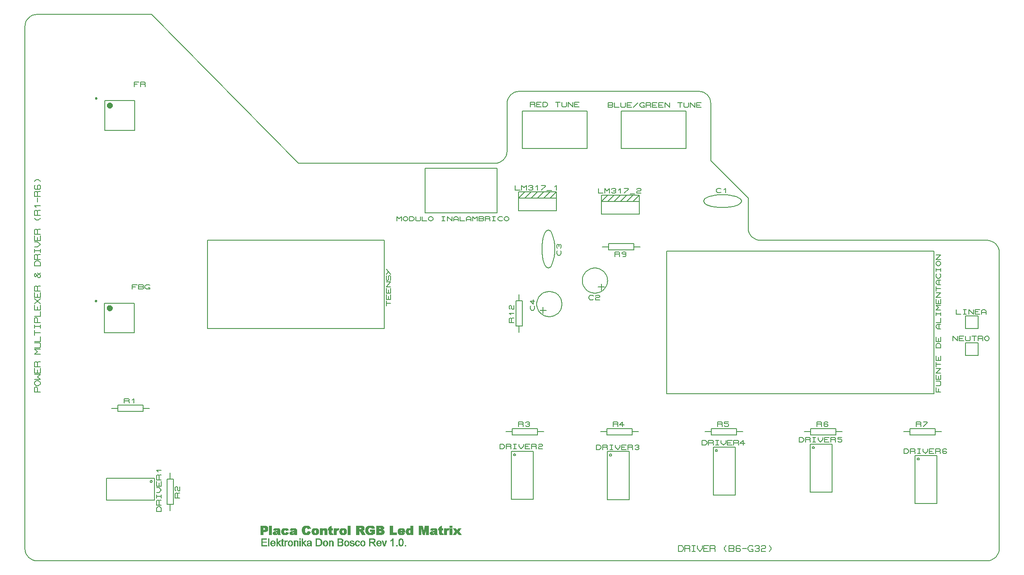
<source format=gbr>
G04 PROTEUS GERBER X2 FILE*
%TF.GenerationSoftware,Labcenter,Proteus,8.6-SP2-Build23525*%
%TF.CreationDate,2023-01-29T17:34:11+00:00*%
%TF.FileFunction,Legend,Top*%
%TF.FilePolarity,Positive*%
%TF.Part,Single*%
%FSLAX45Y45*%
%MOMM*%
G01*
%TA.AperFunction,Material*%
%ADD26C,0.063500*%
%ADD27C,0.203200*%
%ADD28C,0.200000*%
%ADD29C,0.600000*%
%ADD72C,0.250000*%
%TA.AperFunction,Profile*%
%ADD25C,0.203200*%
%TD.AperFunction*%
D26*
X-5737900Y-6673845D02*
X-5697260Y-6673845D01*
X-5544860Y-6673845D02*
X-5494060Y-6673845D01*
X-5402620Y-6673845D02*
X-5361980Y-6673845D01*
X-5113060Y-6673845D02*
X-5062260Y-6673845D01*
X-4935260Y-6673845D02*
X-4889540Y-6673845D01*
X-4610140Y-6673845D02*
X-4564420Y-6673845D01*
X-4376460Y-6673845D02*
X-4330740Y-6673845D01*
X-3837980Y-6673845D02*
X-3777020Y-6673845D01*
X-3208060Y-6673845D02*
X-3157260Y-6673845D01*
X-3050580Y-6673845D02*
X-3015020Y-6673845D01*
X-2578140Y-6673845D02*
X-2537500Y-6673845D01*
X-2395260Y-6673845D02*
X-2349540Y-6673845D01*
X-6012220Y-6668765D02*
X-5956340Y-6668765D01*
X-5839500Y-6668765D02*
X-5788700Y-6668765D01*
X-5748060Y-6668765D02*
X-5687100Y-6668765D01*
X-5666780Y-6668765D02*
X-5615980Y-6668765D01*
X-5560100Y-6668765D02*
X-5478820Y-6668765D01*
X-5412780Y-6668765D02*
X-5351820Y-6668765D01*
X-5331500Y-6668765D02*
X-5280700Y-6668765D01*
X-5133380Y-6668765D02*
X-5047020Y-6668765D01*
X-4950500Y-6668765D02*
X-4874300Y-6668765D01*
X-4813340Y-6668765D02*
X-4762540Y-6668765D01*
X-4726980Y-6668765D02*
X-4676180Y-6668765D01*
X-4620300Y-6668765D02*
X-4554260Y-6668765D01*
X-4533940Y-6668765D02*
X-4483140Y-6668765D01*
X-4391700Y-6668765D02*
X-4315500Y-6668765D01*
X-4254540Y-6668765D02*
X-4203740Y-6668765D01*
X-4086900Y-6668765D02*
X-4031020Y-6668765D01*
X-3970060Y-6668765D02*
X-3909100Y-6668765D01*
X-3853220Y-6668765D02*
X-3756700Y-6668765D01*
X-3685580Y-6668765D02*
X-3568740Y-6668765D01*
X-3411260Y-6668765D02*
X-3274100Y-6668765D01*
X-3223300Y-6668765D02*
X-3142020Y-6668765D01*
X-3060740Y-6668765D02*
X-3004860Y-6668765D01*
X-2989620Y-6668765D02*
X-2943900Y-6668765D01*
X-2827060Y-6668765D02*
X-2781340Y-6668765D01*
X-2745780Y-6668765D02*
X-2710220Y-6668765D01*
X-2679740Y-6668765D02*
X-2634020Y-6668765D01*
X-2588300Y-6668765D02*
X-2527340Y-6668765D01*
X-2507020Y-6668765D02*
X-2456220Y-6668765D01*
X-2405420Y-6668765D02*
X-2339380Y-6668765D01*
X-2319060Y-6668765D02*
X-2268260Y-6668765D01*
X-2207300Y-6668765D02*
X-2156500Y-6668765D01*
X-2141260Y-6668765D02*
X-2090460Y-6668765D01*
X-2024420Y-6668765D02*
X-1973620Y-6668765D01*
X-6012220Y-6663685D02*
X-5956340Y-6663685D01*
X-5839500Y-6663685D02*
X-5788700Y-6663685D01*
X-5753140Y-6663685D02*
X-5682020Y-6663685D01*
X-5666780Y-6663685D02*
X-5615980Y-6663685D01*
X-5570260Y-6663685D02*
X-5473740Y-6663685D01*
X-5417860Y-6663685D02*
X-5346740Y-6663685D01*
X-5331500Y-6663685D02*
X-5280700Y-6663685D01*
X-5143540Y-6663685D02*
X-5036860Y-6663685D01*
X-4960660Y-6663685D02*
X-4864140Y-6663685D01*
X-4813340Y-6663685D02*
X-4762540Y-6663685D01*
X-4726980Y-6663685D02*
X-4676180Y-6663685D01*
X-4625380Y-6663685D02*
X-4554260Y-6663685D01*
X-4533940Y-6663685D02*
X-4483140Y-6663685D01*
X-4401860Y-6663685D02*
X-4305340Y-6663685D01*
X-4254540Y-6663685D02*
X-4203740Y-6663685D01*
X-4086900Y-6663685D02*
X-4031020Y-6663685D01*
X-3975140Y-6663685D02*
X-3914180Y-6663685D01*
X-3863380Y-6663685D02*
X-3746540Y-6663685D01*
X-3685580Y-6663685D02*
X-3548420Y-6663685D01*
X-3411260Y-6663685D02*
X-3274100Y-6663685D01*
X-3228380Y-6663685D02*
X-3131860Y-6663685D01*
X-3065820Y-6663685D02*
X-2999780Y-6663685D01*
X-2989620Y-6663685D02*
X-2943900Y-6663685D01*
X-2827060Y-6663685D02*
X-2781340Y-6663685D01*
X-2750860Y-6663685D02*
X-2710220Y-6663685D01*
X-2679740Y-6663685D02*
X-2634020Y-6663685D01*
X-2593380Y-6663685D02*
X-2522260Y-6663685D01*
X-2507020Y-6663685D02*
X-2456220Y-6663685D01*
X-2410500Y-6663685D02*
X-2339380Y-6663685D01*
X-2319060Y-6663685D02*
X-2268260Y-6663685D01*
X-2207300Y-6663685D02*
X-2156500Y-6663685D01*
X-2136180Y-6663685D02*
X-2085380Y-6663685D01*
X-2029500Y-6663685D02*
X-1978700Y-6663685D01*
X-6012220Y-6658605D02*
X-5956340Y-6658605D01*
X-5839500Y-6658605D02*
X-5788700Y-6658605D01*
X-5758220Y-6658605D02*
X-5676940Y-6658605D01*
X-5666780Y-6658605D02*
X-5621060Y-6658605D01*
X-5575340Y-6658605D02*
X-5468660Y-6658605D01*
X-5422940Y-6658605D02*
X-5341660Y-6658605D01*
X-5331500Y-6658605D02*
X-5285780Y-6658605D01*
X-5148620Y-6658605D02*
X-5031780Y-6658605D01*
X-4965740Y-6658605D02*
X-4859060Y-6658605D01*
X-4813340Y-6658605D02*
X-4762540Y-6658605D01*
X-4726980Y-6658605D02*
X-4676180Y-6658605D01*
X-4630460Y-6658605D02*
X-4554260Y-6658605D01*
X-4533940Y-6658605D02*
X-4483140Y-6658605D01*
X-4406940Y-6658605D02*
X-4300260Y-6658605D01*
X-4254540Y-6658605D02*
X-4203740Y-6658605D01*
X-4086900Y-6658605D02*
X-4031020Y-6658605D01*
X-3975140Y-6658605D02*
X-3914180Y-6658605D01*
X-3873540Y-6658605D02*
X-3736380Y-6658605D01*
X-3685580Y-6658605D02*
X-3543340Y-6658605D01*
X-3411260Y-6658605D02*
X-3274100Y-6658605D01*
X-3233460Y-6658605D02*
X-3126780Y-6658605D01*
X-3070900Y-6658605D02*
X-2994700Y-6658605D01*
X-2989620Y-6658605D02*
X-2943900Y-6658605D01*
X-2827060Y-6658605D02*
X-2781340Y-6658605D01*
X-2750860Y-6658605D02*
X-2710220Y-6658605D01*
X-2679740Y-6658605D02*
X-2634020Y-6658605D01*
X-2598460Y-6658605D02*
X-2517180Y-6658605D01*
X-2507020Y-6658605D02*
X-2461300Y-6658605D01*
X-2415580Y-6658605D02*
X-2339380Y-6658605D01*
X-2319060Y-6658605D02*
X-2268260Y-6658605D01*
X-2207300Y-6658605D02*
X-2156500Y-6658605D01*
X-2131100Y-6658605D02*
X-2080300Y-6658605D01*
X-2034580Y-6658605D02*
X-1983780Y-6658605D01*
X-6012220Y-6653525D02*
X-5956340Y-6653525D01*
X-5839500Y-6653525D02*
X-5788700Y-6653525D01*
X-5763300Y-6653525D02*
X-5671860Y-6653525D01*
X-5666780Y-6653525D02*
X-5621060Y-6653525D01*
X-5580420Y-6653525D02*
X-5463580Y-6653525D01*
X-5428020Y-6653525D02*
X-5336580Y-6653525D01*
X-5331500Y-6653525D02*
X-5285780Y-6653525D01*
X-5153700Y-6653525D02*
X-5026700Y-6653525D01*
X-4970820Y-6653525D02*
X-4853980Y-6653525D01*
X-4813340Y-6653525D02*
X-4762540Y-6653525D01*
X-4726980Y-6653525D02*
X-4676180Y-6653525D01*
X-4630460Y-6653525D02*
X-4554260Y-6653525D01*
X-4533940Y-6653525D02*
X-4483140Y-6653525D01*
X-4412020Y-6653525D02*
X-4295180Y-6653525D01*
X-4254540Y-6653525D02*
X-4203740Y-6653525D01*
X-4086900Y-6653525D02*
X-4031020Y-6653525D01*
X-3980220Y-6653525D02*
X-3919260Y-6653525D01*
X-3878620Y-6653525D02*
X-3726220Y-6653525D01*
X-3685580Y-6653525D02*
X-3538260Y-6653525D01*
X-3411260Y-6653525D02*
X-3274100Y-6653525D01*
X-3238540Y-6653525D02*
X-3121700Y-6653525D01*
X-3075980Y-6653525D02*
X-2943900Y-6653525D01*
X-2827060Y-6653525D02*
X-2781340Y-6653525D01*
X-2750860Y-6653525D02*
X-2710220Y-6653525D01*
X-2679740Y-6653525D02*
X-2634020Y-6653525D01*
X-2603540Y-6653525D02*
X-2512100Y-6653525D01*
X-2507020Y-6653525D02*
X-2461300Y-6653525D01*
X-2415580Y-6653525D02*
X-2339380Y-6653525D01*
X-2319060Y-6653525D02*
X-2268260Y-6653525D01*
X-2207300Y-6653525D02*
X-2156500Y-6653525D01*
X-2131100Y-6653525D02*
X-2075220Y-6653525D01*
X-2039660Y-6653525D02*
X-1988860Y-6653525D01*
X-6012220Y-6648445D02*
X-5956340Y-6648445D01*
X-5839500Y-6648445D02*
X-5788700Y-6648445D01*
X-5763300Y-6648445D02*
X-5621060Y-6648445D01*
X-5585500Y-6648445D02*
X-5458500Y-6648445D01*
X-5428020Y-6648445D02*
X-5285780Y-6648445D01*
X-5158780Y-6648445D02*
X-5021620Y-6648445D01*
X-4975900Y-6648445D02*
X-4848900Y-6648445D01*
X-4813340Y-6648445D02*
X-4762540Y-6648445D01*
X-4726980Y-6648445D02*
X-4676180Y-6648445D01*
X-4635540Y-6648445D02*
X-4559340Y-6648445D01*
X-4533940Y-6648445D02*
X-4483140Y-6648445D01*
X-4417100Y-6648445D02*
X-4290100Y-6648445D01*
X-4254540Y-6648445D02*
X-4203740Y-6648445D01*
X-4086900Y-6648445D02*
X-4031020Y-6648445D01*
X-3980220Y-6648445D02*
X-3919260Y-6648445D01*
X-3883700Y-6648445D02*
X-3721140Y-6648445D01*
X-3685580Y-6648445D02*
X-3533180Y-6648445D01*
X-3411260Y-6648445D02*
X-3274100Y-6648445D01*
X-3243620Y-6648445D02*
X-3116620Y-6648445D01*
X-3075980Y-6648445D02*
X-2943900Y-6648445D01*
X-2827060Y-6648445D02*
X-2781340Y-6648445D01*
X-2750860Y-6648445D02*
X-2705140Y-6648445D01*
X-2679740Y-6648445D02*
X-2634020Y-6648445D01*
X-2603540Y-6648445D02*
X-2461300Y-6648445D01*
X-2420660Y-6648445D02*
X-2344460Y-6648445D01*
X-2319060Y-6648445D02*
X-2268260Y-6648445D01*
X-2207300Y-6648445D02*
X-2156500Y-6648445D01*
X-2126020Y-6648445D02*
X-2070140Y-6648445D01*
X-2044740Y-6648445D02*
X-1988860Y-6648445D01*
X-6012220Y-6643365D02*
X-5956340Y-6643365D01*
X-5839500Y-6643365D02*
X-5788700Y-6643365D01*
X-5763300Y-6643365D02*
X-5621060Y-6643365D01*
X-5590580Y-6643365D02*
X-5453420Y-6643365D01*
X-5428020Y-6643365D02*
X-5285780Y-6643365D01*
X-5163860Y-6643365D02*
X-5016540Y-6643365D01*
X-4975900Y-6643365D02*
X-4848900Y-6643365D01*
X-4813340Y-6643365D02*
X-4762540Y-6643365D01*
X-4726980Y-6643365D02*
X-4676180Y-6643365D01*
X-4635540Y-6643365D02*
X-4559340Y-6643365D01*
X-4533940Y-6643365D02*
X-4483140Y-6643365D01*
X-4417100Y-6643365D02*
X-4290100Y-6643365D01*
X-4254540Y-6643365D02*
X-4203740Y-6643365D01*
X-4086900Y-6643365D02*
X-4031020Y-6643365D01*
X-3985300Y-6643365D02*
X-3924340Y-6643365D01*
X-3883700Y-6643365D02*
X-3716060Y-6643365D01*
X-3685580Y-6643365D02*
X-3528100Y-6643365D01*
X-3411260Y-6643365D02*
X-3274100Y-6643365D01*
X-3243620Y-6643365D02*
X-3116620Y-6643365D01*
X-3081060Y-6643365D02*
X-2943900Y-6643365D01*
X-2827060Y-6643365D02*
X-2781340Y-6643365D01*
X-2755940Y-6643365D02*
X-2705140Y-6643365D01*
X-2679740Y-6643365D02*
X-2634020Y-6643365D01*
X-2603540Y-6643365D02*
X-2461300Y-6643365D01*
X-2420660Y-6643365D02*
X-2344460Y-6643365D01*
X-2319060Y-6643365D02*
X-2268260Y-6643365D01*
X-2207300Y-6643365D02*
X-2156500Y-6643365D01*
X-2120940Y-6643365D02*
X-2070140Y-6643365D01*
X-2044740Y-6643365D02*
X-1993940Y-6643365D01*
X-6012220Y-6638285D02*
X-5956340Y-6638285D01*
X-5839500Y-6638285D02*
X-5788700Y-6638285D01*
X-5763300Y-6638285D02*
X-5707420Y-6638285D01*
X-5682020Y-6638285D02*
X-5621060Y-6638285D01*
X-5590580Y-6638285D02*
X-5529620Y-6638285D01*
X-5509300Y-6638285D02*
X-5453420Y-6638285D01*
X-5428020Y-6638285D02*
X-5372140Y-6638285D01*
X-5346740Y-6638285D02*
X-5285780Y-6638285D01*
X-5163860Y-6638285D02*
X-5016540Y-6638285D01*
X-4980980Y-6638285D02*
X-4920020Y-6638285D01*
X-4899700Y-6638285D02*
X-4843820Y-6638285D01*
X-4813340Y-6638285D02*
X-4762540Y-6638285D01*
X-4726980Y-6638285D02*
X-4676180Y-6638285D01*
X-4635540Y-6638285D02*
X-4579660Y-6638285D01*
X-4533940Y-6638285D02*
X-4483140Y-6638285D01*
X-4422180Y-6638285D02*
X-4361220Y-6638285D01*
X-4340900Y-6638285D02*
X-4285020Y-6638285D01*
X-4254540Y-6638285D02*
X-4203740Y-6638285D01*
X-4086900Y-6638285D02*
X-4031020Y-6638285D01*
X-3985300Y-6638285D02*
X-3924340Y-6638285D01*
X-3888780Y-6638285D02*
X-3716060Y-6638285D01*
X-3685580Y-6638285D02*
X-3528100Y-6638285D01*
X-3411260Y-6638285D02*
X-3274100Y-6638285D01*
X-3248700Y-6638285D02*
X-3192820Y-6638285D01*
X-3172500Y-6638285D02*
X-3111540Y-6638285D01*
X-3081060Y-6638285D02*
X-3025180Y-6638285D01*
X-3004860Y-6638285D02*
X-2943900Y-6638285D01*
X-2827060Y-6638285D02*
X-2781340Y-6638285D01*
X-2755940Y-6638285D02*
X-2705140Y-6638285D01*
X-2679740Y-6638285D02*
X-2634020Y-6638285D01*
X-2603540Y-6638285D02*
X-2547660Y-6638285D01*
X-2522260Y-6638285D02*
X-2461300Y-6638285D01*
X-2420660Y-6638285D02*
X-2364780Y-6638285D01*
X-2319060Y-6638285D02*
X-2268260Y-6638285D01*
X-2207300Y-6638285D02*
X-2156500Y-6638285D01*
X-2115860Y-6638285D02*
X-2065060Y-6638285D01*
X-2049820Y-6638285D02*
X-1999020Y-6638285D01*
X-6012220Y-6633205D02*
X-5956340Y-6633205D01*
X-5839500Y-6633205D02*
X-5788700Y-6633205D01*
X-5763300Y-6633205D02*
X-5712500Y-6633205D01*
X-5676940Y-6633205D02*
X-5621060Y-6633205D01*
X-5590580Y-6633205D02*
X-5539780Y-6633205D01*
X-5504220Y-6633205D02*
X-5448340Y-6633205D01*
X-5428020Y-6633205D02*
X-5377220Y-6633205D01*
X-5341660Y-6633205D02*
X-5285780Y-6633205D01*
X-5168940Y-6633205D02*
X-5102900Y-6633205D01*
X-5082580Y-6633205D02*
X-5011460Y-6633205D01*
X-4980980Y-6633205D02*
X-4930180Y-6633205D01*
X-4894620Y-6633205D02*
X-4843820Y-6633205D01*
X-4813340Y-6633205D02*
X-4762540Y-6633205D01*
X-4726980Y-6633205D02*
X-4676180Y-6633205D01*
X-4635540Y-6633205D02*
X-4584740Y-6633205D01*
X-4533940Y-6633205D02*
X-4483140Y-6633205D01*
X-4422180Y-6633205D02*
X-4371380Y-6633205D01*
X-4335820Y-6633205D02*
X-4285020Y-6633205D01*
X-4254540Y-6633205D02*
X-4203740Y-6633205D01*
X-4086900Y-6633205D02*
X-4031020Y-6633205D01*
X-3990380Y-6633205D02*
X-3929420Y-6633205D01*
X-3893860Y-6633205D02*
X-3822740Y-6633205D01*
X-3792260Y-6633205D02*
X-3716060Y-6633205D01*
X-3685580Y-6633205D02*
X-3523020Y-6633205D01*
X-3411260Y-6633205D02*
X-3274100Y-6633205D01*
X-3248700Y-6633205D02*
X-3197900Y-6633205D01*
X-3162340Y-6633205D02*
X-3136940Y-6633205D01*
X-3081060Y-6633205D02*
X-3030260Y-6633205D01*
X-2999780Y-6633205D02*
X-2943900Y-6633205D01*
X-2827060Y-6633205D02*
X-2781340Y-6633205D01*
X-2755940Y-6633205D02*
X-2705140Y-6633205D01*
X-2679740Y-6633205D02*
X-2634020Y-6633205D01*
X-2603540Y-6633205D02*
X-2552740Y-6633205D01*
X-2517180Y-6633205D02*
X-2461300Y-6633205D01*
X-2420660Y-6633205D02*
X-2369860Y-6633205D01*
X-2319060Y-6633205D02*
X-2268260Y-6633205D01*
X-2207300Y-6633205D02*
X-2156500Y-6633205D01*
X-2115860Y-6633205D02*
X-2059980Y-6633205D01*
X-2054900Y-6633205D02*
X-2004100Y-6633205D01*
X-6012220Y-6628125D02*
X-5956340Y-6628125D01*
X-5839500Y-6628125D02*
X-5788700Y-6628125D01*
X-5763300Y-6628125D02*
X-5712500Y-6628125D01*
X-5671860Y-6628125D02*
X-5621060Y-6628125D01*
X-5595660Y-6628125D02*
X-5539780Y-6628125D01*
X-5504220Y-6628125D02*
X-5448340Y-6628125D01*
X-5428020Y-6628125D02*
X-5377220Y-6628125D01*
X-5336580Y-6628125D02*
X-5285780Y-6628125D01*
X-5168940Y-6628125D02*
X-5113060Y-6628125D01*
X-5072420Y-6628125D02*
X-5011460Y-6628125D01*
X-4980980Y-6628125D02*
X-4930180Y-6628125D01*
X-4894620Y-6628125D02*
X-4843820Y-6628125D01*
X-4813340Y-6628125D02*
X-4762540Y-6628125D01*
X-4726980Y-6628125D02*
X-4676180Y-6628125D01*
X-4635540Y-6628125D02*
X-4584740Y-6628125D01*
X-4533940Y-6628125D02*
X-4483140Y-6628125D01*
X-4422180Y-6628125D02*
X-4371380Y-6628125D01*
X-4335820Y-6628125D02*
X-4285020Y-6628125D01*
X-4254540Y-6628125D02*
X-4203740Y-6628125D01*
X-4086900Y-6628125D02*
X-4031020Y-6628125D01*
X-3995460Y-6628125D02*
X-3934500Y-6628125D01*
X-3893860Y-6628125D02*
X-3832900Y-6628125D01*
X-3777020Y-6628125D02*
X-3716060Y-6628125D01*
X-3685580Y-6628125D02*
X-3629700Y-6628125D01*
X-3589060Y-6628125D02*
X-3523020Y-6628125D01*
X-3411260Y-6628125D02*
X-3274100Y-6628125D01*
X-3253780Y-6628125D02*
X-3202980Y-6628125D01*
X-3086140Y-6628125D02*
X-3030260Y-6628125D01*
X-2999780Y-6628125D02*
X-2943900Y-6628125D01*
X-2827060Y-6628125D02*
X-2781340Y-6628125D01*
X-2755940Y-6628125D02*
X-2700060Y-6628125D01*
X-2679740Y-6628125D02*
X-2634020Y-6628125D01*
X-2603540Y-6628125D02*
X-2552740Y-6628125D01*
X-2512100Y-6628125D02*
X-2461300Y-6628125D01*
X-2420660Y-6628125D02*
X-2369860Y-6628125D01*
X-2319060Y-6628125D02*
X-2268260Y-6628125D01*
X-2207300Y-6628125D02*
X-2156500Y-6628125D01*
X-2110780Y-6628125D02*
X-2004100Y-6628125D01*
X-6012220Y-6623045D02*
X-5956340Y-6623045D01*
X-5839500Y-6623045D02*
X-5788700Y-6623045D01*
X-5758220Y-6623045D02*
X-5702340Y-6623045D01*
X-5671860Y-6623045D02*
X-5621060Y-6623045D01*
X-5595660Y-6623045D02*
X-5544860Y-6623045D01*
X-5499140Y-6623045D02*
X-5473740Y-6623045D01*
X-5422940Y-6623045D02*
X-5367060Y-6623045D01*
X-5336580Y-6623045D02*
X-5285780Y-6623045D01*
X-5174020Y-6623045D02*
X-5118140Y-6623045D01*
X-5072420Y-6623045D02*
X-5006380Y-6623045D01*
X-4986060Y-6623045D02*
X-4935260Y-6623045D01*
X-4889540Y-6623045D02*
X-4838740Y-6623045D01*
X-4813340Y-6623045D02*
X-4762540Y-6623045D01*
X-4726980Y-6623045D02*
X-4676180Y-6623045D01*
X-4635540Y-6623045D02*
X-4584740Y-6623045D01*
X-4533940Y-6623045D02*
X-4483140Y-6623045D01*
X-4427260Y-6623045D02*
X-4376460Y-6623045D01*
X-4330740Y-6623045D02*
X-4279940Y-6623045D01*
X-4254540Y-6623045D02*
X-4203740Y-6623045D01*
X-4086900Y-6623045D02*
X-4031020Y-6623045D01*
X-3995460Y-6623045D02*
X-3934500Y-6623045D01*
X-3898940Y-6623045D02*
X-3837980Y-6623045D01*
X-3771940Y-6623045D02*
X-3716060Y-6623045D01*
X-3685580Y-6623045D02*
X-3629700Y-6623045D01*
X-3583980Y-6623045D02*
X-3523020Y-6623045D01*
X-3411260Y-6623045D02*
X-3355380Y-6623045D01*
X-3253780Y-6623045D02*
X-3202980Y-6623045D01*
X-3086140Y-6623045D02*
X-3035340Y-6623045D01*
X-2994700Y-6623045D02*
X-2943900Y-6623045D01*
X-2827060Y-6623045D02*
X-2781340Y-6623045D01*
X-2761020Y-6623045D02*
X-2700060Y-6623045D01*
X-2679740Y-6623045D02*
X-2634020Y-6623045D01*
X-2598460Y-6623045D02*
X-2542580Y-6623045D01*
X-2512100Y-6623045D02*
X-2461300Y-6623045D01*
X-2420660Y-6623045D02*
X-2369860Y-6623045D01*
X-2319060Y-6623045D02*
X-2268260Y-6623045D01*
X-2207300Y-6623045D02*
X-2156500Y-6623045D01*
X-2105700Y-6623045D02*
X-2009180Y-6623045D01*
X-6012220Y-6617965D02*
X-5956340Y-6617965D01*
X-5839500Y-6617965D02*
X-5788700Y-6617965D01*
X-5758220Y-6617965D02*
X-5682020Y-6617965D01*
X-5671860Y-6617965D02*
X-5621060Y-6617965D01*
X-5595660Y-6617965D02*
X-5544860Y-6617965D01*
X-5422940Y-6617965D02*
X-5346740Y-6617965D01*
X-5336580Y-6617965D02*
X-5285780Y-6617965D01*
X-5174020Y-6617965D02*
X-5118140Y-6617965D01*
X-5067340Y-6617965D02*
X-5006380Y-6617965D01*
X-4986060Y-6617965D02*
X-4935260Y-6617965D01*
X-4889540Y-6617965D02*
X-4838740Y-6617965D01*
X-4813340Y-6617965D02*
X-4762540Y-6617965D01*
X-4726980Y-6617965D02*
X-4676180Y-6617965D01*
X-4635540Y-6617965D02*
X-4584740Y-6617965D01*
X-4533940Y-6617965D02*
X-4483140Y-6617965D01*
X-4427260Y-6617965D02*
X-4376460Y-6617965D01*
X-4330740Y-6617965D02*
X-4279940Y-6617965D01*
X-4254540Y-6617965D02*
X-4203740Y-6617965D01*
X-4086900Y-6617965D02*
X-4031020Y-6617965D01*
X-4000540Y-6617965D02*
X-3939580Y-6617965D01*
X-3898940Y-6617965D02*
X-3843060Y-6617965D01*
X-3771940Y-6617965D02*
X-3716060Y-6617965D01*
X-3685580Y-6617965D02*
X-3629700Y-6617965D01*
X-3578900Y-6617965D02*
X-3523020Y-6617965D01*
X-3411260Y-6617965D02*
X-3355380Y-6617965D01*
X-3253780Y-6617965D02*
X-3106460Y-6617965D01*
X-3086140Y-6617965D02*
X-3035340Y-6617965D01*
X-2994700Y-6617965D02*
X-2943900Y-6617965D01*
X-2827060Y-6617965D02*
X-2781340Y-6617965D01*
X-2761020Y-6617965D02*
X-2700060Y-6617965D01*
X-2679740Y-6617965D02*
X-2634020Y-6617965D01*
X-2598460Y-6617965D02*
X-2522260Y-6617965D01*
X-2512100Y-6617965D02*
X-2461300Y-6617965D01*
X-2420660Y-6617965D02*
X-2369860Y-6617965D01*
X-2319060Y-6617965D02*
X-2268260Y-6617965D01*
X-2207300Y-6617965D02*
X-2156500Y-6617965D01*
X-2105700Y-6617965D02*
X-2014260Y-6617965D01*
X-6012220Y-6612885D02*
X-5905540Y-6612885D01*
X-5839500Y-6612885D02*
X-5788700Y-6612885D01*
X-5748060Y-6612885D02*
X-5621060Y-6612885D01*
X-5595660Y-6612885D02*
X-5544860Y-6612885D01*
X-5412780Y-6612885D02*
X-5285780Y-6612885D01*
X-5174020Y-6612885D02*
X-5118140Y-6612885D01*
X-5067340Y-6612885D02*
X-5016540Y-6612885D01*
X-4986060Y-6612885D02*
X-4935260Y-6612885D01*
X-4889540Y-6612885D02*
X-4838740Y-6612885D01*
X-4813340Y-6612885D02*
X-4762540Y-6612885D01*
X-4726980Y-6612885D02*
X-4676180Y-6612885D01*
X-4635540Y-6612885D02*
X-4584740Y-6612885D01*
X-4533940Y-6612885D02*
X-4483140Y-6612885D01*
X-4427260Y-6612885D02*
X-4376460Y-6612885D01*
X-4330740Y-6612885D02*
X-4279940Y-6612885D01*
X-4254540Y-6612885D02*
X-4203740Y-6612885D01*
X-4086900Y-6612885D02*
X-4031020Y-6612885D01*
X-4000540Y-6612885D02*
X-3939580Y-6612885D01*
X-3898940Y-6612885D02*
X-3843060Y-6612885D01*
X-3771940Y-6612885D02*
X-3716060Y-6612885D01*
X-3685580Y-6612885D02*
X-3629700Y-6612885D01*
X-3578900Y-6612885D02*
X-3523020Y-6612885D01*
X-3411260Y-6612885D02*
X-3355380Y-6612885D01*
X-3253780Y-6612885D02*
X-3106460Y-6612885D01*
X-3086140Y-6612885D02*
X-3035340Y-6612885D01*
X-2994700Y-6612885D02*
X-2943900Y-6612885D01*
X-2827060Y-6612885D02*
X-2781340Y-6612885D01*
X-2761020Y-6612885D02*
X-2700060Y-6612885D01*
X-2679740Y-6612885D02*
X-2634020Y-6612885D01*
X-2588300Y-6612885D02*
X-2461300Y-6612885D01*
X-2420660Y-6612885D02*
X-2369860Y-6612885D01*
X-2319060Y-6612885D02*
X-2268260Y-6612885D01*
X-2207300Y-6612885D02*
X-2156500Y-6612885D01*
X-2100620Y-6612885D02*
X-2019340Y-6612885D01*
X-6012220Y-6607805D02*
X-5890300Y-6607805D01*
X-5839500Y-6607805D02*
X-5788700Y-6607805D01*
X-5737900Y-6607805D02*
X-5621060Y-6607805D01*
X-5595660Y-6607805D02*
X-5544860Y-6607805D01*
X-5402620Y-6607805D02*
X-5285780Y-6607805D01*
X-5179100Y-6607805D02*
X-5123220Y-6607805D01*
X-5062260Y-6607805D02*
X-5031780Y-6607805D01*
X-4986060Y-6607805D02*
X-4935260Y-6607805D01*
X-4889540Y-6607805D02*
X-4838740Y-6607805D01*
X-4813340Y-6607805D02*
X-4762540Y-6607805D01*
X-4726980Y-6607805D02*
X-4676180Y-6607805D01*
X-4635540Y-6607805D02*
X-4584740Y-6607805D01*
X-4533940Y-6607805D02*
X-4483140Y-6607805D01*
X-4427260Y-6607805D02*
X-4376460Y-6607805D01*
X-4330740Y-6607805D02*
X-4279940Y-6607805D01*
X-4254540Y-6607805D02*
X-4203740Y-6607805D01*
X-4086900Y-6607805D02*
X-4031020Y-6607805D01*
X-4005620Y-6607805D02*
X-3944660Y-6607805D01*
X-3898940Y-6607805D02*
X-3843060Y-6607805D01*
X-3807500Y-6607805D02*
X-3716060Y-6607805D01*
X-3685580Y-6607805D02*
X-3629700Y-6607805D01*
X-3578900Y-6607805D02*
X-3523020Y-6607805D01*
X-3411260Y-6607805D02*
X-3355380Y-6607805D01*
X-3253780Y-6607805D02*
X-3106460Y-6607805D01*
X-3086140Y-6607805D02*
X-3035340Y-6607805D01*
X-2994700Y-6607805D02*
X-2943900Y-6607805D01*
X-2827060Y-6607805D02*
X-2781340Y-6607805D01*
X-2761020Y-6607805D02*
X-2700060Y-6607805D01*
X-2679740Y-6607805D02*
X-2634020Y-6607805D01*
X-2578140Y-6607805D02*
X-2461300Y-6607805D01*
X-2420660Y-6607805D02*
X-2369860Y-6607805D01*
X-2319060Y-6607805D02*
X-2268260Y-6607805D01*
X-2207300Y-6607805D02*
X-2156500Y-6607805D01*
X-2095540Y-6607805D02*
X-2019340Y-6607805D01*
X-6012220Y-6602725D02*
X-5885220Y-6602725D01*
X-5839500Y-6602725D02*
X-5788700Y-6602725D01*
X-5722660Y-6602725D02*
X-5621060Y-6602725D01*
X-5595660Y-6602725D02*
X-5544860Y-6602725D01*
X-5387380Y-6602725D02*
X-5285780Y-6602725D01*
X-5179100Y-6602725D02*
X-5123220Y-6602725D01*
X-5062260Y-6602725D02*
X-5052100Y-6602725D01*
X-4986060Y-6602725D02*
X-4935260Y-6602725D01*
X-4889540Y-6602725D02*
X-4838740Y-6602725D01*
X-4813340Y-6602725D02*
X-4762540Y-6602725D01*
X-4726980Y-6602725D02*
X-4676180Y-6602725D01*
X-4635540Y-6602725D02*
X-4584740Y-6602725D01*
X-4533940Y-6602725D02*
X-4483140Y-6602725D01*
X-4427260Y-6602725D02*
X-4376460Y-6602725D01*
X-4330740Y-6602725D02*
X-4279940Y-6602725D01*
X-4254540Y-6602725D02*
X-4203740Y-6602725D01*
X-4086900Y-6602725D02*
X-4031020Y-6602725D01*
X-4010700Y-6602725D02*
X-3949740Y-6602725D01*
X-3904020Y-6602725D02*
X-3848140Y-6602725D01*
X-3807500Y-6602725D02*
X-3716060Y-6602725D01*
X-3685580Y-6602725D02*
X-3629700Y-6602725D01*
X-3583980Y-6602725D02*
X-3523020Y-6602725D01*
X-3411260Y-6602725D02*
X-3355380Y-6602725D01*
X-3253780Y-6602725D02*
X-3106460Y-6602725D01*
X-3086140Y-6602725D02*
X-3035340Y-6602725D01*
X-2994700Y-6602725D02*
X-2943900Y-6602725D01*
X-2827060Y-6602725D02*
X-2781340Y-6602725D01*
X-2766100Y-6602725D02*
X-2694980Y-6602725D01*
X-2679740Y-6602725D02*
X-2634020Y-6602725D01*
X-2562900Y-6602725D02*
X-2461300Y-6602725D01*
X-2420660Y-6602725D02*
X-2369860Y-6602725D01*
X-2319060Y-6602725D02*
X-2268260Y-6602725D01*
X-2207300Y-6602725D02*
X-2156500Y-6602725D01*
X-2095540Y-6602725D02*
X-2019340Y-6602725D01*
X-6012220Y-6597645D02*
X-5880140Y-6597645D01*
X-5839500Y-6597645D02*
X-5788700Y-6597645D01*
X-5697260Y-6597645D02*
X-5621060Y-6597645D01*
X-5595660Y-6597645D02*
X-5544860Y-6597645D01*
X-5361980Y-6597645D02*
X-5285780Y-6597645D01*
X-5179100Y-6597645D02*
X-5123220Y-6597645D01*
X-4986060Y-6597645D02*
X-4935260Y-6597645D01*
X-4889540Y-6597645D02*
X-4838740Y-6597645D01*
X-4813340Y-6597645D02*
X-4762540Y-6597645D01*
X-4726980Y-6597645D02*
X-4676180Y-6597645D01*
X-4635540Y-6597645D02*
X-4584740Y-6597645D01*
X-4533940Y-6597645D02*
X-4478060Y-6597645D01*
X-4427260Y-6597645D02*
X-4376460Y-6597645D01*
X-4330740Y-6597645D02*
X-4279940Y-6597645D01*
X-4254540Y-6597645D02*
X-4203740Y-6597645D01*
X-4086900Y-6597645D02*
X-3954820Y-6597645D01*
X-3904020Y-6597645D02*
X-3848140Y-6597645D01*
X-3807500Y-6597645D02*
X-3716060Y-6597645D01*
X-3685580Y-6597645D02*
X-3629700Y-6597645D01*
X-3589060Y-6597645D02*
X-3528100Y-6597645D01*
X-3411260Y-6597645D02*
X-3355380Y-6597645D01*
X-3253780Y-6597645D02*
X-3106460Y-6597645D01*
X-3086140Y-6597645D02*
X-3035340Y-6597645D01*
X-2994700Y-6597645D02*
X-2943900Y-6597645D01*
X-2827060Y-6597645D02*
X-2781340Y-6597645D01*
X-2766100Y-6597645D02*
X-2694980Y-6597645D01*
X-2679740Y-6597645D02*
X-2634020Y-6597645D01*
X-2537500Y-6597645D02*
X-2461300Y-6597645D01*
X-2420660Y-6597645D02*
X-2369860Y-6597645D01*
X-2319060Y-6597645D02*
X-2263180Y-6597645D01*
X-2207300Y-6597645D02*
X-2156500Y-6597645D01*
X-2100620Y-6597645D02*
X-2019340Y-6597645D01*
X-6012220Y-6592565D02*
X-5875060Y-6592565D01*
X-5839500Y-6592565D02*
X-5788700Y-6592565D01*
X-5676940Y-6592565D02*
X-5621060Y-6592565D01*
X-5595660Y-6592565D02*
X-5544860Y-6592565D01*
X-5341660Y-6592565D02*
X-5285780Y-6592565D01*
X-5179100Y-6592565D02*
X-5123220Y-6592565D01*
X-4986060Y-6592565D02*
X-4935260Y-6592565D01*
X-4889540Y-6592565D02*
X-4838740Y-6592565D01*
X-4813340Y-6592565D02*
X-4762540Y-6592565D01*
X-4726980Y-6592565D02*
X-4676180Y-6592565D01*
X-4635540Y-6592565D02*
X-4584740Y-6592565D01*
X-4533940Y-6592565D02*
X-4478060Y-6592565D01*
X-4427260Y-6592565D02*
X-4376460Y-6592565D01*
X-4330740Y-6592565D02*
X-4279940Y-6592565D01*
X-4254540Y-6592565D02*
X-4203740Y-6592565D01*
X-4086900Y-6592565D02*
X-3964980Y-6592565D01*
X-3904020Y-6592565D02*
X-3848140Y-6592565D01*
X-3807500Y-6592565D02*
X-3716060Y-6592565D01*
X-3685580Y-6592565D02*
X-3528100Y-6592565D01*
X-3411260Y-6592565D02*
X-3355380Y-6592565D01*
X-3253780Y-6592565D02*
X-3202980Y-6592565D01*
X-3157260Y-6592565D02*
X-3106460Y-6592565D01*
X-3086140Y-6592565D02*
X-3035340Y-6592565D01*
X-2994700Y-6592565D02*
X-2943900Y-6592565D01*
X-2827060Y-6592565D02*
X-2781340Y-6592565D01*
X-2766100Y-6592565D02*
X-2694980Y-6592565D01*
X-2679740Y-6592565D02*
X-2634020Y-6592565D01*
X-2517180Y-6592565D02*
X-2461300Y-6592565D01*
X-2420660Y-6592565D02*
X-2369860Y-6592565D01*
X-2319060Y-6592565D02*
X-2263180Y-6592565D01*
X-2207300Y-6592565D02*
X-2156500Y-6592565D01*
X-2105700Y-6592565D02*
X-2014260Y-6592565D01*
X-6012220Y-6587485D02*
X-5869980Y-6587485D01*
X-5839500Y-6587485D02*
X-5788700Y-6587485D01*
X-5732820Y-6587485D02*
X-5707420Y-6587485D01*
X-5671860Y-6587485D02*
X-5621060Y-6587485D01*
X-5595660Y-6587485D02*
X-5539780Y-6587485D01*
X-5499140Y-6587485D02*
X-5473740Y-6587485D01*
X-5397540Y-6587485D02*
X-5372140Y-6587485D01*
X-5336580Y-6587485D02*
X-5285780Y-6587485D01*
X-5179100Y-6587485D02*
X-5123220Y-6587485D01*
X-4980980Y-6587485D02*
X-4930180Y-6587485D01*
X-4894620Y-6587485D02*
X-4838740Y-6587485D01*
X-4813340Y-6587485D02*
X-4757460Y-6587485D01*
X-4732060Y-6587485D02*
X-4676180Y-6587485D01*
X-4635540Y-6587485D02*
X-4584740Y-6587485D01*
X-4533940Y-6587485D02*
X-4472980Y-6587485D01*
X-4422180Y-6587485D02*
X-4371380Y-6587485D01*
X-4335820Y-6587485D02*
X-4279940Y-6587485D01*
X-4254540Y-6587485D02*
X-4203740Y-6587485D01*
X-4086900Y-6587485D02*
X-3949740Y-6587485D01*
X-3904020Y-6587485D02*
X-3848140Y-6587485D01*
X-3807500Y-6587485D02*
X-3716060Y-6587485D01*
X-3685580Y-6587485D02*
X-3533180Y-6587485D01*
X-3411260Y-6587485D02*
X-3355380Y-6587485D01*
X-3253780Y-6587485D02*
X-3202980Y-6587485D01*
X-3157260Y-6587485D02*
X-3111540Y-6587485D01*
X-3086140Y-6587485D02*
X-3030260Y-6587485D01*
X-2999780Y-6587485D02*
X-2943900Y-6587485D01*
X-2827060Y-6587485D02*
X-2781340Y-6587485D01*
X-2766100Y-6587485D02*
X-2735620Y-6587485D01*
X-2725460Y-6587485D02*
X-2694980Y-6587485D01*
X-2679740Y-6587485D02*
X-2634020Y-6587485D01*
X-2573060Y-6587485D02*
X-2547660Y-6587485D01*
X-2512100Y-6587485D02*
X-2461300Y-6587485D01*
X-2420660Y-6587485D02*
X-2369860Y-6587485D01*
X-2319060Y-6587485D02*
X-2258100Y-6587485D01*
X-2207300Y-6587485D02*
X-2156500Y-6587485D01*
X-2105700Y-6587485D02*
X-2009180Y-6587485D01*
X-6012220Y-6582405D02*
X-5869980Y-6582405D01*
X-5839500Y-6582405D02*
X-5788700Y-6582405D01*
X-5758220Y-6582405D02*
X-5702340Y-6582405D01*
X-5671860Y-6582405D02*
X-5621060Y-6582405D01*
X-5590580Y-6582405D02*
X-5534700Y-6582405D01*
X-5504220Y-6582405D02*
X-5448340Y-6582405D01*
X-5422940Y-6582405D02*
X-5367060Y-6582405D01*
X-5336580Y-6582405D02*
X-5285780Y-6582405D01*
X-5179100Y-6582405D02*
X-5123220Y-6582405D01*
X-4980980Y-6582405D02*
X-4930180Y-6582405D01*
X-4894620Y-6582405D02*
X-4843820Y-6582405D01*
X-4813340Y-6582405D02*
X-4752380Y-6582405D01*
X-4732060Y-6582405D02*
X-4676180Y-6582405D01*
X-4635540Y-6582405D02*
X-4584740Y-6582405D01*
X-4533940Y-6582405D02*
X-4467900Y-6582405D01*
X-4422180Y-6582405D02*
X-4371380Y-6582405D01*
X-4335820Y-6582405D02*
X-4285020Y-6582405D01*
X-4254540Y-6582405D02*
X-4203740Y-6582405D01*
X-4086900Y-6582405D02*
X-3944660Y-6582405D01*
X-3904020Y-6582405D02*
X-3848140Y-6582405D01*
X-3807500Y-6582405D02*
X-3716060Y-6582405D01*
X-3685580Y-6582405D02*
X-3538260Y-6582405D01*
X-3411260Y-6582405D02*
X-3355380Y-6582405D01*
X-3248700Y-6582405D02*
X-3197900Y-6582405D01*
X-3162340Y-6582405D02*
X-3111540Y-6582405D01*
X-3081060Y-6582405D02*
X-3030260Y-6582405D01*
X-2999780Y-6582405D02*
X-2943900Y-6582405D01*
X-2827060Y-6582405D02*
X-2781340Y-6582405D01*
X-2771180Y-6582405D02*
X-2735620Y-6582405D01*
X-2725460Y-6582405D02*
X-2689900Y-6582405D01*
X-2679740Y-6582405D02*
X-2634020Y-6582405D01*
X-2598460Y-6582405D02*
X-2542580Y-6582405D01*
X-2512100Y-6582405D02*
X-2461300Y-6582405D01*
X-2420660Y-6582405D02*
X-2369860Y-6582405D01*
X-2319060Y-6582405D02*
X-2253020Y-6582405D01*
X-2207300Y-6582405D02*
X-2156500Y-6582405D01*
X-2110780Y-6582405D02*
X-2004100Y-6582405D01*
X-6012220Y-6577325D02*
X-5869980Y-6577325D01*
X-5839500Y-6577325D02*
X-5788700Y-6577325D01*
X-5758220Y-6577325D02*
X-5697260Y-6577325D01*
X-5676940Y-6577325D02*
X-5621060Y-6577325D01*
X-5590580Y-6577325D02*
X-5529620Y-6577325D01*
X-5509300Y-6577325D02*
X-5453420Y-6577325D01*
X-5422940Y-6577325D02*
X-5361980Y-6577325D01*
X-5341660Y-6577325D02*
X-5285780Y-6577325D01*
X-5179100Y-6577325D02*
X-5123220Y-6577325D01*
X-4980980Y-6577325D02*
X-4920020Y-6577325D01*
X-4899700Y-6577325D02*
X-4843820Y-6577325D01*
X-4813340Y-6577325D02*
X-4676180Y-6577325D01*
X-4655860Y-6577325D02*
X-4559340Y-6577325D01*
X-4533940Y-6577325D02*
X-4442500Y-6577325D01*
X-4422180Y-6577325D02*
X-4361220Y-6577325D01*
X-4340900Y-6577325D02*
X-4285020Y-6577325D01*
X-4254540Y-6577325D02*
X-4203740Y-6577325D01*
X-4086900Y-6577325D02*
X-3934500Y-6577325D01*
X-3904020Y-6577325D02*
X-3848140Y-6577325D01*
X-3807500Y-6577325D02*
X-3716060Y-6577325D01*
X-3685580Y-6577325D02*
X-3543340Y-6577325D01*
X-3411260Y-6577325D02*
X-3355380Y-6577325D01*
X-3248700Y-6577325D02*
X-3192820Y-6577325D01*
X-3167420Y-6577325D02*
X-3111540Y-6577325D01*
X-3081060Y-6577325D02*
X-3025180Y-6577325D01*
X-3004860Y-6577325D02*
X-2943900Y-6577325D01*
X-2827060Y-6577325D02*
X-2781340Y-6577325D01*
X-2771180Y-6577325D02*
X-2735620Y-6577325D01*
X-2725460Y-6577325D02*
X-2689900Y-6577325D01*
X-2679740Y-6577325D02*
X-2634020Y-6577325D01*
X-2598460Y-6577325D02*
X-2537500Y-6577325D01*
X-2517180Y-6577325D02*
X-2461300Y-6577325D01*
X-2440980Y-6577325D02*
X-2344460Y-6577325D01*
X-2319060Y-6577325D02*
X-2227620Y-6577325D01*
X-2207300Y-6577325D02*
X-2156500Y-6577325D01*
X-2115860Y-6577325D02*
X-2059980Y-6577325D01*
X-2054900Y-6577325D02*
X-2004100Y-6577325D01*
X-6012220Y-6572245D02*
X-5956340Y-6572245D01*
X-5930940Y-6572245D02*
X-5864900Y-6572245D01*
X-5839500Y-6572245D02*
X-5788700Y-6572245D01*
X-5753140Y-6572245D02*
X-5621060Y-6572245D01*
X-5585500Y-6572245D02*
X-5453420Y-6572245D01*
X-5417860Y-6572245D02*
X-5285780Y-6572245D01*
X-5179100Y-6572245D02*
X-5123220Y-6572245D01*
X-4975900Y-6572245D02*
X-4848900Y-6572245D01*
X-4813340Y-6572245D02*
X-4676180Y-6572245D01*
X-4655860Y-6572245D02*
X-4559340Y-6572245D01*
X-4533940Y-6572245D02*
X-4442500Y-6572245D01*
X-4417100Y-6572245D02*
X-4290100Y-6572245D01*
X-4254540Y-6572245D02*
X-4203740Y-6572245D01*
X-4086900Y-6572245D02*
X-3934500Y-6572245D01*
X-3904020Y-6572245D02*
X-3848140Y-6572245D01*
X-3807500Y-6572245D02*
X-3716060Y-6572245D01*
X-3685580Y-6572245D02*
X-3558580Y-6572245D01*
X-3411260Y-6572245D02*
X-3355380Y-6572245D01*
X-3243620Y-6572245D02*
X-3116620Y-6572245D01*
X-3081060Y-6572245D02*
X-2943900Y-6572245D01*
X-2827060Y-6572245D02*
X-2781340Y-6572245D01*
X-2771180Y-6572245D02*
X-2735620Y-6572245D01*
X-2725460Y-6572245D02*
X-2689900Y-6572245D01*
X-2679740Y-6572245D02*
X-2634020Y-6572245D01*
X-2593380Y-6572245D02*
X-2461300Y-6572245D01*
X-2440980Y-6572245D02*
X-2344460Y-6572245D01*
X-2319060Y-6572245D02*
X-2227620Y-6572245D01*
X-2207300Y-6572245D02*
X-2156500Y-6572245D01*
X-2120940Y-6572245D02*
X-2065060Y-6572245D01*
X-2049820Y-6572245D02*
X-1999020Y-6572245D01*
X-6012220Y-6567165D02*
X-5956340Y-6567165D01*
X-5925860Y-6567165D02*
X-5864900Y-6567165D01*
X-5839500Y-6567165D02*
X-5788700Y-6567165D01*
X-5753140Y-6567165D02*
X-5626140Y-6567165D01*
X-5585500Y-6567165D02*
X-5458500Y-6567165D01*
X-5417860Y-6567165D02*
X-5290860Y-6567165D01*
X-5179100Y-6567165D02*
X-5123220Y-6567165D01*
X-4975900Y-6567165D02*
X-4848900Y-6567165D01*
X-4813340Y-6567165D02*
X-4681260Y-6567165D01*
X-4655860Y-6567165D02*
X-4559340Y-6567165D01*
X-4533940Y-6567165D02*
X-4442500Y-6567165D01*
X-4417100Y-6567165D02*
X-4290100Y-6567165D01*
X-4254540Y-6567165D02*
X-4203740Y-6567165D01*
X-4086900Y-6567165D02*
X-3929420Y-6567165D01*
X-3904020Y-6567165D02*
X-3848140Y-6567165D01*
X-3685580Y-6567165D02*
X-3553500Y-6567165D01*
X-3411260Y-6567165D02*
X-3355380Y-6567165D01*
X-3243620Y-6567165D02*
X-3116620Y-6567165D01*
X-3075980Y-6567165D02*
X-2943900Y-6567165D01*
X-2827060Y-6567165D02*
X-2781340Y-6567165D01*
X-2771180Y-6567165D02*
X-2740700Y-6567165D01*
X-2720380Y-6567165D02*
X-2689900Y-6567165D01*
X-2679740Y-6567165D02*
X-2634020Y-6567165D01*
X-2593380Y-6567165D02*
X-2466380Y-6567165D01*
X-2440980Y-6567165D02*
X-2344460Y-6567165D01*
X-2319060Y-6567165D02*
X-2227620Y-6567165D01*
X-2207300Y-6567165D02*
X-2156500Y-6567165D01*
X-2120940Y-6567165D02*
X-2070140Y-6567165D01*
X-2049820Y-6567165D02*
X-1993940Y-6567165D01*
X-6012220Y-6562085D02*
X-5956340Y-6562085D01*
X-5920780Y-6562085D02*
X-5864900Y-6562085D01*
X-5839500Y-6562085D02*
X-5788700Y-6562085D01*
X-5748060Y-6562085D02*
X-5626140Y-6562085D01*
X-5580420Y-6562085D02*
X-5458500Y-6562085D01*
X-5412780Y-6562085D02*
X-5290860Y-6562085D01*
X-5179100Y-6562085D02*
X-5123220Y-6562085D01*
X-4970820Y-6562085D02*
X-4853980Y-6562085D01*
X-4813340Y-6562085D02*
X-4767620Y-6562085D01*
X-4762540Y-6562085D02*
X-4681260Y-6562085D01*
X-4655860Y-6562085D02*
X-4559340Y-6562085D01*
X-4533940Y-6562085D02*
X-4488220Y-6562085D01*
X-4483140Y-6562085D02*
X-4437420Y-6562085D01*
X-4412020Y-6562085D02*
X-4295180Y-6562085D01*
X-4254540Y-6562085D02*
X-4203740Y-6562085D01*
X-4086900Y-6562085D02*
X-3929420Y-6562085D01*
X-3904020Y-6562085D02*
X-3848140Y-6562085D01*
X-3685580Y-6562085D02*
X-3548420Y-6562085D01*
X-3411260Y-6562085D02*
X-3355380Y-6562085D01*
X-3238540Y-6562085D02*
X-3121700Y-6562085D01*
X-3075980Y-6562085D02*
X-2943900Y-6562085D01*
X-2827060Y-6562085D02*
X-2781340Y-6562085D01*
X-2776260Y-6562085D02*
X-2740700Y-6562085D01*
X-2720380Y-6562085D02*
X-2684820Y-6562085D01*
X-2679740Y-6562085D02*
X-2634020Y-6562085D01*
X-2588300Y-6562085D02*
X-2466380Y-6562085D01*
X-2440980Y-6562085D02*
X-2344460Y-6562085D01*
X-2319060Y-6562085D02*
X-2273340Y-6562085D01*
X-2268260Y-6562085D02*
X-2222540Y-6562085D01*
X-2207300Y-6562085D02*
X-2156500Y-6562085D01*
X-2126020Y-6562085D02*
X-2075220Y-6562085D01*
X-2044740Y-6562085D02*
X-1993940Y-6562085D01*
X-6012220Y-6557005D02*
X-5956340Y-6557005D01*
X-5920780Y-6557005D02*
X-5864900Y-6557005D01*
X-5839500Y-6557005D02*
X-5788700Y-6557005D01*
X-5748060Y-6557005D02*
X-5631220Y-6557005D01*
X-5575340Y-6557005D02*
X-5463580Y-6557005D01*
X-5412780Y-6557005D02*
X-5295940Y-6557005D01*
X-5179100Y-6557005D02*
X-5123220Y-6557005D01*
X-4965740Y-6557005D02*
X-4859060Y-6557005D01*
X-4813340Y-6557005D02*
X-4767620Y-6557005D01*
X-4757460Y-6557005D02*
X-4681260Y-6557005D01*
X-4655860Y-6557005D02*
X-4559340Y-6557005D01*
X-4533940Y-6557005D02*
X-4488220Y-6557005D01*
X-4483140Y-6557005D02*
X-4437420Y-6557005D01*
X-4406940Y-6557005D02*
X-4300260Y-6557005D01*
X-4254540Y-6557005D02*
X-4203740Y-6557005D01*
X-4086900Y-6557005D02*
X-4031020Y-6557005D01*
X-3990380Y-6557005D02*
X-3924340Y-6557005D01*
X-3898940Y-6557005D02*
X-3843060Y-6557005D01*
X-3685580Y-6557005D02*
X-3543340Y-6557005D01*
X-3411260Y-6557005D02*
X-3355380Y-6557005D01*
X-3233460Y-6557005D02*
X-3126780Y-6557005D01*
X-3070900Y-6557005D02*
X-2943900Y-6557005D01*
X-2827060Y-6557005D02*
X-2781340Y-6557005D01*
X-2776260Y-6557005D02*
X-2740700Y-6557005D01*
X-2720380Y-6557005D02*
X-2684820Y-6557005D01*
X-2679740Y-6557005D02*
X-2634020Y-6557005D01*
X-2588300Y-6557005D02*
X-2471460Y-6557005D01*
X-2440980Y-6557005D02*
X-2344460Y-6557005D01*
X-2319060Y-6557005D02*
X-2273340Y-6557005D01*
X-2268260Y-6557005D02*
X-2222540Y-6557005D01*
X-2207300Y-6557005D02*
X-2156500Y-6557005D01*
X-2131100Y-6557005D02*
X-2080300Y-6557005D01*
X-2039660Y-6557005D02*
X-1988860Y-6557005D01*
X-6012220Y-6551925D02*
X-5956340Y-6551925D01*
X-5920780Y-6551925D02*
X-5864900Y-6551925D01*
X-5839500Y-6551925D02*
X-5788700Y-6551925D01*
X-5742980Y-6551925D02*
X-5636300Y-6551925D01*
X-5570260Y-6551925D02*
X-5468660Y-6551925D01*
X-5407700Y-6551925D02*
X-5301020Y-6551925D01*
X-5174020Y-6551925D02*
X-5118140Y-6551925D01*
X-5062260Y-6551925D02*
X-5047020Y-6551925D01*
X-4960660Y-6551925D02*
X-4864140Y-6551925D01*
X-4813340Y-6551925D02*
X-4767620Y-6551925D01*
X-4752380Y-6551925D02*
X-4686340Y-6551925D01*
X-4655860Y-6551925D02*
X-4559340Y-6551925D01*
X-4533940Y-6551925D02*
X-4488220Y-6551925D01*
X-4478060Y-6551925D02*
X-4432340Y-6551925D01*
X-4401860Y-6551925D02*
X-4305340Y-6551925D01*
X-4254540Y-6551925D02*
X-4203740Y-6551925D01*
X-4086900Y-6551925D02*
X-4031020Y-6551925D01*
X-3980220Y-6551925D02*
X-3924340Y-6551925D01*
X-3898940Y-6551925D02*
X-3843060Y-6551925D01*
X-3685580Y-6551925D02*
X-3629700Y-6551925D01*
X-3594140Y-6551925D02*
X-3538260Y-6551925D01*
X-3411260Y-6551925D02*
X-3355380Y-6551925D01*
X-3228380Y-6551925D02*
X-3131860Y-6551925D01*
X-3065820Y-6551925D02*
X-2943900Y-6551925D01*
X-2827060Y-6551925D02*
X-2781340Y-6551925D01*
X-2776260Y-6551925D02*
X-2740700Y-6551925D01*
X-2720380Y-6551925D02*
X-2684820Y-6551925D01*
X-2679740Y-6551925D02*
X-2634020Y-6551925D01*
X-2583220Y-6551925D02*
X-2476540Y-6551925D01*
X-2440980Y-6551925D02*
X-2344460Y-6551925D01*
X-2319060Y-6551925D02*
X-2273340Y-6551925D01*
X-2263180Y-6551925D02*
X-2217460Y-6551925D01*
X-2207300Y-6551925D02*
X-2156500Y-6551925D01*
X-2136180Y-6551925D02*
X-2085380Y-6551925D01*
X-2034580Y-6551925D02*
X-1983780Y-6551925D01*
X-6012220Y-6546845D02*
X-5956340Y-6546845D01*
X-5920780Y-6546845D02*
X-5864900Y-6546845D01*
X-5839500Y-6546845D02*
X-5788700Y-6546845D01*
X-5732820Y-6546845D02*
X-5641380Y-6546845D01*
X-5560100Y-6546845D02*
X-5478820Y-6546845D01*
X-5397540Y-6546845D02*
X-5306100Y-6546845D01*
X-5174020Y-6546845D02*
X-5118140Y-6546845D01*
X-5067340Y-6546845D02*
X-5021620Y-6546845D01*
X-4950500Y-6546845D02*
X-4874300Y-6546845D01*
X-4813340Y-6546845D02*
X-4767620Y-6546845D01*
X-4747300Y-6546845D02*
X-4691420Y-6546845D01*
X-4655860Y-6546845D02*
X-4559340Y-6546845D01*
X-4533940Y-6546845D02*
X-4488220Y-6546845D01*
X-4472980Y-6546845D02*
X-4432340Y-6546845D01*
X-4391700Y-6546845D02*
X-4315500Y-6546845D01*
X-4254540Y-6546845D02*
X-4203740Y-6546845D01*
X-4086900Y-6546845D02*
X-4031020Y-6546845D01*
X-3980220Y-6546845D02*
X-3924340Y-6546845D01*
X-3898940Y-6546845D02*
X-3837980Y-6546845D01*
X-3771940Y-6546845D02*
X-3756700Y-6546845D01*
X-3685580Y-6546845D02*
X-3629700Y-6546845D01*
X-3589060Y-6546845D02*
X-3533180Y-6546845D01*
X-3411260Y-6546845D02*
X-3355380Y-6546845D01*
X-3218220Y-6546845D02*
X-3142020Y-6546845D01*
X-3060740Y-6546845D02*
X-3004860Y-6546845D01*
X-2994700Y-6546845D02*
X-2943900Y-6546845D01*
X-2827060Y-6546845D02*
X-2781340Y-6546845D01*
X-2776260Y-6546845D02*
X-2740700Y-6546845D01*
X-2720380Y-6546845D02*
X-2684820Y-6546845D01*
X-2679740Y-6546845D02*
X-2634020Y-6546845D01*
X-2573060Y-6546845D02*
X-2481620Y-6546845D01*
X-2440980Y-6546845D02*
X-2344460Y-6546845D01*
X-2319060Y-6546845D02*
X-2273340Y-6546845D01*
X-2258100Y-6546845D02*
X-2217460Y-6546845D01*
X-2207300Y-6546845D02*
X-2156500Y-6546845D01*
X-2141260Y-6546845D02*
X-2090460Y-6546845D01*
X-2029500Y-6546845D02*
X-1978700Y-6546845D01*
X-6012220Y-6541765D02*
X-5956340Y-6541765D01*
X-5925860Y-6541765D02*
X-5864900Y-6541765D01*
X-5839500Y-6541765D02*
X-5788700Y-6541765D01*
X-5717580Y-6541765D02*
X-5656620Y-6541765D01*
X-5544860Y-6541765D02*
X-5494060Y-6541765D01*
X-5382300Y-6541765D02*
X-5321340Y-6541765D01*
X-5174020Y-6541765D02*
X-5113060Y-6541765D01*
X-5067340Y-6541765D02*
X-5006380Y-6541765D01*
X-4935260Y-6541765D02*
X-4889540Y-6541765D01*
X-4737140Y-6541765D02*
X-4701580Y-6541765D01*
X-4635540Y-6541765D02*
X-4584740Y-6541765D01*
X-4467900Y-6541765D02*
X-4442500Y-6541765D01*
X-4376460Y-6541765D02*
X-4330740Y-6541765D01*
X-4254540Y-6541765D02*
X-4203740Y-6541765D01*
X-4086900Y-6541765D02*
X-4031020Y-6541765D01*
X-3980220Y-6541765D02*
X-3924340Y-6541765D01*
X-3898940Y-6541765D02*
X-3837980Y-6541765D01*
X-3777020Y-6541765D02*
X-3726220Y-6541765D01*
X-3685580Y-6541765D02*
X-3629700Y-6541765D01*
X-3589060Y-6541765D02*
X-3533180Y-6541765D01*
X-3411260Y-6541765D02*
X-3355380Y-6541765D01*
X-3202980Y-6541765D02*
X-3157260Y-6541765D01*
X-3050580Y-6541765D02*
X-3015020Y-6541765D01*
X-2994700Y-6541765D02*
X-2943900Y-6541765D01*
X-2827060Y-6541765D02*
X-2745780Y-6541765D01*
X-2715300Y-6541765D02*
X-2634020Y-6541765D01*
X-2557820Y-6541765D02*
X-2496860Y-6541765D01*
X-2420660Y-6541765D02*
X-2369860Y-6541765D01*
X-2253020Y-6541765D02*
X-2227620Y-6541765D01*
X-6012220Y-6536685D02*
X-5956340Y-6536685D01*
X-5930940Y-6536685D02*
X-5864900Y-6536685D01*
X-5839500Y-6536685D02*
X-5788700Y-6536685D01*
X-5168940Y-6536685D02*
X-5107980Y-6536685D01*
X-5072420Y-6536685D02*
X-5006380Y-6536685D01*
X-4635540Y-6536685D02*
X-4584740Y-6536685D01*
X-4254540Y-6536685D02*
X-4203740Y-6536685D01*
X-4086900Y-6536685D02*
X-4031020Y-6536685D01*
X-3985300Y-6536685D02*
X-3924340Y-6536685D01*
X-3893860Y-6536685D02*
X-3832900Y-6536685D01*
X-3782100Y-6536685D02*
X-3716060Y-6536685D01*
X-3685580Y-6536685D02*
X-3629700Y-6536685D01*
X-3594140Y-6536685D02*
X-3533180Y-6536685D01*
X-3411260Y-6536685D02*
X-3355380Y-6536685D01*
X-2994700Y-6536685D02*
X-2943900Y-6536685D01*
X-2827060Y-6536685D02*
X-2745780Y-6536685D01*
X-2715300Y-6536685D02*
X-2634020Y-6536685D01*
X-2420660Y-6536685D02*
X-2369860Y-6536685D01*
X-6012220Y-6531605D02*
X-5864900Y-6531605D01*
X-5839500Y-6531605D02*
X-5788700Y-6531605D01*
X-5168940Y-6531605D02*
X-5102900Y-6531605D01*
X-5077500Y-6531605D02*
X-5011460Y-6531605D01*
X-4635540Y-6531605D02*
X-4584740Y-6531605D01*
X-4254540Y-6531605D02*
X-4203740Y-6531605D01*
X-4086900Y-6531605D02*
X-3924340Y-6531605D01*
X-3893860Y-6531605D02*
X-3822740Y-6531605D01*
X-3787180Y-6531605D02*
X-3721140Y-6531605D01*
X-3685580Y-6531605D02*
X-3533180Y-6531605D01*
X-3411260Y-6531605D02*
X-3355380Y-6531605D01*
X-2994700Y-6531605D02*
X-2943900Y-6531605D01*
X-2827060Y-6531605D02*
X-2745780Y-6531605D01*
X-2715300Y-6531605D02*
X-2634020Y-6531605D01*
X-2420660Y-6531605D02*
X-2369860Y-6531605D01*
X-6012220Y-6526525D02*
X-5869980Y-6526525D01*
X-5839500Y-6526525D02*
X-5788700Y-6526525D01*
X-5163860Y-6526525D02*
X-5011460Y-6526525D01*
X-4635540Y-6526525D02*
X-4584740Y-6526525D01*
X-4254540Y-6526525D02*
X-4203740Y-6526525D01*
X-4086900Y-6526525D02*
X-3924340Y-6526525D01*
X-3888780Y-6526525D02*
X-3721140Y-6526525D01*
X-3685580Y-6526525D02*
X-3533180Y-6526525D01*
X-3411260Y-6526525D02*
X-3355380Y-6526525D01*
X-2994700Y-6526525D02*
X-2943900Y-6526525D01*
X-2827060Y-6526525D02*
X-2745780Y-6526525D01*
X-2715300Y-6526525D02*
X-2634020Y-6526525D01*
X-2420660Y-6526525D02*
X-2369860Y-6526525D01*
X-2207300Y-6526525D02*
X-2156500Y-6526525D01*
X-6012220Y-6521445D02*
X-5869980Y-6521445D01*
X-5839500Y-6521445D02*
X-5788700Y-6521445D01*
X-5163860Y-6521445D02*
X-5016540Y-6521445D01*
X-4635540Y-6521445D02*
X-4584740Y-6521445D01*
X-4254540Y-6521445D02*
X-4203740Y-6521445D01*
X-4086900Y-6521445D02*
X-3929420Y-6521445D01*
X-3883700Y-6521445D02*
X-3726220Y-6521445D01*
X-3685580Y-6521445D02*
X-3533180Y-6521445D01*
X-3411260Y-6521445D02*
X-3355380Y-6521445D01*
X-2994700Y-6521445D02*
X-2943900Y-6521445D01*
X-2827060Y-6521445D02*
X-2750860Y-6521445D01*
X-2710220Y-6521445D02*
X-2634020Y-6521445D01*
X-2420660Y-6521445D02*
X-2369860Y-6521445D01*
X-2207300Y-6521445D02*
X-2156500Y-6521445D01*
X-6012220Y-6516365D02*
X-5875060Y-6516365D01*
X-5839500Y-6516365D02*
X-5788700Y-6516365D01*
X-5158780Y-6516365D02*
X-5021620Y-6516365D01*
X-4630460Y-6516365D02*
X-4584740Y-6516365D01*
X-4254540Y-6516365D02*
X-4203740Y-6516365D01*
X-4086900Y-6516365D02*
X-3929420Y-6516365D01*
X-3878620Y-6516365D02*
X-3726220Y-6516365D01*
X-3685580Y-6516365D02*
X-3538260Y-6516365D01*
X-3411260Y-6516365D02*
X-3355380Y-6516365D01*
X-2994700Y-6516365D02*
X-2943900Y-6516365D01*
X-2827060Y-6516365D02*
X-2750860Y-6516365D01*
X-2710220Y-6516365D02*
X-2634020Y-6516365D01*
X-2415580Y-6516365D02*
X-2369860Y-6516365D01*
X-2207300Y-6516365D02*
X-2156500Y-6516365D01*
X-6012220Y-6511285D02*
X-5875060Y-6511285D01*
X-5839500Y-6511285D02*
X-5788700Y-6511285D01*
X-5153700Y-6511285D02*
X-5026700Y-6511285D01*
X-4620300Y-6511285D02*
X-4584740Y-6511285D01*
X-4254540Y-6511285D02*
X-4203740Y-6511285D01*
X-4086900Y-6511285D02*
X-3934500Y-6511285D01*
X-3873540Y-6511285D02*
X-3731300Y-6511285D01*
X-3685580Y-6511285D02*
X-3543340Y-6511285D01*
X-3411260Y-6511285D02*
X-3355380Y-6511285D01*
X-2994700Y-6511285D02*
X-2943900Y-6511285D01*
X-2827060Y-6511285D02*
X-2750860Y-6511285D01*
X-2710220Y-6511285D02*
X-2634020Y-6511285D01*
X-2405420Y-6511285D02*
X-2369860Y-6511285D01*
X-2207300Y-6511285D02*
X-2156500Y-6511285D01*
X-6012220Y-6506205D02*
X-5880140Y-6506205D01*
X-5839500Y-6506205D02*
X-5788700Y-6506205D01*
X-5148620Y-6506205D02*
X-5031780Y-6506205D01*
X-4610140Y-6506205D02*
X-4584740Y-6506205D01*
X-4254540Y-6506205D02*
X-4203740Y-6506205D01*
X-4086900Y-6506205D02*
X-3939580Y-6506205D01*
X-3868460Y-6506205D02*
X-3736380Y-6506205D01*
X-3685580Y-6506205D02*
X-3543340Y-6506205D01*
X-3411260Y-6506205D02*
X-3355380Y-6506205D01*
X-2994700Y-6506205D02*
X-2943900Y-6506205D01*
X-2827060Y-6506205D02*
X-2750860Y-6506205D01*
X-2710220Y-6506205D02*
X-2634020Y-6506205D01*
X-2395260Y-6506205D02*
X-2369860Y-6506205D01*
X-2207300Y-6506205D02*
X-2156500Y-6506205D01*
X-6012220Y-6501125D02*
X-5890300Y-6501125D01*
X-5839500Y-6501125D02*
X-5788700Y-6501125D01*
X-5138460Y-6501125D02*
X-5036860Y-6501125D01*
X-4599980Y-6501125D02*
X-4584740Y-6501125D01*
X-4254540Y-6501125D02*
X-4203740Y-6501125D01*
X-4086900Y-6501125D02*
X-3944660Y-6501125D01*
X-3863380Y-6501125D02*
X-3741460Y-6501125D01*
X-3685580Y-6501125D02*
X-3553500Y-6501125D01*
X-3411260Y-6501125D02*
X-3355380Y-6501125D01*
X-2994700Y-6501125D02*
X-2943900Y-6501125D01*
X-2827060Y-6501125D02*
X-2755940Y-6501125D01*
X-2705140Y-6501125D02*
X-2634020Y-6501125D01*
X-2385100Y-6501125D02*
X-2369860Y-6501125D01*
X-2207300Y-6501125D02*
X-2156500Y-6501125D01*
X-6012220Y-6496045D02*
X-5900460Y-6496045D01*
X-5839500Y-6496045D02*
X-5788700Y-6496045D01*
X-5133380Y-6496045D02*
X-5047020Y-6496045D01*
X-4589820Y-6496045D02*
X-4584740Y-6496045D01*
X-4254540Y-6496045D02*
X-4203740Y-6496045D01*
X-4086900Y-6496045D02*
X-3959900Y-6496045D01*
X-3853220Y-6496045D02*
X-3751620Y-6496045D01*
X-3685580Y-6496045D02*
X-3563660Y-6496045D01*
X-3411260Y-6496045D02*
X-3355380Y-6496045D01*
X-2994700Y-6496045D02*
X-2943900Y-6496045D01*
X-2827060Y-6496045D02*
X-2755940Y-6496045D01*
X-2705140Y-6496045D02*
X-2634020Y-6496045D01*
X-2374940Y-6496045D02*
X-2369860Y-6496045D01*
X-2207300Y-6496045D02*
X-2156500Y-6496045D01*
X-5113060Y-6490965D02*
X-5062260Y-6490965D01*
X-3832900Y-6490965D02*
X-3766860Y-6490965D01*
X-5994760Y-6899230D02*
X-5883000Y-6899230D01*
X-5857600Y-6899230D02*
X-5837280Y-6899230D01*
X-5781400Y-6899230D02*
X-5745840Y-6899230D01*
X-5689960Y-6899230D02*
X-5669640Y-6899230D01*
X-5623920Y-6899230D02*
X-5598520Y-6899230D01*
X-5573120Y-6899230D02*
X-5542640Y-6899230D01*
X-5527400Y-6899230D02*
X-5507080Y-6899230D01*
X-5430880Y-6899230D02*
X-5395320Y-6899230D01*
X-5339440Y-6899230D02*
X-5319120Y-6899230D01*
X-5273400Y-6899230D02*
X-5253080Y-6899230D01*
X-5227680Y-6899230D02*
X-5207360Y-6899230D01*
X-5181960Y-6899230D02*
X-5161640Y-6899230D01*
X-5115920Y-6899230D02*
X-5090520Y-6899230D01*
X-5060040Y-6899230D02*
X-5029560Y-6899230D01*
X-5004160Y-6899230D02*
X-4983840Y-6899230D01*
X-4902560Y-6899230D02*
X-4821280Y-6899230D01*
X-4724760Y-6899230D02*
X-4689200Y-6899230D01*
X-4633320Y-6899230D02*
X-4613000Y-6899230D01*
X-4567280Y-6899230D02*
X-4546960Y-6899230D01*
X-4460600Y-6899230D02*
X-4379320Y-6899230D01*
X-4298040Y-6899230D02*
X-4262480Y-6899230D01*
X-4191360Y-6899230D02*
X-4150720Y-6899230D01*
X-4079600Y-6899230D02*
X-4049120Y-6899230D01*
X-3972920Y-6899230D02*
X-3937360Y-6899230D01*
X-3825600Y-6899230D02*
X-3805280Y-6899230D01*
X-3718920Y-6899230D02*
X-3693520Y-6899230D01*
X-3647800Y-6899230D02*
X-3612240Y-6899230D01*
X-3536040Y-6899230D02*
X-3510640Y-6899230D01*
X-3363320Y-6899230D02*
X-3343000Y-6899230D01*
X-3282040Y-6899230D02*
X-3261720Y-6899230D01*
X-3205840Y-6899230D02*
X-3170280Y-6899230D01*
X-3109320Y-6899230D02*
X-3089000Y-6899230D01*
X-5994760Y-6894150D02*
X-5883000Y-6894150D01*
X-5857600Y-6894150D02*
X-5837280Y-6894150D01*
X-5791560Y-6894150D02*
X-5735680Y-6894150D01*
X-5689960Y-6894150D02*
X-5669640Y-6894150D01*
X-5629000Y-6894150D02*
X-5603600Y-6894150D01*
X-5578200Y-6894150D02*
X-5542640Y-6894150D01*
X-5527400Y-6894150D02*
X-5507080Y-6894150D01*
X-5441040Y-6894150D02*
X-5385160Y-6894150D01*
X-5339440Y-6894150D02*
X-5319120Y-6894150D01*
X-5273400Y-6894150D02*
X-5253080Y-6894150D01*
X-5227680Y-6894150D02*
X-5207360Y-6894150D01*
X-5181960Y-6894150D02*
X-5161640Y-6894150D01*
X-5121000Y-6894150D02*
X-5095600Y-6894150D01*
X-5070200Y-6894150D02*
X-5019400Y-6894150D01*
X-5009240Y-6894150D02*
X-4988920Y-6894150D01*
X-4902560Y-6894150D02*
X-4806040Y-6894150D01*
X-4734920Y-6894150D02*
X-4679040Y-6894150D01*
X-4633320Y-6894150D02*
X-4613000Y-6894150D01*
X-4567280Y-6894150D02*
X-4546960Y-6894150D01*
X-4460600Y-6894150D02*
X-4369160Y-6894150D01*
X-4308200Y-6894150D02*
X-4252320Y-6894150D01*
X-4201520Y-6894150D02*
X-4140560Y-6894150D01*
X-4089760Y-6894150D02*
X-4038960Y-6894150D01*
X-3983080Y-6894150D02*
X-3927200Y-6894150D01*
X-3825600Y-6894150D02*
X-3805280Y-6894150D01*
X-3724000Y-6894150D02*
X-3698600Y-6894150D01*
X-3657960Y-6894150D02*
X-3602080Y-6894150D01*
X-3536040Y-6894150D02*
X-3510640Y-6894150D01*
X-3363320Y-6894150D02*
X-3343000Y-6894150D01*
X-3282040Y-6894150D02*
X-3261720Y-6894150D01*
X-3216000Y-6894150D02*
X-3160120Y-6894150D01*
X-3109320Y-6894150D02*
X-3089000Y-6894150D01*
X-5994760Y-6889070D02*
X-5883000Y-6889070D01*
X-5857600Y-6889070D02*
X-5837280Y-6889070D01*
X-5796640Y-6889070D02*
X-5730600Y-6889070D01*
X-5689960Y-6889070D02*
X-5669640Y-6889070D01*
X-5629000Y-6889070D02*
X-5608680Y-6889070D01*
X-5583280Y-6889070D02*
X-5542640Y-6889070D01*
X-5527400Y-6889070D02*
X-5507080Y-6889070D01*
X-5446120Y-6889070D02*
X-5380080Y-6889070D01*
X-5339440Y-6889070D02*
X-5319120Y-6889070D01*
X-5273400Y-6889070D02*
X-5253080Y-6889070D01*
X-5227680Y-6889070D02*
X-5207360Y-6889070D01*
X-5181960Y-6889070D02*
X-5161640Y-6889070D01*
X-5121000Y-6889070D02*
X-5100680Y-6889070D01*
X-5075280Y-6889070D02*
X-5014320Y-6889070D01*
X-5009240Y-6889070D02*
X-4988920Y-6889070D01*
X-4902560Y-6889070D02*
X-4800960Y-6889070D01*
X-4740000Y-6889070D02*
X-4673960Y-6889070D01*
X-4633320Y-6889070D02*
X-4613000Y-6889070D01*
X-4567280Y-6889070D02*
X-4546960Y-6889070D01*
X-4460600Y-6889070D02*
X-4359000Y-6889070D01*
X-4313280Y-6889070D02*
X-4247240Y-6889070D01*
X-4206600Y-6889070D02*
X-4135480Y-6889070D01*
X-4094840Y-6889070D02*
X-4033880Y-6889070D01*
X-3988160Y-6889070D02*
X-3922120Y-6889070D01*
X-3825600Y-6889070D02*
X-3805280Y-6889070D01*
X-3724000Y-6889070D02*
X-3703680Y-6889070D01*
X-3663040Y-6889070D02*
X-3597000Y-6889070D01*
X-3541120Y-6889070D02*
X-3505560Y-6889070D01*
X-3363320Y-6889070D02*
X-3343000Y-6889070D01*
X-3282040Y-6889070D02*
X-3261720Y-6889070D01*
X-3221080Y-6889070D02*
X-3155040Y-6889070D01*
X-3109320Y-6889070D02*
X-3089000Y-6889070D01*
X-5994760Y-6883990D02*
X-5883000Y-6883990D01*
X-5857600Y-6883990D02*
X-5837280Y-6883990D01*
X-5801720Y-6883990D02*
X-5771240Y-6883990D01*
X-5750920Y-6883990D02*
X-5725520Y-6883990D01*
X-5689960Y-6883990D02*
X-5669640Y-6883990D01*
X-5634080Y-6883990D02*
X-5608680Y-6883990D01*
X-5583280Y-6883990D02*
X-5557880Y-6883990D01*
X-5527400Y-6883990D02*
X-5507080Y-6883990D01*
X-5451200Y-6883990D02*
X-5425800Y-6883990D01*
X-5400400Y-6883990D02*
X-5375000Y-6883990D01*
X-5339440Y-6883990D02*
X-5319120Y-6883990D01*
X-5273400Y-6883990D02*
X-5253080Y-6883990D01*
X-5227680Y-6883990D02*
X-5207360Y-6883990D01*
X-5181960Y-6883990D02*
X-5161640Y-6883990D01*
X-5126080Y-6883990D02*
X-5100680Y-6883990D01*
X-5075280Y-6883990D02*
X-5049880Y-6883990D01*
X-5024480Y-6883990D02*
X-4988920Y-6883990D01*
X-4902560Y-6883990D02*
X-4795880Y-6883990D01*
X-4745080Y-6883990D02*
X-4719680Y-6883990D01*
X-4694280Y-6883990D02*
X-4668880Y-6883990D01*
X-4633320Y-6883990D02*
X-4613000Y-6883990D01*
X-4567280Y-6883990D02*
X-4546960Y-6883990D01*
X-4460600Y-6883990D02*
X-4359000Y-6883990D01*
X-4318360Y-6883990D02*
X-4292960Y-6883990D01*
X-4267560Y-6883990D02*
X-4242160Y-6883990D01*
X-4211680Y-6883990D02*
X-4181200Y-6883990D01*
X-4155800Y-6883990D02*
X-4130400Y-6883990D01*
X-4099920Y-6883990D02*
X-4074520Y-6883990D01*
X-4054200Y-6883990D02*
X-4028800Y-6883990D01*
X-3993240Y-6883990D02*
X-3967840Y-6883990D01*
X-3942440Y-6883990D02*
X-3917040Y-6883990D01*
X-3825600Y-6883990D02*
X-3805280Y-6883990D01*
X-3729080Y-6883990D02*
X-3703680Y-6883990D01*
X-3668120Y-6883990D02*
X-3637640Y-6883990D01*
X-3617320Y-6883990D02*
X-3591920Y-6883990D01*
X-3541120Y-6883990D02*
X-3505560Y-6883990D01*
X-3363320Y-6883990D02*
X-3343000Y-6883990D01*
X-3282040Y-6883990D02*
X-3261720Y-6883990D01*
X-3226160Y-6883990D02*
X-3149960Y-6883990D01*
X-3109320Y-6883990D02*
X-3089000Y-6883990D01*
X-5994760Y-6878910D02*
X-5974440Y-6878910D01*
X-5857600Y-6878910D02*
X-5837280Y-6878910D01*
X-5806800Y-6878910D02*
X-5781400Y-6878910D01*
X-5740760Y-6878910D02*
X-5720440Y-6878910D01*
X-5689960Y-6878910D02*
X-5669640Y-6878910D01*
X-5639160Y-6878910D02*
X-5613760Y-6878910D01*
X-5583280Y-6878910D02*
X-5562960Y-6878910D01*
X-5527400Y-6878910D02*
X-5507080Y-6878910D01*
X-5456280Y-6878910D02*
X-5430880Y-6878910D01*
X-5395320Y-6878910D02*
X-5369920Y-6878910D01*
X-5339440Y-6878910D02*
X-5319120Y-6878910D01*
X-5273400Y-6878910D02*
X-5253080Y-6878910D01*
X-5227680Y-6878910D02*
X-5207360Y-6878910D01*
X-5181960Y-6878910D02*
X-5161640Y-6878910D01*
X-5131160Y-6878910D02*
X-5105760Y-6878910D01*
X-5080360Y-6878910D02*
X-5054960Y-6878910D01*
X-5019400Y-6878910D02*
X-4988920Y-6878910D01*
X-4902560Y-6878910D02*
X-4882240Y-6878910D01*
X-4826360Y-6878910D02*
X-4790800Y-6878910D01*
X-4750160Y-6878910D02*
X-4724760Y-6878910D01*
X-4689200Y-6878910D02*
X-4663800Y-6878910D01*
X-4633320Y-6878910D02*
X-4613000Y-6878910D01*
X-4567280Y-6878910D02*
X-4546960Y-6878910D01*
X-4460600Y-6878910D02*
X-4440280Y-6878910D01*
X-4384400Y-6878910D02*
X-4353920Y-6878910D01*
X-4323440Y-6878910D02*
X-4298040Y-6878910D01*
X-4262480Y-6878910D02*
X-4237080Y-6878910D01*
X-4211680Y-6878910D02*
X-4191360Y-6878910D01*
X-4150720Y-6878910D02*
X-4125320Y-6878910D01*
X-4105000Y-6878910D02*
X-4079600Y-6878910D01*
X-4044040Y-6878910D02*
X-4023720Y-6878910D01*
X-3998320Y-6878910D02*
X-3972920Y-6878910D01*
X-3937360Y-6878910D02*
X-3911960Y-6878910D01*
X-3825600Y-6878910D02*
X-3805280Y-6878910D01*
X-3734160Y-6878910D02*
X-3708760Y-6878910D01*
X-3673200Y-6878910D02*
X-3647800Y-6878910D01*
X-3607160Y-6878910D02*
X-3586840Y-6878910D01*
X-3541120Y-6878910D02*
X-3525880Y-6878910D01*
X-3520800Y-6878910D02*
X-3505560Y-6878910D01*
X-3363320Y-6878910D02*
X-3343000Y-6878910D01*
X-3226160Y-6878910D02*
X-3200760Y-6878910D01*
X-3175360Y-6878910D02*
X-3149960Y-6878910D01*
X-5994760Y-6873830D02*
X-5974440Y-6873830D01*
X-5857600Y-6873830D02*
X-5837280Y-6873830D01*
X-5806800Y-6873830D02*
X-5786480Y-6873830D01*
X-5740760Y-6873830D02*
X-5720440Y-6873830D01*
X-5689960Y-6873830D02*
X-5669640Y-6873830D01*
X-5639160Y-6873830D02*
X-5618840Y-6873830D01*
X-5583280Y-6873830D02*
X-5562960Y-6873830D01*
X-5527400Y-6873830D02*
X-5507080Y-6873830D01*
X-5456280Y-6873830D02*
X-5435960Y-6873830D01*
X-5390240Y-6873830D02*
X-5369920Y-6873830D01*
X-5339440Y-6873830D02*
X-5319120Y-6873830D01*
X-5273400Y-6873830D02*
X-5253080Y-6873830D01*
X-5227680Y-6873830D02*
X-5207360Y-6873830D01*
X-5181960Y-6873830D02*
X-5161640Y-6873830D01*
X-5131160Y-6873830D02*
X-5110840Y-6873830D01*
X-5080360Y-6873830D02*
X-5060040Y-6873830D01*
X-5014320Y-6873830D02*
X-4988920Y-6873830D01*
X-4902560Y-6873830D02*
X-4882240Y-6873830D01*
X-4816200Y-6873830D02*
X-4785720Y-6873830D01*
X-4750160Y-6873830D02*
X-4729840Y-6873830D01*
X-4684120Y-6873830D02*
X-4663800Y-6873830D01*
X-4633320Y-6873830D02*
X-4613000Y-6873830D01*
X-4567280Y-6873830D02*
X-4546960Y-6873830D01*
X-4460600Y-6873830D02*
X-4440280Y-6873830D01*
X-4374240Y-6873830D02*
X-4353920Y-6873830D01*
X-4323440Y-6873830D02*
X-4303120Y-6873830D01*
X-4257400Y-6873830D02*
X-4237080Y-6873830D01*
X-4216760Y-6873830D02*
X-4196440Y-6873830D01*
X-4145640Y-6873830D02*
X-4125320Y-6873830D01*
X-4105000Y-6873830D02*
X-4084680Y-6873830D01*
X-4044040Y-6873830D02*
X-4023720Y-6873830D01*
X-3998320Y-6873830D02*
X-3978000Y-6873830D01*
X-3932280Y-6873830D02*
X-3911960Y-6873830D01*
X-3825600Y-6873830D02*
X-3805280Y-6873830D01*
X-3734160Y-6873830D02*
X-3713840Y-6873830D01*
X-3673200Y-6873830D02*
X-3652880Y-6873830D01*
X-3607160Y-6873830D02*
X-3586840Y-6873830D01*
X-3546200Y-6873830D02*
X-3525880Y-6873830D01*
X-3520800Y-6873830D02*
X-3500480Y-6873830D01*
X-3363320Y-6873830D02*
X-3343000Y-6873830D01*
X-3231240Y-6873830D02*
X-3205840Y-6873830D01*
X-3170280Y-6873830D02*
X-3144880Y-6873830D01*
X-5994760Y-6868750D02*
X-5974440Y-6868750D01*
X-5857600Y-6868750D02*
X-5837280Y-6868750D01*
X-5806800Y-6868750D02*
X-5786480Y-6868750D01*
X-5735680Y-6868750D02*
X-5715360Y-6868750D01*
X-5689960Y-6868750D02*
X-5669640Y-6868750D01*
X-5644240Y-6868750D02*
X-5623920Y-6868750D01*
X-5583280Y-6868750D02*
X-5562960Y-6868750D01*
X-5527400Y-6868750D02*
X-5507080Y-6868750D01*
X-5456280Y-6868750D02*
X-5435960Y-6868750D01*
X-5390240Y-6868750D02*
X-5369920Y-6868750D01*
X-5339440Y-6868750D02*
X-5319120Y-6868750D01*
X-5273400Y-6868750D02*
X-5253080Y-6868750D01*
X-5227680Y-6868750D02*
X-5207360Y-6868750D01*
X-5181960Y-6868750D02*
X-5161640Y-6868750D01*
X-5136240Y-6868750D02*
X-5115920Y-6868750D01*
X-5080360Y-6868750D02*
X-5060040Y-6868750D01*
X-5009240Y-6868750D02*
X-4988920Y-6868750D01*
X-4902560Y-6868750D02*
X-4882240Y-6868750D01*
X-4811120Y-6868750D02*
X-4785720Y-6868750D01*
X-4750160Y-6868750D02*
X-4729840Y-6868750D01*
X-4684120Y-6868750D02*
X-4663800Y-6868750D01*
X-4633320Y-6868750D02*
X-4613000Y-6868750D01*
X-4567280Y-6868750D02*
X-4546960Y-6868750D01*
X-4460600Y-6868750D02*
X-4440280Y-6868750D01*
X-4374240Y-6868750D02*
X-4348840Y-6868750D01*
X-4323440Y-6868750D02*
X-4303120Y-6868750D01*
X-4257400Y-6868750D02*
X-4237080Y-6868750D01*
X-4216760Y-6868750D02*
X-4196440Y-6868750D01*
X-4145640Y-6868750D02*
X-4125320Y-6868750D01*
X-4105000Y-6868750D02*
X-4084680Y-6868750D01*
X-4038960Y-6868750D02*
X-4018640Y-6868750D01*
X-3998320Y-6868750D02*
X-3978000Y-6868750D01*
X-3932280Y-6868750D02*
X-3911960Y-6868750D01*
X-3825600Y-6868750D02*
X-3805280Y-6868750D01*
X-3739240Y-6868750D02*
X-3713840Y-6868750D01*
X-3673200Y-6868750D02*
X-3652880Y-6868750D01*
X-3602080Y-6868750D02*
X-3581760Y-6868750D01*
X-3546200Y-6868750D02*
X-3525880Y-6868750D01*
X-3520800Y-6868750D02*
X-3500480Y-6868750D01*
X-3363320Y-6868750D02*
X-3343000Y-6868750D01*
X-3231240Y-6868750D02*
X-3210920Y-6868750D01*
X-3165200Y-6868750D02*
X-3144880Y-6868750D01*
X-5994760Y-6863670D02*
X-5974440Y-6863670D01*
X-5857600Y-6863670D02*
X-5837280Y-6863670D01*
X-5811880Y-6863670D02*
X-5791560Y-6863670D01*
X-5689960Y-6863670D02*
X-5669640Y-6863670D01*
X-5649320Y-6863670D02*
X-5623920Y-6863670D01*
X-5583280Y-6863670D02*
X-5562960Y-6863670D01*
X-5527400Y-6863670D02*
X-5507080Y-6863670D01*
X-5461360Y-6863670D02*
X-5441040Y-6863670D01*
X-5385160Y-6863670D02*
X-5364840Y-6863670D01*
X-5339440Y-6863670D02*
X-5319120Y-6863670D01*
X-5273400Y-6863670D02*
X-5253080Y-6863670D01*
X-5227680Y-6863670D02*
X-5207360Y-6863670D01*
X-5181960Y-6863670D02*
X-5161640Y-6863670D01*
X-5141320Y-6863670D02*
X-5115920Y-6863670D01*
X-5080360Y-6863670D02*
X-5060040Y-6863670D01*
X-5009240Y-6863670D02*
X-4988920Y-6863670D01*
X-4902560Y-6863670D02*
X-4882240Y-6863670D01*
X-4806040Y-6863670D02*
X-4780640Y-6863670D01*
X-4755240Y-6863670D02*
X-4734920Y-6863670D01*
X-4679040Y-6863670D02*
X-4658720Y-6863670D01*
X-4633320Y-6863670D02*
X-4613000Y-6863670D01*
X-4567280Y-6863670D02*
X-4546960Y-6863670D01*
X-4460600Y-6863670D02*
X-4440280Y-6863670D01*
X-4369160Y-6863670D02*
X-4348840Y-6863670D01*
X-4328520Y-6863670D02*
X-4308200Y-6863670D01*
X-4252320Y-6863670D02*
X-4232000Y-6863670D01*
X-4145640Y-6863670D02*
X-4125320Y-6863670D01*
X-4110080Y-6863670D02*
X-4089760Y-6863670D01*
X-4038960Y-6863670D02*
X-4018640Y-6863670D01*
X-4003400Y-6863670D02*
X-3983080Y-6863670D01*
X-3927200Y-6863670D02*
X-3906880Y-6863670D01*
X-3825600Y-6863670D02*
X-3805280Y-6863670D01*
X-3744320Y-6863670D02*
X-3718920Y-6863670D01*
X-3678280Y-6863670D02*
X-3657960Y-6863670D01*
X-3546200Y-6863670D02*
X-3525880Y-6863670D01*
X-3520800Y-6863670D02*
X-3500480Y-6863670D01*
X-3363320Y-6863670D02*
X-3343000Y-6863670D01*
X-3231240Y-6863670D02*
X-3210920Y-6863670D01*
X-3165200Y-6863670D02*
X-3144880Y-6863670D01*
X-5994760Y-6858590D02*
X-5974440Y-6858590D01*
X-5857600Y-6858590D02*
X-5837280Y-6858590D01*
X-5811880Y-6858590D02*
X-5791560Y-6858590D01*
X-5689960Y-6858590D02*
X-5669640Y-6858590D01*
X-5654400Y-6858590D02*
X-5629000Y-6858590D01*
X-5583280Y-6858590D02*
X-5562960Y-6858590D01*
X-5527400Y-6858590D02*
X-5507080Y-6858590D01*
X-5461360Y-6858590D02*
X-5441040Y-6858590D01*
X-5385160Y-6858590D02*
X-5364840Y-6858590D01*
X-5339440Y-6858590D02*
X-5319120Y-6858590D01*
X-5273400Y-6858590D02*
X-5253080Y-6858590D01*
X-5227680Y-6858590D02*
X-5207360Y-6858590D01*
X-5181960Y-6858590D02*
X-5161640Y-6858590D01*
X-5146400Y-6858590D02*
X-5121000Y-6858590D01*
X-5080360Y-6858590D02*
X-5054960Y-6858590D01*
X-5009240Y-6858590D02*
X-4988920Y-6858590D01*
X-4902560Y-6858590D02*
X-4882240Y-6858590D01*
X-4800960Y-6858590D02*
X-4780640Y-6858590D01*
X-4755240Y-6858590D02*
X-4734920Y-6858590D01*
X-4679040Y-6858590D02*
X-4658720Y-6858590D01*
X-4633320Y-6858590D02*
X-4613000Y-6858590D01*
X-4567280Y-6858590D02*
X-4546960Y-6858590D01*
X-4460600Y-6858590D02*
X-4440280Y-6858590D01*
X-4369160Y-6858590D02*
X-4348840Y-6858590D01*
X-4328520Y-6858590D02*
X-4308200Y-6858590D01*
X-4252320Y-6858590D02*
X-4232000Y-6858590D01*
X-4155800Y-6858590D02*
X-4125320Y-6858590D01*
X-4110080Y-6858590D02*
X-4089760Y-6858590D01*
X-4003400Y-6858590D02*
X-3983080Y-6858590D01*
X-3927200Y-6858590D02*
X-3906880Y-6858590D01*
X-3825600Y-6858590D02*
X-3805280Y-6858590D01*
X-3744320Y-6858590D02*
X-3724000Y-6858590D01*
X-3678280Y-6858590D02*
X-3657960Y-6858590D01*
X-3551280Y-6858590D02*
X-3530960Y-6858590D01*
X-3515720Y-6858590D02*
X-3495400Y-6858590D01*
X-3363320Y-6858590D02*
X-3343000Y-6858590D01*
X-3231240Y-6858590D02*
X-3210920Y-6858590D01*
X-3165200Y-6858590D02*
X-3144880Y-6858590D01*
X-5994760Y-6853510D02*
X-5974440Y-6853510D01*
X-5857600Y-6853510D02*
X-5837280Y-6853510D01*
X-5811880Y-6853510D02*
X-5791560Y-6853510D01*
X-5689960Y-6853510D02*
X-5669640Y-6853510D01*
X-5654400Y-6853510D02*
X-5634080Y-6853510D01*
X-5583280Y-6853510D02*
X-5562960Y-6853510D01*
X-5527400Y-6853510D02*
X-5507080Y-6853510D01*
X-5461360Y-6853510D02*
X-5441040Y-6853510D01*
X-5385160Y-6853510D02*
X-5364840Y-6853510D01*
X-5339440Y-6853510D02*
X-5319120Y-6853510D01*
X-5273400Y-6853510D02*
X-5253080Y-6853510D01*
X-5227680Y-6853510D02*
X-5207360Y-6853510D01*
X-5181960Y-6853510D02*
X-5161640Y-6853510D01*
X-5146400Y-6853510D02*
X-5126080Y-6853510D01*
X-5075280Y-6853510D02*
X-5039720Y-6853510D01*
X-5009240Y-6853510D02*
X-4988920Y-6853510D01*
X-4902560Y-6853510D02*
X-4882240Y-6853510D01*
X-4800960Y-6853510D02*
X-4780640Y-6853510D01*
X-4755240Y-6853510D02*
X-4734920Y-6853510D01*
X-4679040Y-6853510D02*
X-4658720Y-6853510D01*
X-4633320Y-6853510D02*
X-4613000Y-6853510D01*
X-4567280Y-6853510D02*
X-4546960Y-6853510D01*
X-4460600Y-6853510D02*
X-4440280Y-6853510D01*
X-4369160Y-6853510D02*
X-4348840Y-6853510D01*
X-4328520Y-6853510D02*
X-4308200Y-6853510D01*
X-4252320Y-6853510D02*
X-4232000Y-6853510D01*
X-4176120Y-6853510D02*
X-4130400Y-6853510D01*
X-4110080Y-6853510D02*
X-4089760Y-6853510D01*
X-4003400Y-6853510D02*
X-3983080Y-6853510D01*
X-3927200Y-6853510D02*
X-3906880Y-6853510D01*
X-3825600Y-6853510D02*
X-3805280Y-6853510D01*
X-3749400Y-6853510D02*
X-3724000Y-6853510D01*
X-3678280Y-6853510D02*
X-3657960Y-6853510D01*
X-3551280Y-6853510D02*
X-3530960Y-6853510D01*
X-3515720Y-6853510D02*
X-3495400Y-6853510D01*
X-3363320Y-6853510D02*
X-3343000Y-6853510D01*
X-3236320Y-6853510D02*
X-3216000Y-6853510D01*
X-3160120Y-6853510D02*
X-3139800Y-6853510D01*
X-5994760Y-6848430D02*
X-5974440Y-6848430D01*
X-5857600Y-6848430D02*
X-5837280Y-6848430D01*
X-5811880Y-6848430D02*
X-5715360Y-6848430D01*
X-5689960Y-6848430D02*
X-5664560Y-6848430D01*
X-5659480Y-6848430D02*
X-5634080Y-6848430D01*
X-5583280Y-6848430D02*
X-5562960Y-6848430D01*
X-5527400Y-6848430D02*
X-5507080Y-6848430D01*
X-5461360Y-6848430D02*
X-5441040Y-6848430D01*
X-5385160Y-6848430D02*
X-5364840Y-6848430D01*
X-5339440Y-6848430D02*
X-5319120Y-6848430D01*
X-5273400Y-6848430D02*
X-5253080Y-6848430D01*
X-5227680Y-6848430D02*
X-5207360Y-6848430D01*
X-5181960Y-6848430D02*
X-5156560Y-6848430D01*
X-5151480Y-6848430D02*
X-5126080Y-6848430D01*
X-5070200Y-6848430D02*
X-5014320Y-6848430D01*
X-5009240Y-6848430D02*
X-4988920Y-6848430D01*
X-4902560Y-6848430D02*
X-4882240Y-6848430D01*
X-4800960Y-6848430D02*
X-4775560Y-6848430D01*
X-4755240Y-6848430D02*
X-4734920Y-6848430D01*
X-4679040Y-6848430D02*
X-4658720Y-6848430D01*
X-4633320Y-6848430D02*
X-4613000Y-6848430D01*
X-4567280Y-6848430D02*
X-4546960Y-6848430D01*
X-4460600Y-6848430D02*
X-4440280Y-6848430D01*
X-4369160Y-6848430D02*
X-4348840Y-6848430D01*
X-4328520Y-6848430D02*
X-4308200Y-6848430D01*
X-4252320Y-6848430D02*
X-4232000Y-6848430D01*
X-4191360Y-6848430D02*
X-4135480Y-6848430D01*
X-4110080Y-6848430D02*
X-4089760Y-6848430D01*
X-4003400Y-6848430D02*
X-3983080Y-6848430D01*
X-3927200Y-6848430D02*
X-3906880Y-6848430D01*
X-3825600Y-6848430D02*
X-3805280Y-6848430D01*
X-3754480Y-6848430D02*
X-3729080Y-6848430D01*
X-3678280Y-6848430D02*
X-3581760Y-6848430D01*
X-3551280Y-6848430D02*
X-3530960Y-6848430D01*
X-3515720Y-6848430D02*
X-3495400Y-6848430D01*
X-3363320Y-6848430D02*
X-3343000Y-6848430D01*
X-3236320Y-6848430D02*
X-3216000Y-6848430D01*
X-3160120Y-6848430D02*
X-3139800Y-6848430D01*
X-5994760Y-6843350D02*
X-5974440Y-6843350D01*
X-5857600Y-6843350D02*
X-5837280Y-6843350D01*
X-5811880Y-6843350D02*
X-5715360Y-6843350D01*
X-5689960Y-6843350D02*
X-5639160Y-6843350D01*
X-5583280Y-6843350D02*
X-5562960Y-6843350D01*
X-5527400Y-6843350D02*
X-5507080Y-6843350D01*
X-5461360Y-6843350D02*
X-5441040Y-6843350D01*
X-5385160Y-6843350D02*
X-5364840Y-6843350D01*
X-5339440Y-6843350D02*
X-5319120Y-6843350D01*
X-5273400Y-6843350D02*
X-5253080Y-6843350D01*
X-5227680Y-6843350D02*
X-5207360Y-6843350D01*
X-5181960Y-6843350D02*
X-5131160Y-6843350D01*
X-5065120Y-6843350D02*
X-4988920Y-6843350D01*
X-4902560Y-6843350D02*
X-4882240Y-6843350D01*
X-4795880Y-6843350D02*
X-4775560Y-6843350D01*
X-4755240Y-6843350D02*
X-4734920Y-6843350D01*
X-4679040Y-6843350D02*
X-4658720Y-6843350D01*
X-4633320Y-6843350D02*
X-4613000Y-6843350D01*
X-4567280Y-6843350D02*
X-4546960Y-6843350D01*
X-4460600Y-6843350D02*
X-4440280Y-6843350D01*
X-4374240Y-6843350D02*
X-4348840Y-6843350D01*
X-4328520Y-6843350D02*
X-4308200Y-6843350D01*
X-4252320Y-6843350D02*
X-4232000Y-6843350D01*
X-4201520Y-6843350D02*
X-4140560Y-6843350D01*
X-4110080Y-6843350D02*
X-4089760Y-6843350D01*
X-4003400Y-6843350D02*
X-3983080Y-6843350D01*
X-3927200Y-6843350D02*
X-3906880Y-6843350D01*
X-3825600Y-6843350D02*
X-3805280Y-6843350D01*
X-3759560Y-6843350D02*
X-3734160Y-6843350D01*
X-3678280Y-6843350D02*
X-3581760Y-6843350D01*
X-3556360Y-6843350D02*
X-3536040Y-6843350D01*
X-3510640Y-6843350D02*
X-3490320Y-6843350D01*
X-3363320Y-6843350D02*
X-3343000Y-6843350D01*
X-3236320Y-6843350D02*
X-3216000Y-6843350D01*
X-3160120Y-6843350D02*
X-3139800Y-6843350D01*
X-5994760Y-6838270D02*
X-5974440Y-6838270D01*
X-5857600Y-6838270D02*
X-5837280Y-6838270D01*
X-5811880Y-6838270D02*
X-5715360Y-6838270D01*
X-5689960Y-6838270D02*
X-5644240Y-6838270D01*
X-5583280Y-6838270D02*
X-5562960Y-6838270D01*
X-5527400Y-6838270D02*
X-5507080Y-6838270D01*
X-5461360Y-6838270D02*
X-5441040Y-6838270D01*
X-5385160Y-6838270D02*
X-5364840Y-6838270D01*
X-5339440Y-6838270D02*
X-5319120Y-6838270D01*
X-5273400Y-6838270D02*
X-5253080Y-6838270D01*
X-5227680Y-6838270D02*
X-5207360Y-6838270D01*
X-5181960Y-6838270D02*
X-5136240Y-6838270D01*
X-5049880Y-6838270D02*
X-4988920Y-6838270D01*
X-4902560Y-6838270D02*
X-4882240Y-6838270D01*
X-4795880Y-6838270D02*
X-4775560Y-6838270D01*
X-4755240Y-6838270D02*
X-4734920Y-6838270D01*
X-4679040Y-6838270D02*
X-4658720Y-6838270D01*
X-4633320Y-6838270D02*
X-4613000Y-6838270D01*
X-4567280Y-6838270D02*
X-4546960Y-6838270D01*
X-4460600Y-6838270D02*
X-4440280Y-6838270D01*
X-4374240Y-6838270D02*
X-4353920Y-6838270D01*
X-4328520Y-6838270D02*
X-4308200Y-6838270D01*
X-4252320Y-6838270D02*
X-4232000Y-6838270D01*
X-4211680Y-6838270D02*
X-4155800Y-6838270D01*
X-4110080Y-6838270D02*
X-4089760Y-6838270D01*
X-4003400Y-6838270D02*
X-3983080Y-6838270D01*
X-3927200Y-6838270D02*
X-3906880Y-6838270D01*
X-3825600Y-6838270D02*
X-3805280Y-6838270D01*
X-3764640Y-6838270D02*
X-3744320Y-6838270D01*
X-3678280Y-6838270D02*
X-3581760Y-6838270D01*
X-3556360Y-6838270D02*
X-3536040Y-6838270D01*
X-3510640Y-6838270D02*
X-3490320Y-6838270D01*
X-3363320Y-6838270D02*
X-3343000Y-6838270D01*
X-3236320Y-6838270D02*
X-3216000Y-6838270D01*
X-3160120Y-6838270D02*
X-3139800Y-6838270D01*
X-5994760Y-6833190D02*
X-5974440Y-6833190D01*
X-5857600Y-6833190D02*
X-5837280Y-6833190D01*
X-5811880Y-6833190D02*
X-5791560Y-6833190D01*
X-5735680Y-6833190D02*
X-5715360Y-6833190D01*
X-5689960Y-6833190D02*
X-5644240Y-6833190D01*
X-5583280Y-6833190D02*
X-5562960Y-6833190D01*
X-5527400Y-6833190D02*
X-5507080Y-6833190D01*
X-5461360Y-6833190D02*
X-5441040Y-6833190D01*
X-5385160Y-6833190D02*
X-5364840Y-6833190D01*
X-5339440Y-6833190D02*
X-5319120Y-6833190D01*
X-5273400Y-6833190D02*
X-5253080Y-6833190D01*
X-5227680Y-6833190D02*
X-5207360Y-6833190D01*
X-5181960Y-6833190D02*
X-5136240Y-6833190D01*
X-5019400Y-6833190D02*
X-4988920Y-6833190D01*
X-4902560Y-6833190D02*
X-4882240Y-6833190D01*
X-4795880Y-6833190D02*
X-4775560Y-6833190D01*
X-4755240Y-6833190D02*
X-4734920Y-6833190D01*
X-4679040Y-6833190D02*
X-4658720Y-6833190D01*
X-4633320Y-6833190D02*
X-4613000Y-6833190D01*
X-4567280Y-6833190D02*
X-4546960Y-6833190D01*
X-4460600Y-6833190D02*
X-4440280Y-6833190D01*
X-4384400Y-6833190D02*
X-4359000Y-6833190D01*
X-4328520Y-6833190D02*
X-4308200Y-6833190D01*
X-4252320Y-6833190D02*
X-4232000Y-6833190D01*
X-4211680Y-6833190D02*
X-4176120Y-6833190D01*
X-4110080Y-6833190D02*
X-4089760Y-6833190D01*
X-4003400Y-6833190D02*
X-3983080Y-6833190D01*
X-3927200Y-6833190D02*
X-3906880Y-6833190D01*
X-3825600Y-6833190D02*
X-3734160Y-6833190D01*
X-3678280Y-6833190D02*
X-3657960Y-6833190D01*
X-3602080Y-6833190D02*
X-3581760Y-6833190D01*
X-3556360Y-6833190D02*
X-3536040Y-6833190D01*
X-3510640Y-6833190D02*
X-3490320Y-6833190D01*
X-3363320Y-6833190D02*
X-3343000Y-6833190D01*
X-3236320Y-6833190D02*
X-3216000Y-6833190D01*
X-3160120Y-6833190D02*
X-3139800Y-6833190D01*
X-5994760Y-6828110D02*
X-5893160Y-6828110D01*
X-5857600Y-6828110D02*
X-5837280Y-6828110D01*
X-5811880Y-6828110D02*
X-5791560Y-6828110D01*
X-5735680Y-6828110D02*
X-5715360Y-6828110D01*
X-5689960Y-6828110D02*
X-5639160Y-6828110D01*
X-5583280Y-6828110D02*
X-5562960Y-6828110D01*
X-5527400Y-6828110D02*
X-5507080Y-6828110D01*
X-5461360Y-6828110D02*
X-5441040Y-6828110D01*
X-5385160Y-6828110D02*
X-5364840Y-6828110D01*
X-5339440Y-6828110D02*
X-5319120Y-6828110D01*
X-5273400Y-6828110D02*
X-5253080Y-6828110D01*
X-5227680Y-6828110D02*
X-5207360Y-6828110D01*
X-5181960Y-6828110D02*
X-5131160Y-6828110D01*
X-5009240Y-6828110D02*
X-4988920Y-6828110D01*
X-4902560Y-6828110D02*
X-4882240Y-6828110D01*
X-4795880Y-6828110D02*
X-4775560Y-6828110D01*
X-4755240Y-6828110D02*
X-4734920Y-6828110D01*
X-4679040Y-6828110D02*
X-4658720Y-6828110D01*
X-4633320Y-6828110D02*
X-4613000Y-6828110D01*
X-4567280Y-6828110D02*
X-4546960Y-6828110D01*
X-4460600Y-6828110D02*
X-4359000Y-6828110D01*
X-4328520Y-6828110D02*
X-4308200Y-6828110D01*
X-4252320Y-6828110D02*
X-4232000Y-6828110D01*
X-4216760Y-6828110D02*
X-4191360Y-6828110D01*
X-4110080Y-6828110D02*
X-4089760Y-6828110D01*
X-4003400Y-6828110D02*
X-3983080Y-6828110D01*
X-3927200Y-6828110D02*
X-3906880Y-6828110D01*
X-3825600Y-6828110D02*
X-3724000Y-6828110D01*
X-3678280Y-6828110D02*
X-3657960Y-6828110D01*
X-3602080Y-6828110D02*
X-3581760Y-6828110D01*
X-3561440Y-6828110D02*
X-3541120Y-6828110D01*
X-3505560Y-6828110D02*
X-3485240Y-6828110D01*
X-3363320Y-6828110D02*
X-3343000Y-6828110D01*
X-3236320Y-6828110D02*
X-3216000Y-6828110D01*
X-3160120Y-6828110D02*
X-3139800Y-6828110D01*
X-5994760Y-6823030D02*
X-5893160Y-6823030D01*
X-5857600Y-6823030D02*
X-5837280Y-6823030D01*
X-5806800Y-6823030D02*
X-5786480Y-6823030D01*
X-5735680Y-6823030D02*
X-5720440Y-6823030D01*
X-5689960Y-6823030D02*
X-5669640Y-6823030D01*
X-5664560Y-6823030D02*
X-5634080Y-6823030D01*
X-5583280Y-6823030D02*
X-5562960Y-6823030D01*
X-5527400Y-6823030D02*
X-5507080Y-6823030D01*
X-5456280Y-6823030D02*
X-5435960Y-6823030D01*
X-5390240Y-6823030D02*
X-5369920Y-6823030D01*
X-5339440Y-6823030D02*
X-5319120Y-6823030D01*
X-5273400Y-6823030D02*
X-5253080Y-6823030D01*
X-5227680Y-6823030D02*
X-5207360Y-6823030D01*
X-5181960Y-6823030D02*
X-5161640Y-6823030D01*
X-5156560Y-6823030D02*
X-5126080Y-6823030D01*
X-5080360Y-6823030D02*
X-5060040Y-6823030D01*
X-5009240Y-6823030D02*
X-4988920Y-6823030D01*
X-4902560Y-6823030D02*
X-4882240Y-6823030D01*
X-4795880Y-6823030D02*
X-4775560Y-6823030D01*
X-4750160Y-6823030D02*
X-4729840Y-6823030D01*
X-4684120Y-6823030D02*
X-4663800Y-6823030D01*
X-4633320Y-6823030D02*
X-4613000Y-6823030D01*
X-4567280Y-6823030D02*
X-4546960Y-6823030D01*
X-4460600Y-6823030D02*
X-4369160Y-6823030D01*
X-4323440Y-6823030D02*
X-4303120Y-6823030D01*
X-4257400Y-6823030D02*
X-4237080Y-6823030D01*
X-4216760Y-6823030D02*
X-4196440Y-6823030D01*
X-4105000Y-6823030D02*
X-4084680Y-6823030D01*
X-4038960Y-6823030D02*
X-4018640Y-6823030D01*
X-3998320Y-6823030D02*
X-3978000Y-6823030D01*
X-3932280Y-6823030D02*
X-3911960Y-6823030D01*
X-3825600Y-6823030D02*
X-3713840Y-6823030D01*
X-3673200Y-6823030D02*
X-3652880Y-6823030D01*
X-3602080Y-6823030D02*
X-3586840Y-6823030D01*
X-3561440Y-6823030D02*
X-3541120Y-6823030D01*
X-3505560Y-6823030D02*
X-3485240Y-6823030D01*
X-3363320Y-6823030D02*
X-3343000Y-6823030D01*
X-3236320Y-6823030D02*
X-3216000Y-6823030D01*
X-3160120Y-6823030D02*
X-3139800Y-6823030D01*
X-5994760Y-6817950D02*
X-5893160Y-6817950D01*
X-5857600Y-6817950D02*
X-5837280Y-6817950D01*
X-5806800Y-6817950D02*
X-5786480Y-6817950D01*
X-5740760Y-6817950D02*
X-5720440Y-6817950D01*
X-5689960Y-6817950D02*
X-5669640Y-6817950D01*
X-5659480Y-6817950D02*
X-5629000Y-6817950D01*
X-5583280Y-6817950D02*
X-5562960Y-6817950D01*
X-5527400Y-6817950D02*
X-5502000Y-6817950D01*
X-5456280Y-6817950D02*
X-5435960Y-6817950D01*
X-5390240Y-6817950D02*
X-5369920Y-6817950D01*
X-5339440Y-6817950D02*
X-5314040Y-6817950D01*
X-5273400Y-6817950D02*
X-5253080Y-6817950D01*
X-5227680Y-6817950D02*
X-5207360Y-6817950D01*
X-5181960Y-6817950D02*
X-5161640Y-6817950D01*
X-5151480Y-6817950D02*
X-5121000Y-6817950D01*
X-5080360Y-6817950D02*
X-5054960Y-6817950D01*
X-5009240Y-6817950D02*
X-4988920Y-6817950D01*
X-4902560Y-6817950D02*
X-4882240Y-6817950D01*
X-4795880Y-6817950D02*
X-4775560Y-6817950D01*
X-4750160Y-6817950D02*
X-4729840Y-6817950D01*
X-4684120Y-6817950D02*
X-4663800Y-6817950D01*
X-4633320Y-6817950D02*
X-4607920Y-6817950D01*
X-4567280Y-6817950D02*
X-4546960Y-6817950D01*
X-4460600Y-6817950D02*
X-4369160Y-6817950D01*
X-4323440Y-6817950D02*
X-4303120Y-6817950D01*
X-4257400Y-6817950D02*
X-4237080Y-6817950D01*
X-4216760Y-6817950D02*
X-4196440Y-6817950D01*
X-4150720Y-6817950D02*
X-4130400Y-6817950D01*
X-4105000Y-6817950D02*
X-4084680Y-6817950D01*
X-4044040Y-6817950D02*
X-4018640Y-6817950D01*
X-3998320Y-6817950D02*
X-3978000Y-6817950D01*
X-3932280Y-6817950D02*
X-3911960Y-6817950D01*
X-3825600Y-6817950D02*
X-3713840Y-6817950D01*
X-3673200Y-6817950D02*
X-3652880Y-6817950D01*
X-3607160Y-6817950D02*
X-3586840Y-6817950D01*
X-3561440Y-6817950D02*
X-3541120Y-6817950D01*
X-3505560Y-6817950D02*
X-3485240Y-6817950D01*
X-3363320Y-6817950D02*
X-3343000Y-6817950D01*
X-3236320Y-6817950D02*
X-3216000Y-6817950D01*
X-3160120Y-6817950D02*
X-3139800Y-6817950D01*
X-5994760Y-6812870D02*
X-5893160Y-6812870D01*
X-5857600Y-6812870D02*
X-5837280Y-6812870D01*
X-5801720Y-6812870D02*
X-5781400Y-6812870D01*
X-5745840Y-6812870D02*
X-5720440Y-6812870D01*
X-5689960Y-6812870D02*
X-5669640Y-6812870D01*
X-5654400Y-6812870D02*
X-5623920Y-6812870D01*
X-5583280Y-6812870D02*
X-5562960Y-6812870D01*
X-5527400Y-6812870D02*
X-5502000Y-6812870D01*
X-5456280Y-6812870D02*
X-5430880Y-6812870D01*
X-5395320Y-6812870D02*
X-5369920Y-6812870D01*
X-5339440Y-6812870D02*
X-5314040Y-6812870D01*
X-5278480Y-6812870D02*
X-5253080Y-6812870D01*
X-5227680Y-6812870D02*
X-5207360Y-6812870D01*
X-5181960Y-6812870D02*
X-5161640Y-6812870D01*
X-5146400Y-6812870D02*
X-5115920Y-6812870D01*
X-5075280Y-6812870D02*
X-5054960Y-6812870D01*
X-5014320Y-6812870D02*
X-4988920Y-6812870D01*
X-4902560Y-6812870D02*
X-4882240Y-6812870D01*
X-4795880Y-6812870D02*
X-4775560Y-6812870D01*
X-4750160Y-6812870D02*
X-4724760Y-6812870D01*
X-4689200Y-6812870D02*
X-4663800Y-6812870D01*
X-4633320Y-6812870D02*
X-4607920Y-6812870D01*
X-4572360Y-6812870D02*
X-4546960Y-6812870D01*
X-4460600Y-6812870D02*
X-4364080Y-6812870D01*
X-4323440Y-6812870D02*
X-4298040Y-6812870D01*
X-4262480Y-6812870D02*
X-4237080Y-6812870D01*
X-4216760Y-6812870D02*
X-4196440Y-6812870D01*
X-4155800Y-6812870D02*
X-4130400Y-6812870D01*
X-4105000Y-6812870D02*
X-4079600Y-6812870D01*
X-4044040Y-6812870D02*
X-4023720Y-6812870D01*
X-3998320Y-6812870D02*
X-3972920Y-6812870D01*
X-3937360Y-6812870D02*
X-3911960Y-6812870D01*
X-3825600Y-6812870D02*
X-3805280Y-6812870D01*
X-3739240Y-6812870D02*
X-3708760Y-6812870D01*
X-3668120Y-6812870D02*
X-3647800Y-6812870D01*
X-3612240Y-6812870D02*
X-3586840Y-6812870D01*
X-3566520Y-6812870D02*
X-3541120Y-6812870D01*
X-3505560Y-6812870D02*
X-3480160Y-6812870D01*
X-3363320Y-6812870D02*
X-3343000Y-6812870D01*
X-3236320Y-6812870D02*
X-3216000Y-6812870D01*
X-3160120Y-6812870D02*
X-3139800Y-6812870D01*
X-5994760Y-6807790D02*
X-5974440Y-6807790D01*
X-5857600Y-6807790D02*
X-5837280Y-6807790D01*
X-5801720Y-6807790D02*
X-5776320Y-6807790D01*
X-5750920Y-6807790D02*
X-5725520Y-6807790D01*
X-5689960Y-6807790D02*
X-5669640Y-6807790D01*
X-5644240Y-6807790D02*
X-5618840Y-6807790D01*
X-5583280Y-6807790D02*
X-5562960Y-6807790D01*
X-5527400Y-6807790D02*
X-5496920Y-6807790D01*
X-5481680Y-6807790D02*
X-5476600Y-6807790D01*
X-5451200Y-6807790D02*
X-5425800Y-6807790D01*
X-5400400Y-6807790D02*
X-5375000Y-6807790D01*
X-5339440Y-6807790D02*
X-5303880Y-6807790D01*
X-5283560Y-6807790D02*
X-5258160Y-6807790D01*
X-5227680Y-6807790D02*
X-5207360Y-6807790D01*
X-5181960Y-6807790D02*
X-5161640Y-6807790D01*
X-5136240Y-6807790D02*
X-5110840Y-6807790D01*
X-5075280Y-6807790D02*
X-5049880Y-6807790D01*
X-5019400Y-6807790D02*
X-4994000Y-6807790D01*
X-4902560Y-6807790D02*
X-4882240Y-6807790D01*
X-4795880Y-6807790D02*
X-4775560Y-6807790D01*
X-4745080Y-6807790D02*
X-4719680Y-6807790D01*
X-4694280Y-6807790D02*
X-4668880Y-6807790D01*
X-4633320Y-6807790D02*
X-4597760Y-6807790D01*
X-4577440Y-6807790D02*
X-4552040Y-6807790D01*
X-4460600Y-6807790D02*
X-4440280Y-6807790D01*
X-4384400Y-6807790D02*
X-4359000Y-6807790D01*
X-4318360Y-6807790D02*
X-4292960Y-6807790D01*
X-4267560Y-6807790D02*
X-4242160Y-6807790D01*
X-4211680Y-6807790D02*
X-4186280Y-6807790D01*
X-4160880Y-6807790D02*
X-4135480Y-6807790D01*
X-4099920Y-6807790D02*
X-4074520Y-6807790D01*
X-4049120Y-6807790D02*
X-4023720Y-6807790D01*
X-3993240Y-6807790D02*
X-3967840Y-6807790D01*
X-3942440Y-6807790D02*
X-3917040Y-6807790D01*
X-3825600Y-6807790D02*
X-3805280Y-6807790D01*
X-3729080Y-6807790D02*
X-3703680Y-6807790D01*
X-3668120Y-6807790D02*
X-3642720Y-6807790D01*
X-3617320Y-6807790D02*
X-3591920Y-6807790D01*
X-3566520Y-6807790D02*
X-3546200Y-6807790D01*
X-3500480Y-6807790D02*
X-3480160Y-6807790D01*
X-3363320Y-6807790D02*
X-3343000Y-6807790D01*
X-3236320Y-6807790D02*
X-3216000Y-6807790D01*
X-3160120Y-6807790D02*
X-3139800Y-6807790D01*
X-5994760Y-6802710D02*
X-5974440Y-6802710D01*
X-5857600Y-6802710D02*
X-5837280Y-6802710D01*
X-5796640Y-6802710D02*
X-5730600Y-6802710D01*
X-5689960Y-6802710D02*
X-5669640Y-6802710D01*
X-5639160Y-6802710D02*
X-5613760Y-6802710D01*
X-5598520Y-6802710D02*
X-5542640Y-6802710D01*
X-5527400Y-6802710D02*
X-5476600Y-6802710D01*
X-5446120Y-6802710D02*
X-5380080Y-6802710D01*
X-5339440Y-6802710D02*
X-5258160Y-6802710D01*
X-5227680Y-6802710D02*
X-5207360Y-6802710D01*
X-5181960Y-6802710D02*
X-5161640Y-6802710D01*
X-5131160Y-6802710D02*
X-5105760Y-6802710D01*
X-5070200Y-6802710D02*
X-4994000Y-6802710D01*
X-4902560Y-6802710D02*
X-4882240Y-6802710D01*
X-4795880Y-6802710D02*
X-4775560Y-6802710D01*
X-4740000Y-6802710D02*
X-4673960Y-6802710D01*
X-4633320Y-6802710D02*
X-4552040Y-6802710D01*
X-4460600Y-6802710D02*
X-4440280Y-6802710D01*
X-4379320Y-6802710D02*
X-4359000Y-6802710D01*
X-4313280Y-6802710D02*
X-4247240Y-6802710D01*
X-4211680Y-6802710D02*
X-4135480Y-6802710D01*
X-4094840Y-6802710D02*
X-4028800Y-6802710D01*
X-3988160Y-6802710D02*
X-3922120Y-6802710D01*
X-3825600Y-6802710D02*
X-3805280Y-6802710D01*
X-3729080Y-6802710D02*
X-3703680Y-6802710D01*
X-3663040Y-6802710D02*
X-3597000Y-6802710D01*
X-3566520Y-6802710D02*
X-3546200Y-6802710D01*
X-3500480Y-6802710D02*
X-3480160Y-6802710D01*
X-3398880Y-6802710D02*
X-3393800Y-6802710D01*
X-3363320Y-6802710D02*
X-3343000Y-6802710D01*
X-3236320Y-6802710D02*
X-3216000Y-6802710D01*
X-3160120Y-6802710D02*
X-3139800Y-6802710D01*
X-5994760Y-6797630D02*
X-5974440Y-6797630D01*
X-5857600Y-6797630D02*
X-5837280Y-6797630D01*
X-5791560Y-6797630D02*
X-5735680Y-6797630D01*
X-5689960Y-6797630D02*
X-5669640Y-6797630D01*
X-5634080Y-6797630D02*
X-5608680Y-6797630D01*
X-5598520Y-6797630D02*
X-5542640Y-6797630D01*
X-5527400Y-6797630D02*
X-5507080Y-6797630D01*
X-5502000Y-6797630D02*
X-5471520Y-6797630D01*
X-5441040Y-6797630D02*
X-5385160Y-6797630D01*
X-5339440Y-6797630D02*
X-5319120Y-6797630D01*
X-5314040Y-6797630D02*
X-5263240Y-6797630D01*
X-5227680Y-6797630D02*
X-5207360Y-6797630D01*
X-5181960Y-6797630D02*
X-5161640Y-6797630D01*
X-5126080Y-6797630D02*
X-5100680Y-6797630D01*
X-5065120Y-6797630D02*
X-4999080Y-6797630D01*
X-4902560Y-6797630D02*
X-4882240Y-6797630D01*
X-4800960Y-6797630D02*
X-4780640Y-6797630D01*
X-4734920Y-6797630D02*
X-4679040Y-6797630D01*
X-4633320Y-6797630D02*
X-4613000Y-6797630D01*
X-4607920Y-6797630D02*
X-4557120Y-6797630D01*
X-4460600Y-6797630D02*
X-4440280Y-6797630D01*
X-4374240Y-6797630D02*
X-4353920Y-6797630D01*
X-4308200Y-6797630D02*
X-4252320Y-6797630D01*
X-4206600Y-6797630D02*
X-4145640Y-6797630D01*
X-4089760Y-6797630D02*
X-4033880Y-6797630D01*
X-3983080Y-6797630D02*
X-3927200Y-6797630D01*
X-3825600Y-6797630D02*
X-3805280Y-6797630D01*
X-3724000Y-6797630D02*
X-3703680Y-6797630D01*
X-3657960Y-6797630D02*
X-3602080Y-6797630D01*
X-3571600Y-6797630D02*
X-3546200Y-6797630D01*
X-3500480Y-6797630D02*
X-3475080Y-6797630D01*
X-3398880Y-6797630D02*
X-3383640Y-6797630D01*
X-3363320Y-6797630D02*
X-3343000Y-6797630D01*
X-3236320Y-6797630D02*
X-3216000Y-6797630D01*
X-3160120Y-6797630D02*
X-3139800Y-6797630D01*
X-5994760Y-6792550D02*
X-5974440Y-6792550D01*
X-5857600Y-6792550D02*
X-5837280Y-6792550D01*
X-5781400Y-6792550D02*
X-5745840Y-6792550D01*
X-5689960Y-6792550D02*
X-5669640Y-6792550D01*
X-5629000Y-6792550D02*
X-5603600Y-6792550D01*
X-5598520Y-6792550D02*
X-5542640Y-6792550D01*
X-5527400Y-6792550D02*
X-5507080Y-6792550D01*
X-5496920Y-6792550D02*
X-5471520Y-6792550D01*
X-5430880Y-6792550D02*
X-5395320Y-6792550D01*
X-5339440Y-6792550D02*
X-5319120Y-6792550D01*
X-5303880Y-6792550D02*
X-5273400Y-6792550D01*
X-5227680Y-6792550D02*
X-5207360Y-6792550D01*
X-5181960Y-6792550D02*
X-5161640Y-6792550D01*
X-5121000Y-6792550D02*
X-5095600Y-6792550D01*
X-5049880Y-6792550D02*
X-5009240Y-6792550D01*
X-4902560Y-6792550D02*
X-4882240Y-6792550D01*
X-4800960Y-6792550D02*
X-4780640Y-6792550D01*
X-4724760Y-6792550D02*
X-4689200Y-6792550D01*
X-4633320Y-6792550D02*
X-4613000Y-6792550D01*
X-4597760Y-6792550D02*
X-4567280Y-6792550D01*
X-4460600Y-6792550D02*
X-4440280Y-6792550D01*
X-4374240Y-6792550D02*
X-4353920Y-6792550D01*
X-4298040Y-6792550D02*
X-4262480Y-6792550D01*
X-4191360Y-6792550D02*
X-4155800Y-6792550D01*
X-4079600Y-6792550D02*
X-4044040Y-6792550D01*
X-3972920Y-6792550D02*
X-3937360Y-6792550D01*
X-3825600Y-6792550D02*
X-3805280Y-6792550D01*
X-3724000Y-6792550D02*
X-3703680Y-6792550D01*
X-3647800Y-6792550D02*
X-3612240Y-6792550D01*
X-3571600Y-6792550D02*
X-3551280Y-6792550D01*
X-3495400Y-6792550D02*
X-3475080Y-6792550D01*
X-3398880Y-6792550D02*
X-3373480Y-6792550D01*
X-3363320Y-6792550D02*
X-3343000Y-6792550D01*
X-3231240Y-6792550D02*
X-3210920Y-6792550D01*
X-3165200Y-6792550D02*
X-3144880Y-6792550D01*
X-5994760Y-6787470D02*
X-5974440Y-6787470D01*
X-5857600Y-6787470D02*
X-5837280Y-6787470D01*
X-5689960Y-6787470D02*
X-5669640Y-6787470D01*
X-5583280Y-6787470D02*
X-5562960Y-6787470D01*
X-5181960Y-6787470D02*
X-5161640Y-6787470D01*
X-4902560Y-6787470D02*
X-4882240Y-6787470D01*
X-4806040Y-6787470D02*
X-4780640Y-6787470D01*
X-4460600Y-6787470D02*
X-4440280Y-6787470D01*
X-4374240Y-6787470D02*
X-4353920Y-6787470D01*
X-3825600Y-6787470D02*
X-3805280Y-6787470D01*
X-3724000Y-6787470D02*
X-3703680Y-6787470D01*
X-3398880Y-6787470D02*
X-3368400Y-6787470D01*
X-3363320Y-6787470D02*
X-3343000Y-6787470D01*
X-3231240Y-6787470D02*
X-3210920Y-6787470D01*
X-3165200Y-6787470D02*
X-3144880Y-6787470D01*
X-5994760Y-6782390D02*
X-5974440Y-6782390D01*
X-5857600Y-6782390D02*
X-5837280Y-6782390D01*
X-5689960Y-6782390D02*
X-5669640Y-6782390D01*
X-5583280Y-6782390D02*
X-5562960Y-6782390D01*
X-5181960Y-6782390D02*
X-5161640Y-6782390D01*
X-4902560Y-6782390D02*
X-4882240Y-6782390D01*
X-4811120Y-6782390D02*
X-4785720Y-6782390D01*
X-4460600Y-6782390D02*
X-4440280Y-6782390D01*
X-4374240Y-6782390D02*
X-4353920Y-6782390D01*
X-3825600Y-6782390D02*
X-3805280Y-6782390D01*
X-3724000Y-6782390D02*
X-3703680Y-6782390D01*
X-3388720Y-6782390D02*
X-3343000Y-6782390D01*
X-3231240Y-6782390D02*
X-3210920Y-6782390D01*
X-3165200Y-6782390D02*
X-3144880Y-6782390D01*
X-5994760Y-6777310D02*
X-5974440Y-6777310D01*
X-5857600Y-6777310D02*
X-5837280Y-6777310D01*
X-5689960Y-6777310D02*
X-5669640Y-6777310D01*
X-5583280Y-6777310D02*
X-5562960Y-6777310D01*
X-5181960Y-6777310D02*
X-5161640Y-6777310D01*
X-4902560Y-6777310D02*
X-4882240Y-6777310D01*
X-4816200Y-6777310D02*
X-4785720Y-6777310D01*
X-4460600Y-6777310D02*
X-4440280Y-6777310D01*
X-4379320Y-6777310D02*
X-4353920Y-6777310D01*
X-3825600Y-6777310D02*
X-3805280Y-6777310D01*
X-3729080Y-6777310D02*
X-3703680Y-6777310D01*
X-3383640Y-6777310D02*
X-3343000Y-6777310D01*
X-3231240Y-6777310D02*
X-3205840Y-6777310D01*
X-3170280Y-6777310D02*
X-3144880Y-6777310D01*
X-5994760Y-6772230D02*
X-5974440Y-6772230D01*
X-5857600Y-6772230D02*
X-5837280Y-6772230D01*
X-5689960Y-6772230D02*
X-5669640Y-6772230D01*
X-5583280Y-6772230D02*
X-5562960Y-6772230D01*
X-5181960Y-6772230D02*
X-5161640Y-6772230D01*
X-4902560Y-6772230D02*
X-4882240Y-6772230D01*
X-4826360Y-6772230D02*
X-4790800Y-6772230D01*
X-4460600Y-6772230D02*
X-4440280Y-6772230D01*
X-4384400Y-6772230D02*
X-4359000Y-6772230D01*
X-3825600Y-6772230D02*
X-3805280Y-6772230D01*
X-3739240Y-6772230D02*
X-3708760Y-6772230D01*
X-3373480Y-6772230D02*
X-3343000Y-6772230D01*
X-3226160Y-6772230D02*
X-3200760Y-6772230D01*
X-3175360Y-6772230D02*
X-3149960Y-6772230D01*
X-5994760Y-6767150D02*
X-5888080Y-6767150D01*
X-5857600Y-6767150D02*
X-5837280Y-6767150D01*
X-5689960Y-6767150D02*
X-5669640Y-6767150D01*
X-5583280Y-6767150D02*
X-5562960Y-6767150D01*
X-5227680Y-6767150D02*
X-5207360Y-6767150D01*
X-5181960Y-6767150D02*
X-5161640Y-6767150D01*
X-4902560Y-6767150D02*
X-4795880Y-6767150D01*
X-4460600Y-6767150D02*
X-4359000Y-6767150D01*
X-3825600Y-6767150D02*
X-3708760Y-6767150D01*
X-3368400Y-6767150D02*
X-3343000Y-6767150D01*
X-3226160Y-6767150D02*
X-3149960Y-6767150D01*
X-5994760Y-6762070D02*
X-5888080Y-6762070D01*
X-5857600Y-6762070D02*
X-5837280Y-6762070D01*
X-5689960Y-6762070D02*
X-5669640Y-6762070D01*
X-5583280Y-6762070D02*
X-5562960Y-6762070D01*
X-5227680Y-6762070D02*
X-5207360Y-6762070D01*
X-5181960Y-6762070D02*
X-5161640Y-6762070D01*
X-4902560Y-6762070D02*
X-4800960Y-6762070D01*
X-4460600Y-6762070D02*
X-4364080Y-6762070D01*
X-3825600Y-6762070D02*
X-3713840Y-6762070D01*
X-3363320Y-6762070D02*
X-3343000Y-6762070D01*
X-3221080Y-6762070D02*
X-3155040Y-6762070D01*
X-5994760Y-6756990D02*
X-5888080Y-6756990D01*
X-5857600Y-6756990D02*
X-5837280Y-6756990D01*
X-5689960Y-6756990D02*
X-5669640Y-6756990D01*
X-5573120Y-6756990D02*
X-5562960Y-6756990D01*
X-5227680Y-6756990D02*
X-5207360Y-6756990D01*
X-5181960Y-6756990D02*
X-5161640Y-6756990D01*
X-4902560Y-6756990D02*
X-4806040Y-6756990D01*
X-4460600Y-6756990D02*
X-4369160Y-6756990D01*
X-3825600Y-6756990D02*
X-3718920Y-6756990D01*
X-3358240Y-6756990D02*
X-3343000Y-6756990D01*
X-3216000Y-6756990D02*
X-3160120Y-6756990D01*
X-5994760Y-6751910D02*
X-5888080Y-6751910D01*
X-5857600Y-6751910D02*
X-5837280Y-6751910D01*
X-5689960Y-6751910D02*
X-5669640Y-6751910D01*
X-5227680Y-6751910D02*
X-5207360Y-6751910D01*
X-5181960Y-6751910D02*
X-5161640Y-6751910D01*
X-4902560Y-6751910D02*
X-4821280Y-6751910D01*
X-4460600Y-6751910D02*
X-4384400Y-6751910D01*
X-3825600Y-6751910D02*
X-3734160Y-6751910D01*
X-3358240Y-6751910D02*
X-3343000Y-6751910D01*
X-3205840Y-6751910D02*
X-3170280Y-6751910D01*
D27*
X-7079000Y-2521000D02*
X-3523000Y-2521000D01*
X-3523000Y-743000D01*
X-7079000Y-743000D01*
X-7079000Y-2521000D01*
X-3482360Y-2063000D02*
X-3482360Y-1967750D01*
X-3482360Y-2015375D02*
X-3390920Y-2015375D01*
X-3390920Y-1840750D02*
X-3390920Y-1936000D01*
X-3482360Y-1936000D01*
X-3482360Y-1840750D01*
X-3436640Y-1936000D02*
X-3436640Y-1872500D01*
X-3390920Y-1713750D02*
X-3390920Y-1809000D01*
X-3482360Y-1809000D01*
X-3482360Y-1713750D01*
X-3436640Y-1809000D02*
X-3436640Y-1745500D01*
X-3390920Y-1682000D02*
X-3482360Y-1682000D01*
X-3390920Y-1586750D01*
X-3482360Y-1586750D01*
X-3406160Y-1555000D02*
X-3390920Y-1539125D01*
X-3390920Y-1475625D01*
X-3406160Y-1459750D01*
X-3421400Y-1459750D01*
X-3436640Y-1475625D01*
X-3436640Y-1539125D01*
X-3451880Y-1555000D01*
X-3467120Y-1555000D01*
X-3482360Y-1539125D01*
X-3482360Y-1475625D01*
X-3467120Y-1459750D01*
X-3482360Y-1332750D02*
X-3390920Y-1428000D01*
X-3482360Y-1428000D02*
X-3436640Y-1380375D01*
D28*
X-9147700Y-2612140D02*
X-8547700Y-2612140D01*
X-8547700Y-2012140D01*
X-9147700Y-2012140D01*
X-9147700Y-2612140D01*
D29*
X-9017700Y-2112140D02*
X-9017803Y-2109651D01*
X-9018645Y-2104671D01*
X-9020405Y-2099691D01*
X-9023282Y-2094711D01*
X-9027683Y-2089795D01*
X-9032663Y-2086181D01*
X-9037643Y-2083876D01*
X-9042623Y-2082573D01*
X-9047603Y-2082140D01*
X-9047700Y-2082140D01*
X-9077700Y-2112140D02*
X-9077597Y-2109651D01*
X-9076755Y-2104671D01*
X-9074995Y-2099691D01*
X-9072118Y-2094711D01*
X-9067717Y-2089795D01*
X-9062737Y-2086181D01*
X-9057757Y-2083876D01*
X-9052777Y-2082573D01*
X-9047797Y-2082140D01*
X-9047700Y-2082140D01*
X-9077700Y-2112140D02*
X-9077597Y-2114629D01*
X-9076755Y-2119609D01*
X-9074995Y-2124589D01*
X-9072118Y-2129569D01*
X-9067717Y-2134485D01*
X-9062737Y-2138099D01*
X-9057757Y-2140404D01*
X-9052777Y-2141707D01*
X-9047797Y-2142140D01*
X-9047700Y-2142140D01*
X-9017700Y-2112140D02*
X-9017803Y-2114629D01*
X-9018645Y-2119609D01*
X-9020405Y-2124589D01*
X-9023282Y-2129569D01*
X-9027683Y-2134485D01*
X-9032663Y-2138099D01*
X-9037643Y-2140404D01*
X-9042623Y-2141707D01*
X-9047603Y-2142140D01*
X-9047700Y-2142140D01*
D72*
X-9310200Y-1967140D02*
X-9310243Y-1966101D01*
X-9310595Y-1964022D01*
X-9311332Y-1961943D01*
X-9312536Y-1959864D01*
X-9314377Y-1957814D01*
X-9316456Y-1956311D01*
X-9318535Y-1955354D01*
X-9320614Y-1954815D01*
X-9322693Y-1954640D01*
X-9322700Y-1954640D01*
X-9335200Y-1967140D02*
X-9335157Y-1966101D01*
X-9334805Y-1964022D01*
X-9334068Y-1961943D01*
X-9332864Y-1959864D01*
X-9331023Y-1957814D01*
X-9328944Y-1956311D01*
X-9326865Y-1955354D01*
X-9324786Y-1954815D01*
X-9322707Y-1954640D01*
X-9322700Y-1954640D01*
X-9335200Y-1967140D02*
X-9335157Y-1968179D01*
X-9334805Y-1970258D01*
X-9334068Y-1972337D01*
X-9332864Y-1974416D01*
X-9331023Y-1976466D01*
X-9328944Y-1977969D01*
X-9326865Y-1978926D01*
X-9324786Y-1979465D01*
X-9322707Y-1979640D01*
X-9322700Y-1979640D01*
X-9310200Y-1967140D02*
X-9310243Y-1968179D01*
X-9310595Y-1970258D01*
X-9311332Y-1972337D01*
X-9312536Y-1974416D01*
X-9314377Y-1976466D01*
X-9316456Y-1977969D01*
X-9318535Y-1978926D01*
X-9320614Y-1979465D01*
X-9322693Y-1979640D01*
X-9322700Y-1979640D01*
D27*
X-8588200Y-1731660D02*
X-8588200Y-1640220D01*
X-8492950Y-1640220D01*
X-8588200Y-1685940D02*
X-8524700Y-1685940D01*
X-8461200Y-1731660D02*
X-8461200Y-1640220D01*
X-8381825Y-1640220D01*
X-8365950Y-1655460D01*
X-8365950Y-1670700D01*
X-8381825Y-1685940D01*
X-8365950Y-1701180D01*
X-8365950Y-1716420D01*
X-8381825Y-1731660D01*
X-8461200Y-1731660D01*
X-8461200Y-1685940D02*
X-8381825Y-1685940D01*
X-8270700Y-1701180D02*
X-8238950Y-1701180D01*
X-8238950Y-1731660D01*
X-8302450Y-1731660D01*
X-8334200Y-1701180D01*
X-8334200Y-1670700D01*
X-8302450Y-1640220D01*
X-8254825Y-1640220D01*
X-8238950Y-1655460D01*
D28*
X-9145000Y+1465000D02*
X-8545000Y+1465000D01*
X-8545000Y+2065000D01*
X-9145000Y+2065000D01*
X-9145000Y+1465000D01*
D29*
X-9015000Y+1965000D02*
X-9015103Y+1967489D01*
X-9015945Y+1972469D01*
X-9017705Y+1977449D01*
X-9020582Y+1982429D01*
X-9024983Y+1987345D01*
X-9029963Y+1990959D01*
X-9034943Y+1993264D01*
X-9039923Y+1994567D01*
X-9044903Y+1995000D01*
X-9045000Y+1995000D01*
X-9075000Y+1965000D02*
X-9074897Y+1967489D01*
X-9074055Y+1972469D01*
X-9072295Y+1977449D01*
X-9069418Y+1982429D01*
X-9065017Y+1987345D01*
X-9060037Y+1990959D01*
X-9055057Y+1993264D01*
X-9050077Y+1994567D01*
X-9045097Y+1995000D01*
X-9045000Y+1995000D01*
X-9075000Y+1965000D02*
X-9074897Y+1962511D01*
X-9074055Y+1957531D01*
X-9072295Y+1952551D01*
X-9069418Y+1947571D01*
X-9065017Y+1942655D01*
X-9060037Y+1939041D01*
X-9055057Y+1936736D01*
X-9050077Y+1935433D01*
X-9045097Y+1935000D01*
X-9045000Y+1935000D01*
X-9015000Y+1965000D02*
X-9015103Y+1962511D01*
X-9015945Y+1957531D01*
X-9017705Y+1952551D01*
X-9020582Y+1947571D01*
X-9024983Y+1942655D01*
X-9029963Y+1939041D01*
X-9034943Y+1936736D01*
X-9039923Y+1935433D01*
X-9044903Y+1935000D01*
X-9045000Y+1935000D01*
D72*
X-9307500Y+2110000D02*
X-9307543Y+2111039D01*
X-9307895Y+2113118D01*
X-9308632Y+2115197D01*
X-9309836Y+2117276D01*
X-9311677Y+2119326D01*
X-9313756Y+2120829D01*
X-9315835Y+2121786D01*
X-9317914Y+2122325D01*
X-9319993Y+2122500D01*
X-9320000Y+2122500D01*
X-9332500Y+2110000D02*
X-9332457Y+2111039D01*
X-9332105Y+2113118D01*
X-9331368Y+2115197D01*
X-9330164Y+2117276D01*
X-9328323Y+2119326D01*
X-9326244Y+2120829D01*
X-9324165Y+2121786D01*
X-9322086Y+2122325D01*
X-9320007Y+2122500D01*
X-9320000Y+2122500D01*
X-9332500Y+2110000D02*
X-9332457Y+2108961D01*
X-9332105Y+2106882D01*
X-9331368Y+2104803D01*
X-9330164Y+2102724D01*
X-9328323Y+2100674D01*
X-9326244Y+2099171D01*
X-9324165Y+2098214D01*
X-9322086Y+2097675D01*
X-9320007Y+2097500D01*
X-9320000Y+2097500D01*
X-9307500Y+2110000D02*
X-9307543Y+2108961D01*
X-9307895Y+2106882D01*
X-9308632Y+2104803D01*
X-9309836Y+2102724D01*
X-9311677Y+2100674D01*
X-9313756Y+2099171D01*
X-9315835Y+2098214D01*
X-9317914Y+2097675D01*
X-9319993Y+2097500D01*
X-9320000Y+2097500D01*
D27*
X-8552000Y+2345480D02*
X-8552000Y+2436920D01*
X-8456750Y+2436920D01*
X-8552000Y+2391200D02*
X-8488500Y+2391200D01*
X-8425000Y+2345480D02*
X-8425000Y+2436920D01*
X-8345625Y+2436920D01*
X-8329750Y+2421680D01*
X-8329750Y+2406440D01*
X-8345625Y+2391200D01*
X-8425000Y+2391200D01*
X-8345625Y+2391200D02*
X-8329750Y+2375960D01*
X-8329750Y+2345480D01*
X-9110000Y-5980000D02*
X-8140000Y-5980000D01*
X-8140000Y-5540000D01*
X-9110000Y-5540000D01*
X-9110000Y-5980000D01*
X-8190000Y-5600000D02*
X-8190069Y-5598339D01*
X-8190631Y-5595015D01*
X-8191808Y-5591691D01*
X-8193731Y-5588367D01*
X-8196673Y-5585087D01*
X-8199997Y-5582681D01*
X-8203321Y-5581148D01*
X-8206645Y-5580283D01*
X-8209969Y-5580000D01*
X-8210000Y-5580000D01*
X-8230000Y-5600000D02*
X-8229931Y-5598339D01*
X-8229369Y-5595015D01*
X-8228192Y-5591691D01*
X-8226269Y-5588367D01*
X-8223327Y-5585087D01*
X-8220003Y-5582681D01*
X-8216679Y-5581148D01*
X-8213355Y-5580283D01*
X-8210031Y-5580000D01*
X-8210000Y-5580000D01*
X-8230000Y-5600000D02*
X-8229931Y-5601661D01*
X-8229369Y-5604985D01*
X-8228192Y-5608309D01*
X-8226269Y-5611633D01*
X-8223327Y-5614913D01*
X-8220003Y-5617319D01*
X-8216679Y-5618852D01*
X-8213355Y-5619717D01*
X-8210031Y-5620000D01*
X-8210000Y-5620000D01*
X-8190000Y-5600000D02*
X-8190069Y-5601661D01*
X-8190631Y-5604985D01*
X-8191808Y-5608309D01*
X-8193731Y-5611633D01*
X-8196673Y-5614913D01*
X-8199997Y-5617319D01*
X-8203321Y-5618852D01*
X-8206645Y-5619717D01*
X-8209969Y-5620000D01*
X-8210000Y-5620000D01*
X-8007920Y-6204500D02*
X-8099360Y-6204500D01*
X-8099360Y-6141000D01*
X-8068880Y-6109250D01*
X-8038400Y-6109250D01*
X-8007920Y-6141000D01*
X-8007920Y-6204500D01*
X-8007920Y-6077500D02*
X-8099360Y-6077500D01*
X-8099360Y-5998125D01*
X-8084120Y-5982250D01*
X-8068880Y-5982250D01*
X-8053640Y-5998125D01*
X-8053640Y-6077500D01*
X-8053640Y-5998125D02*
X-8038400Y-5982250D01*
X-8007920Y-5982250D01*
X-8099360Y-5934625D02*
X-8099360Y-5871125D01*
X-8099360Y-5902875D02*
X-8007920Y-5902875D01*
X-8007920Y-5934625D02*
X-8007920Y-5871125D01*
X-8099360Y-5823500D02*
X-8053640Y-5823500D01*
X-8007920Y-5775875D01*
X-8053640Y-5728250D01*
X-8099360Y-5728250D01*
X-8007920Y-5601250D02*
X-8007920Y-5696500D01*
X-8099360Y-5696500D01*
X-8099360Y-5601250D01*
X-8053640Y-5696500D02*
X-8053640Y-5633000D01*
X-8007920Y-5569500D02*
X-8099360Y-5569500D01*
X-8099360Y-5490125D01*
X-8084120Y-5474250D01*
X-8068880Y-5474250D01*
X-8053640Y-5490125D01*
X-8053640Y-5569500D01*
X-8053640Y-5490125D02*
X-8038400Y-5474250D01*
X-8007920Y-5474250D01*
X-8068880Y-5410750D02*
X-8099360Y-5379000D01*
X-8007920Y-5379000D01*
X-960000Y-5965000D02*
X-520000Y-5965000D01*
X-520000Y-4995000D01*
X-960000Y-4995000D01*
X-960000Y-5965000D01*
X-880000Y-5065000D02*
X-880069Y-5063339D01*
X-880631Y-5060015D01*
X-881808Y-5056691D01*
X-883731Y-5053367D01*
X-886673Y-5050087D01*
X-889997Y-5047681D01*
X-893321Y-5046148D01*
X-896645Y-5045283D01*
X-899969Y-5045000D01*
X-900000Y-5045000D01*
X-920000Y-5065000D02*
X-919931Y-5063339D01*
X-919369Y-5060015D01*
X-918192Y-5056691D01*
X-916269Y-5053367D01*
X-913327Y-5050087D01*
X-910003Y-5047681D01*
X-906679Y-5046148D01*
X-903355Y-5045283D01*
X-900031Y-5045000D01*
X-900000Y-5045000D01*
X-920000Y-5065000D02*
X-919931Y-5066661D01*
X-919369Y-5069985D01*
X-918192Y-5073309D01*
X-916269Y-5076633D01*
X-913327Y-5079913D01*
X-910003Y-5082319D01*
X-906679Y-5083852D01*
X-903355Y-5084717D01*
X-900031Y-5085000D01*
X-900000Y-5085000D01*
X-880000Y-5065000D02*
X-880069Y-5066661D01*
X-880631Y-5069985D01*
X-881808Y-5073309D01*
X-883731Y-5076633D01*
X-886673Y-5079913D01*
X-889997Y-5082319D01*
X-893321Y-5083852D01*
X-896645Y-5084717D01*
X-899969Y-5085000D01*
X-900000Y-5085000D01*
X-1194500Y-4944360D02*
X-1194500Y-4852920D01*
X-1131000Y-4852920D01*
X-1099250Y-4883400D01*
X-1099250Y-4913880D01*
X-1131000Y-4944360D01*
X-1194500Y-4944360D01*
X-1067500Y-4944360D02*
X-1067500Y-4852920D01*
X-988125Y-4852920D01*
X-972250Y-4868160D01*
X-972250Y-4883400D01*
X-988125Y-4898640D01*
X-1067500Y-4898640D01*
X-988125Y-4898640D02*
X-972250Y-4913880D01*
X-972250Y-4944360D01*
X-924625Y-4852920D02*
X-861125Y-4852920D01*
X-892875Y-4852920D02*
X-892875Y-4944360D01*
X-924625Y-4944360D02*
X-861125Y-4944360D01*
X-813500Y-4852920D02*
X-813500Y-4898640D01*
X-765875Y-4944360D01*
X-718250Y-4898640D01*
X-718250Y-4852920D01*
X-591250Y-4944360D02*
X-686500Y-4944360D01*
X-686500Y-4852920D01*
X-591250Y-4852920D01*
X-686500Y-4898640D02*
X-623000Y-4898640D01*
X-559500Y-4944360D02*
X-559500Y-4852920D01*
X-480125Y-4852920D01*
X-464250Y-4868160D01*
X-464250Y-4883400D01*
X-480125Y-4898640D01*
X-559500Y-4898640D01*
X-480125Y-4898640D02*
X-464250Y-4913880D01*
X-464250Y-4944360D01*
X-416625Y-4868160D02*
X-400750Y-4852920D01*
X-353125Y-4852920D01*
X-337250Y-4868160D01*
X-337250Y-4883400D01*
X-353125Y-4898640D01*
X-400750Y-4898640D01*
X-416625Y-4913880D01*
X-416625Y-4944360D01*
X-337250Y-4944360D01*
X+970000Y-5970000D02*
X+1410000Y-5970000D01*
X+1410000Y-5000000D01*
X+970000Y-5000000D01*
X+970000Y-5970000D01*
X+1050000Y-5070000D02*
X+1049931Y-5068339D01*
X+1049369Y-5065015D01*
X+1048192Y-5061691D01*
X+1046269Y-5058367D01*
X+1043327Y-5055087D01*
X+1040003Y-5052681D01*
X+1036679Y-5051148D01*
X+1033355Y-5050283D01*
X+1030031Y-5050000D01*
X+1030000Y-5050000D01*
X+1010000Y-5070000D02*
X+1010069Y-5068339D01*
X+1010631Y-5065015D01*
X+1011808Y-5061691D01*
X+1013731Y-5058367D01*
X+1016673Y-5055087D01*
X+1019997Y-5052681D01*
X+1023321Y-5051148D01*
X+1026645Y-5050283D01*
X+1029969Y-5050000D01*
X+1030000Y-5050000D01*
X+1010000Y-5070000D02*
X+1010069Y-5071661D01*
X+1010631Y-5074985D01*
X+1011808Y-5078309D01*
X+1013731Y-5081633D01*
X+1016673Y-5084913D01*
X+1019997Y-5087319D01*
X+1023321Y-5088852D01*
X+1026645Y-5089717D01*
X+1029969Y-5090000D01*
X+1030000Y-5090000D01*
X+1050000Y-5070000D02*
X+1049931Y-5071661D01*
X+1049369Y-5074985D01*
X+1048192Y-5078309D01*
X+1046269Y-5081633D01*
X+1043327Y-5084913D01*
X+1040003Y-5087319D01*
X+1036679Y-5088852D01*
X+1033355Y-5089717D01*
X+1030031Y-5090000D01*
X+1030000Y-5090000D01*
X+745500Y-4959360D02*
X+745500Y-4867920D01*
X+809000Y-4867920D01*
X+840750Y-4898400D01*
X+840750Y-4928880D01*
X+809000Y-4959360D01*
X+745500Y-4959360D01*
X+872500Y-4959360D02*
X+872500Y-4867920D01*
X+951875Y-4867920D01*
X+967750Y-4883160D01*
X+967750Y-4898400D01*
X+951875Y-4913640D01*
X+872500Y-4913640D01*
X+951875Y-4913640D02*
X+967750Y-4928880D01*
X+967750Y-4959360D01*
X+1015375Y-4867920D02*
X+1078875Y-4867920D01*
X+1047125Y-4867920D02*
X+1047125Y-4959360D01*
X+1015375Y-4959360D02*
X+1078875Y-4959360D01*
X+1126500Y-4867920D02*
X+1126500Y-4913640D01*
X+1174125Y-4959360D01*
X+1221750Y-4913640D01*
X+1221750Y-4867920D01*
X+1348750Y-4959360D02*
X+1253500Y-4959360D01*
X+1253500Y-4867920D01*
X+1348750Y-4867920D01*
X+1253500Y-4913640D02*
X+1317000Y-4913640D01*
X+1380500Y-4959360D02*
X+1380500Y-4867920D01*
X+1459875Y-4867920D01*
X+1475750Y-4883160D01*
X+1475750Y-4898400D01*
X+1459875Y-4913640D01*
X+1380500Y-4913640D01*
X+1459875Y-4913640D02*
X+1475750Y-4928880D01*
X+1475750Y-4959360D01*
X+1523375Y-4883160D02*
X+1539250Y-4867920D01*
X+1586875Y-4867920D01*
X+1602750Y-4883160D01*
X+1602750Y-4898400D01*
X+1586875Y-4913640D01*
X+1602750Y-4928880D01*
X+1602750Y-4944120D01*
X+1586875Y-4959360D01*
X+1539250Y-4959360D01*
X+1523375Y-4944120D01*
X+1555125Y-4913640D02*
X+1586875Y-4913640D01*
X+3100000Y-5880000D02*
X+3540000Y-5880000D01*
X+3540000Y-4910000D01*
X+3100000Y-4910000D01*
X+3100000Y-5880000D01*
X+3180000Y-4980000D02*
X+3179931Y-4978339D01*
X+3179369Y-4975015D01*
X+3178192Y-4971691D01*
X+3176269Y-4968367D01*
X+3173327Y-4965087D01*
X+3170003Y-4962681D01*
X+3166679Y-4961148D01*
X+3163355Y-4960283D01*
X+3160031Y-4960000D01*
X+3160000Y-4960000D01*
X+3140000Y-4980000D02*
X+3140069Y-4978339D01*
X+3140631Y-4975015D01*
X+3141808Y-4971691D01*
X+3143731Y-4968367D01*
X+3146673Y-4965087D01*
X+3149997Y-4962681D01*
X+3153321Y-4961148D01*
X+3156645Y-4960283D01*
X+3159969Y-4960000D01*
X+3160000Y-4960000D01*
X+3140000Y-4980000D02*
X+3140069Y-4981661D01*
X+3140631Y-4984985D01*
X+3141808Y-4988309D01*
X+3143731Y-4991633D01*
X+3146673Y-4994913D01*
X+3149997Y-4997319D01*
X+3153321Y-4998852D01*
X+3156645Y-4999717D01*
X+3159969Y-5000000D01*
X+3160000Y-5000000D01*
X+3180000Y-4980000D02*
X+3179931Y-4981661D01*
X+3179369Y-4984985D01*
X+3178192Y-4988309D01*
X+3176269Y-4991633D01*
X+3173327Y-4994913D01*
X+3170003Y-4997319D01*
X+3166679Y-4998852D01*
X+3163355Y-4999717D01*
X+3160031Y-5000000D01*
X+3160000Y-5000000D01*
X+2875500Y-4869360D02*
X+2875500Y-4777920D01*
X+2939000Y-4777920D01*
X+2970750Y-4808400D01*
X+2970750Y-4838880D01*
X+2939000Y-4869360D01*
X+2875500Y-4869360D01*
X+3002500Y-4869360D02*
X+3002500Y-4777920D01*
X+3081875Y-4777920D01*
X+3097750Y-4793160D01*
X+3097750Y-4808400D01*
X+3081875Y-4823640D01*
X+3002500Y-4823640D01*
X+3081875Y-4823640D02*
X+3097750Y-4838880D01*
X+3097750Y-4869360D01*
X+3145375Y-4777920D02*
X+3208875Y-4777920D01*
X+3177125Y-4777920D02*
X+3177125Y-4869360D01*
X+3145375Y-4869360D02*
X+3208875Y-4869360D01*
X+3256500Y-4777920D02*
X+3256500Y-4823640D01*
X+3304125Y-4869360D01*
X+3351750Y-4823640D01*
X+3351750Y-4777920D01*
X+3478750Y-4869360D02*
X+3383500Y-4869360D01*
X+3383500Y-4777920D01*
X+3478750Y-4777920D01*
X+3383500Y-4823640D02*
X+3447000Y-4823640D01*
X+3510500Y-4869360D02*
X+3510500Y-4777920D01*
X+3589875Y-4777920D01*
X+3605750Y-4793160D01*
X+3605750Y-4808400D01*
X+3589875Y-4823640D01*
X+3510500Y-4823640D01*
X+3589875Y-4823640D02*
X+3605750Y-4838880D01*
X+3605750Y-4869360D01*
X+3732750Y-4838880D02*
X+3637500Y-4838880D01*
X+3701000Y-4777920D01*
X+3701000Y-4869360D01*
X+5050000Y-5820000D02*
X+5490000Y-5820000D01*
X+5490000Y-4850000D01*
X+5050000Y-4850000D01*
X+5050000Y-5820000D01*
X+5130000Y-4920000D02*
X+5129931Y-4918339D01*
X+5129369Y-4915015D01*
X+5128192Y-4911691D01*
X+5126269Y-4908367D01*
X+5123327Y-4905087D01*
X+5120003Y-4902681D01*
X+5116679Y-4901148D01*
X+5113355Y-4900283D01*
X+5110031Y-4900000D01*
X+5110000Y-4900000D01*
X+5090000Y-4920000D02*
X+5090069Y-4918339D01*
X+5090631Y-4915015D01*
X+5091808Y-4911691D01*
X+5093731Y-4908367D01*
X+5096673Y-4905087D01*
X+5099997Y-4902681D01*
X+5103321Y-4901148D01*
X+5106645Y-4900283D01*
X+5109969Y-4900000D01*
X+5110000Y-4900000D01*
X+5090000Y-4920000D02*
X+5090069Y-4921661D01*
X+5090631Y-4924985D01*
X+5091808Y-4928309D01*
X+5093731Y-4931633D01*
X+5096673Y-4934913D01*
X+5099997Y-4937319D01*
X+5103321Y-4938852D01*
X+5106645Y-4939717D01*
X+5109969Y-4940000D01*
X+5110000Y-4940000D01*
X+5130000Y-4920000D02*
X+5129931Y-4921661D01*
X+5129369Y-4924985D01*
X+5128192Y-4928309D01*
X+5126269Y-4931633D01*
X+5123327Y-4934913D01*
X+5120003Y-4937319D01*
X+5116679Y-4938852D01*
X+5113355Y-4939717D01*
X+5110031Y-4940000D01*
X+5110000Y-4940000D01*
X+4825500Y-4809360D02*
X+4825500Y-4717920D01*
X+4889000Y-4717920D01*
X+4920750Y-4748400D01*
X+4920750Y-4778880D01*
X+4889000Y-4809360D01*
X+4825500Y-4809360D01*
X+4952500Y-4809360D02*
X+4952500Y-4717920D01*
X+5031875Y-4717920D01*
X+5047750Y-4733160D01*
X+5047750Y-4748400D01*
X+5031875Y-4763640D01*
X+4952500Y-4763640D01*
X+5031875Y-4763640D02*
X+5047750Y-4778880D01*
X+5047750Y-4809360D01*
X+5095375Y-4717920D02*
X+5158875Y-4717920D01*
X+5127125Y-4717920D02*
X+5127125Y-4809360D01*
X+5095375Y-4809360D02*
X+5158875Y-4809360D01*
X+5206500Y-4717920D02*
X+5206500Y-4763640D01*
X+5254125Y-4809360D01*
X+5301750Y-4763640D01*
X+5301750Y-4717920D01*
X+5428750Y-4809360D02*
X+5333500Y-4809360D01*
X+5333500Y-4717920D01*
X+5428750Y-4717920D01*
X+5333500Y-4763640D02*
X+5397000Y-4763640D01*
X+5460500Y-4809360D02*
X+5460500Y-4717920D01*
X+5539875Y-4717920D01*
X+5555750Y-4733160D01*
X+5555750Y-4748400D01*
X+5539875Y-4763640D01*
X+5460500Y-4763640D01*
X+5539875Y-4763640D02*
X+5555750Y-4778880D01*
X+5555750Y-4809360D01*
X+5682750Y-4717920D02*
X+5603375Y-4717920D01*
X+5603375Y-4748400D01*
X+5666875Y-4748400D01*
X+5682750Y-4763640D01*
X+5682750Y-4794120D01*
X+5666875Y-4809360D01*
X+5619250Y-4809360D01*
X+5603375Y-4794120D01*
X+7160000Y-6050000D02*
X+7600000Y-6050000D01*
X+7600000Y-5080000D01*
X+7160000Y-5080000D01*
X+7160000Y-6050000D01*
X+7240000Y-5150000D02*
X+7239931Y-5148339D01*
X+7239369Y-5145015D01*
X+7238192Y-5141691D01*
X+7236269Y-5138367D01*
X+7233327Y-5135087D01*
X+7230003Y-5132681D01*
X+7226679Y-5131148D01*
X+7223355Y-5130283D01*
X+7220031Y-5130000D01*
X+7220000Y-5130000D01*
X+7200000Y-5150000D02*
X+7200069Y-5148339D01*
X+7200631Y-5145015D01*
X+7201808Y-5141691D01*
X+7203731Y-5138367D01*
X+7206673Y-5135087D01*
X+7209997Y-5132681D01*
X+7213321Y-5131148D01*
X+7216645Y-5130283D01*
X+7219969Y-5130000D01*
X+7220000Y-5130000D01*
X+7200000Y-5150000D02*
X+7200069Y-5151661D01*
X+7200631Y-5154985D01*
X+7201808Y-5158309D01*
X+7203731Y-5161633D01*
X+7206673Y-5164913D01*
X+7209997Y-5167319D01*
X+7213321Y-5168852D01*
X+7216645Y-5169717D01*
X+7219969Y-5170000D01*
X+7220000Y-5170000D01*
X+7240000Y-5150000D02*
X+7239931Y-5151661D01*
X+7239369Y-5154985D01*
X+7238192Y-5158309D01*
X+7236269Y-5161633D01*
X+7233327Y-5164913D01*
X+7230003Y-5167319D01*
X+7226679Y-5168852D01*
X+7223355Y-5169717D01*
X+7220031Y-5170000D01*
X+7220000Y-5170000D01*
X+6935500Y-5039360D02*
X+6935500Y-4947920D01*
X+6999000Y-4947920D01*
X+7030750Y-4978400D01*
X+7030750Y-5008880D01*
X+6999000Y-5039360D01*
X+6935500Y-5039360D01*
X+7062500Y-5039360D02*
X+7062500Y-4947920D01*
X+7141875Y-4947920D01*
X+7157750Y-4963160D01*
X+7157750Y-4978400D01*
X+7141875Y-4993640D01*
X+7062500Y-4993640D01*
X+7141875Y-4993640D02*
X+7157750Y-5008880D01*
X+7157750Y-5039360D01*
X+7205375Y-4947920D02*
X+7268875Y-4947920D01*
X+7237125Y-4947920D02*
X+7237125Y-5039360D01*
X+7205375Y-5039360D02*
X+7268875Y-5039360D01*
X+7316500Y-4947920D02*
X+7316500Y-4993640D01*
X+7364125Y-5039360D01*
X+7411750Y-4993640D01*
X+7411750Y-4947920D01*
X+7538750Y-5039360D02*
X+7443500Y-5039360D01*
X+7443500Y-4947920D01*
X+7538750Y-4947920D01*
X+7443500Y-4993640D02*
X+7507000Y-4993640D01*
X+7570500Y-5039360D02*
X+7570500Y-4947920D01*
X+7649875Y-4947920D01*
X+7665750Y-4963160D01*
X+7665750Y-4978400D01*
X+7649875Y-4993640D01*
X+7570500Y-4993640D01*
X+7649875Y-4993640D02*
X+7665750Y-5008880D01*
X+7665750Y-5039360D01*
X+7792750Y-4963160D02*
X+7776875Y-4947920D01*
X+7729250Y-4947920D01*
X+7713375Y-4963160D01*
X+7713375Y-5024120D01*
X+7729250Y-5039360D01*
X+7776875Y-5039360D01*
X+7792750Y-5024120D01*
X+7792750Y-5008880D01*
X+7776875Y-4993640D01*
X+7713375Y-4993640D01*
X-9003000Y-4130000D02*
X-8876000Y-4130000D01*
X-8876000Y-4193500D02*
X-8368000Y-4193500D01*
X-8368000Y-4066500D01*
X-8876000Y-4066500D01*
X-8876000Y-4193500D01*
X-8368000Y-4130000D02*
X-8241000Y-4130000D01*
X-8749000Y-4025860D02*
X-8749000Y-3934420D01*
X-8669625Y-3934420D01*
X-8653750Y-3949660D01*
X-8653750Y-3964900D01*
X-8669625Y-3980140D01*
X-8749000Y-3980140D01*
X-8669625Y-3980140D02*
X-8653750Y-3995380D01*
X-8653750Y-4025860D01*
X-8590250Y-3964900D02*
X-8558500Y-3934420D01*
X-8558500Y-4025860D01*
X-7830000Y-5425384D02*
X-7830000Y-5552384D01*
X-7893500Y-6060384D02*
X-7766500Y-6060384D01*
X-7766500Y-5552384D01*
X-7893500Y-5552384D01*
X-7893500Y-6060384D01*
X-7830000Y-6060384D02*
X-7830000Y-6187384D01*
X-7634420Y-5933384D02*
X-7725860Y-5933384D01*
X-7725860Y-5854009D01*
X-7710620Y-5838134D01*
X-7695380Y-5838134D01*
X-7680140Y-5854009D01*
X-7680140Y-5933384D01*
X-7680140Y-5854009D02*
X-7664900Y-5838134D01*
X-7634420Y-5838134D01*
X-7710620Y-5790509D02*
X-7725860Y-5774634D01*
X-7725860Y-5727009D01*
X-7710620Y-5711134D01*
X-7695380Y-5711134D01*
X-7680140Y-5727009D01*
X-7680140Y-5774634D01*
X-7664900Y-5790509D01*
X-7634420Y-5790509D01*
X-7634420Y-5711134D01*
X-1073000Y-4600000D02*
X-946000Y-4600000D01*
X-946000Y-4663500D02*
X-438000Y-4663500D01*
X-438000Y-4536500D01*
X-946000Y-4536500D01*
X-946000Y-4663500D01*
X-438000Y-4600000D02*
X-311000Y-4600000D01*
X-819000Y-4495860D02*
X-819000Y-4404420D01*
X-739625Y-4404420D01*
X-723750Y-4419660D01*
X-723750Y-4434900D01*
X-739625Y-4450140D01*
X-819000Y-4450140D01*
X-739625Y-4450140D02*
X-723750Y-4465380D01*
X-723750Y-4495860D01*
X-676125Y-4419660D02*
X-660250Y-4404420D01*
X-612625Y-4404420D01*
X-596750Y-4419660D01*
X-596750Y-4434900D01*
X-612625Y-4450140D01*
X-596750Y-4465380D01*
X-596750Y-4480620D01*
X-612625Y-4495860D01*
X-660250Y-4495860D01*
X-676125Y-4480620D01*
X-644375Y-4450140D02*
X-612625Y-4450140D01*
X+827000Y-4600000D02*
X+954000Y-4600000D01*
X+954000Y-4663500D02*
X+1462000Y-4663500D01*
X+1462000Y-4536500D01*
X+954000Y-4536500D01*
X+954000Y-4663500D01*
X+1462000Y-4600000D02*
X+1589000Y-4600000D01*
X+1081000Y-4495860D02*
X+1081000Y-4404420D01*
X+1160375Y-4404420D01*
X+1176250Y-4419660D01*
X+1176250Y-4434900D01*
X+1160375Y-4450140D01*
X+1081000Y-4450140D01*
X+1160375Y-4450140D02*
X+1176250Y-4465380D01*
X+1176250Y-4495860D01*
X+1303250Y-4465380D02*
X+1208000Y-4465380D01*
X+1271500Y-4404420D01*
X+1271500Y-4495860D01*
X+2927000Y-4600000D02*
X+3054000Y-4600000D01*
X+3054000Y-4663500D02*
X+3562000Y-4663500D01*
X+3562000Y-4536500D01*
X+3054000Y-4536500D01*
X+3054000Y-4663500D01*
X+3562000Y-4600000D02*
X+3689000Y-4600000D01*
X+3181000Y-4495860D02*
X+3181000Y-4404420D01*
X+3260375Y-4404420D01*
X+3276250Y-4419660D01*
X+3276250Y-4434900D01*
X+3260375Y-4450140D01*
X+3181000Y-4450140D01*
X+3260375Y-4450140D02*
X+3276250Y-4465380D01*
X+3276250Y-4495860D01*
X+3403250Y-4404420D02*
X+3323875Y-4404420D01*
X+3323875Y-4434900D01*
X+3387375Y-4434900D01*
X+3403250Y-4450140D01*
X+3403250Y-4480620D01*
X+3387375Y-4495860D01*
X+3339750Y-4495860D01*
X+3323875Y-4480620D01*
X+4927000Y-4600000D02*
X+5054000Y-4600000D01*
X+5054000Y-4663500D02*
X+5562000Y-4663500D01*
X+5562000Y-4536500D01*
X+5054000Y-4536500D01*
X+5054000Y-4663500D01*
X+5562000Y-4600000D02*
X+5689000Y-4600000D01*
X+5181000Y-4495860D02*
X+5181000Y-4404420D01*
X+5260375Y-4404420D01*
X+5276250Y-4419660D01*
X+5276250Y-4434900D01*
X+5260375Y-4450140D01*
X+5181000Y-4450140D01*
X+5260375Y-4450140D02*
X+5276250Y-4465380D01*
X+5276250Y-4495860D01*
X+5403250Y-4419660D02*
X+5387375Y-4404420D01*
X+5339750Y-4404420D01*
X+5323875Y-4419660D01*
X+5323875Y-4480620D01*
X+5339750Y-4495860D01*
X+5387375Y-4495860D01*
X+5403250Y-4480620D01*
X+5403250Y-4465380D01*
X+5387375Y-4450140D01*
X+5323875Y-4450140D01*
X+6927000Y-4600000D02*
X+7054000Y-4600000D01*
X+7054000Y-4663500D02*
X+7562000Y-4663500D01*
X+7562000Y-4536500D01*
X+7054000Y-4536500D01*
X+7054000Y-4663500D01*
X+7562000Y-4600000D02*
X+7689000Y-4600000D01*
X+7181000Y-4495860D02*
X+7181000Y-4404420D01*
X+7260375Y-4404420D01*
X+7276250Y-4419660D01*
X+7276250Y-4434900D01*
X+7260375Y-4450140D01*
X+7181000Y-4450140D01*
X+7260375Y-4450140D02*
X+7276250Y-4465380D01*
X+7276250Y-4495860D01*
X+7323875Y-4404420D02*
X+7403250Y-4404420D01*
X+7403250Y-4419660D01*
X+7323875Y-4495860D01*
X-821000Y-157000D02*
X-59000Y-157000D01*
X-59000Y+97000D01*
X-821000Y+97000D01*
X-821000Y-157000D01*
X-821000Y+97000D02*
X-821000Y+224000D01*
X-59000Y+224000D01*
X-59000Y+97000D01*
X-821000Y+97000D02*
X-694000Y+224000D01*
X-694000Y+97000D02*
X-567000Y+224000D01*
X-567000Y+97000D02*
X-440000Y+224000D01*
X-440000Y+97000D02*
X-313000Y+224000D01*
X-313000Y+97000D02*
X-186000Y+224000D01*
X-186000Y+97000D02*
X-59000Y+224000D01*
X-884500Y+356080D02*
X-884500Y+264640D01*
X-789250Y+264640D01*
X-757500Y+264640D02*
X-757500Y+356080D01*
X-709875Y+310360D01*
X-662250Y+356080D01*
X-662250Y+264640D01*
X-614625Y+340840D02*
X-598750Y+356080D01*
X-551125Y+356080D01*
X-535250Y+340840D01*
X-535250Y+325600D01*
X-551125Y+310360D01*
X-535250Y+295120D01*
X-535250Y+279880D01*
X-551125Y+264640D01*
X-598750Y+264640D01*
X-614625Y+279880D01*
X-582875Y+310360D02*
X-551125Y+310360D01*
X-471750Y+325600D02*
X-440000Y+356080D01*
X-440000Y+264640D01*
X-360625Y+356080D02*
X-281250Y+356080D01*
X-281250Y+340840D01*
X-360625Y+264640D01*
X-249500Y+249400D02*
X-154250Y+249400D01*
X-90750Y+325600D02*
X-59000Y+356080D01*
X-59000Y+264640D01*
X+848346Y-220346D02*
X+1610346Y-220346D01*
X+1610346Y+33654D01*
X+848346Y+33654D01*
X+848346Y-220346D01*
X+848346Y+33654D02*
X+848346Y+160654D01*
X+1610346Y+160654D01*
X+1610346Y+33654D01*
X+848346Y+33654D02*
X+975346Y+160654D01*
X+975346Y+33654D02*
X+1102346Y+160654D01*
X+1102346Y+33654D02*
X+1229346Y+160654D01*
X+1229346Y+33654D02*
X+1356346Y+160654D01*
X+1356346Y+33654D02*
X+1483346Y+160654D01*
X+1483346Y+33654D02*
X+1610346Y+160654D01*
X+784846Y+292734D02*
X+784846Y+201294D01*
X+880096Y+201294D01*
X+911846Y+201294D02*
X+911846Y+292734D01*
X+959471Y+247014D01*
X+1007096Y+292734D01*
X+1007096Y+201294D01*
X+1054721Y+277494D02*
X+1070596Y+292734D01*
X+1118221Y+292734D01*
X+1134096Y+277494D01*
X+1134096Y+262254D01*
X+1118221Y+247014D01*
X+1134096Y+231774D01*
X+1134096Y+216534D01*
X+1118221Y+201294D01*
X+1070596Y+201294D01*
X+1054721Y+216534D01*
X+1086471Y+247014D02*
X+1118221Y+247014D01*
X+1197596Y+262254D02*
X+1229346Y+292734D01*
X+1229346Y+201294D01*
X+1308721Y+292734D02*
X+1388096Y+292734D01*
X+1388096Y+277494D01*
X+1308721Y+201294D01*
X+1419846Y+186054D02*
X+1515096Y+186054D01*
X+1562721Y+277494D02*
X+1578596Y+292734D01*
X+1626221Y+292734D01*
X+1642096Y+277494D01*
X+1642096Y+262254D01*
X+1626221Y+247014D01*
X+1578596Y+247014D01*
X+1562721Y+231774D01*
X+1562721Y+201294D01*
X+1642096Y+201294D01*
X-810654Y-2596346D02*
X-810654Y-2469346D01*
X-874154Y-2469346D02*
X-747154Y-2469346D01*
X-747154Y-1961346D01*
X-874154Y-1961346D01*
X-874154Y-2469346D01*
X-810654Y-1961346D02*
X-810654Y-1834346D01*
X-914794Y-2405846D02*
X-1006234Y-2405846D01*
X-1006234Y-2326471D01*
X-990994Y-2310596D01*
X-975754Y-2310596D01*
X-960514Y-2326471D01*
X-960514Y-2405846D01*
X-960514Y-2326471D02*
X-945274Y-2310596D01*
X-914794Y-2310596D01*
X-975754Y-2247096D02*
X-1006234Y-2215346D01*
X-914794Y-2215346D01*
X-990994Y-2135971D02*
X-1006234Y-2120096D01*
X-1006234Y-2072471D01*
X-990994Y-2056596D01*
X-975754Y-2056596D01*
X-960514Y-2072471D01*
X-960514Y-2120096D01*
X-945274Y-2135971D01*
X-914794Y-2135971D01*
X-914794Y-2056596D01*
X+8173000Y-2527000D02*
X+8427000Y-2527000D01*
X+8427000Y-2273000D01*
X+8173000Y-2273000D01*
X+8173000Y-2527000D01*
X+7982500Y-2140920D02*
X+7982500Y-2232360D01*
X+8077750Y-2232360D01*
X+8125375Y-2140920D02*
X+8188875Y-2140920D01*
X+8157125Y-2140920D02*
X+8157125Y-2232360D01*
X+8125375Y-2232360D02*
X+8188875Y-2232360D01*
X+8236500Y-2232360D02*
X+8236500Y-2140920D01*
X+8331750Y-2232360D01*
X+8331750Y-2140920D01*
X+8458750Y-2232360D02*
X+8363500Y-2232360D01*
X+8363500Y-2140920D01*
X+8458750Y-2140920D01*
X+8363500Y-2186640D02*
X+8427000Y-2186640D01*
X+8490500Y-2232360D02*
X+8490500Y-2171400D01*
X+8522250Y-2140920D01*
X+8554000Y-2140920D01*
X+8585750Y-2171400D01*
X+8585750Y-2232360D01*
X+8490500Y-2201880D02*
X+8585750Y-2201880D01*
X+8173000Y-3065265D02*
X+8427000Y-3065265D01*
X+8427000Y-2811265D01*
X+8173000Y-2811265D01*
X+8173000Y-3065265D01*
X+7919000Y-2770625D02*
X+7919000Y-2679185D01*
X+8014250Y-2770625D01*
X+8014250Y-2679185D01*
X+8141250Y-2770625D02*
X+8046000Y-2770625D01*
X+8046000Y-2679185D01*
X+8141250Y-2679185D01*
X+8046000Y-2724905D02*
X+8109500Y-2724905D01*
X+8173000Y-2679185D02*
X+8173000Y-2755385D01*
X+8188875Y-2770625D01*
X+8252375Y-2770625D01*
X+8268250Y-2755385D01*
X+8268250Y-2679185D01*
X+8300000Y-2679185D02*
X+8395250Y-2679185D01*
X+8347625Y-2679185D02*
X+8347625Y-2770625D01*
X+8427000Y-2770625D02*
X+8427000Y-2679185D01*
X+8506375Y-2679185D01*
X+8522250Y-2694425D01*
X+8522250Y-2709665D01*
X+8506375Y-2724905D01*
X+8427000Y-2724905D01*
X+8506375Y-2724905D02*
X+8522250Y-2740145D01*
X+8522250Y-2770625D01*
X+8554000Y-2709665D02*
X+8585750Y-2679185D01*
X+8617500Y-2679185D01*
X+8649250Y-2709665D01*
X+8649250Y-2740145D01*
X+8617500Y-2770625D01*
X+8585750Y-2770625D01*
X+8554000Y-2740145D01*
X+8554000Y-2709665D01*
X+2160000Y-3840000D02*
X+7540000Y-3840000D01*
X+7540000Y-970000D01*
X+2160000Y-970000D01*
X+2160000Y-3840000D01*
X+7672080Y-3802000D02*
X+7580640Y-3802000D01*
X+7580640Y-3706750D01*
X+7626360Y-3802000D02*
X+7626360Y-3738500D01*
X+7580640Y-3675000D02*
X+7656840Y-3675000D01*
X+7672080Y-3659125D01*
X+7672080Y-3595625D01*
X+7656840Y-3579750D01*
X+7580640Y-3579750D01*
X+7672080Y-3452750D02*
X+7672080Y-3548000D01*
X+7580640Y-3548000D01*
X+7580640Y-3452750D01*
X+7626360Y-3548000D02*
X+7626360Y-3484500D01*
X+7672080Y-3421000D02*
X+7580640Y-3421000D01*
X+7672080Y-3325750D01*
X+7580640Y-3325750D01*
X+7580640Y-3294000D02*
X+7580640Y-3198750D01*
X+7580640Y-3246375D02*
X+7672080Y-3246375D01*
X+7672080Y-3071750D02*
X+7672080Y-3167000D01*
X+7580640Y-3167000D01*
X+7580640Y-3071750D01*
X+7626360Y-3167000D02*
X+7626360Y-3103500D01*
X+7672080Y-2913000D02*
X+7580640Y-2913000D01*
X+7580640Y-2849500D01*
X+7611120Y-2817750D01*
X+7641600Y-2817750D01*
X+7672080Y-2849500D01*
X+7672080Y-2913000D01*
X+7672080Y-2690750D02*
X+7672080Y-2786000D01*
X+7580640Y-2786000D01*
X+7580640Y-2690750D01*
X+7626360Y-2786000D02*
X+7626360Y-2722500D01*
X+7672080Y-2532000D02*
X+7611120Y-2532000D01*
X+7580640Y-2500250D01*
X+7580640Y-2468500D01*
X+7611120Y-2436750D01*
X+7672080Y-2436750D01*
X+7641600Y-2532000D02*
X+7641600Y-2436750D01*
X+7580640Y-2405000D02*
X+7672080Y-2405000D01*
X+7672080Y-2309750D01*
X+7580640Y-2262125D02*
X+7580640Y-2198625D01*
X+7580640Y-2230375D02*
X+7672080Y-2230375D01*
X+7672080Y-2262125D02*
X+7672080Y-2198625D01*
X+7672080Y-2151000D02*
X+7580640Y-2151000D01*
X+7626360Y-2103375D01*
X+7580640Y-2055750D01*
X+7672080Y-2055750D01*
X+7672080Y-1928750D02*
X+7672080Y-2024000D01*
X+7580640Y-2024000D01*
X+7580640Y-1928750D01*
X+7626360Y-2024000D02*
X+7626360Y-1960500D01*
X+7672080Y-1897000D02*
X+7580640Y-1897000D01*
X+7672080Y-1801750D01*
X+7580640Y-1801750D01*
X+7580640Y-1770000D02*
X+7580640Y-1674750D01*
X+7580640Y-1722375D02*
X+7672080Y-1722375D01*
X+7672080Y-1643000D02*
X+7611120Y-1643000D01*
X+7580640Y-1611250D01*
X+7580640Y-1579500D01*
X+7611120Y-1547750D01*
X+7672080Y-1547750D01*
X+7641600Y-1643000D02*
X+7641600Y-1547750D01*
X+7656840Y-1420750D02*
X+7672080Y-1436625D01*
X+7672080Y-1484250D01*
X+7641600Y-1516000D01*
X+7611120Y-1516000D01*
X+7580640Y-1484250D01*
X+7580640Y-1436625D01*
X+7595880Y-1420750D01*
X+7580640Y-1373125D02*
X+7580640Y-1309625D01*
X+7580640Y-1341375D02*
X+7672080Y-1341375D01*
X+7672080Y-1373125D02*
X+7672080Y-1309625D01*
X+7611120Y-1262000D02*
X+7580640Y-1230250D01*
X+7580640Y-1198500D01*
X+7611120Y-1166750D01*
X+7641600Y-1166750D01*
X+7672080Y-1198500D01*
X+7672080Y-1230250D01*
X+7641600Y-1262000D01*
X+7611120Y-1262000D01*
X+7672080Y-1135000D02*
X+7580640Y-1135000D01*
X+7672080Y-1039750D01*
X+7580640Y-1039750D01*
X-2700000Y-200000D02*
X-1250000Y-200000D01*
X-2700000Y+700000D02*
X-1250000Y+700000D01*
X-2700000Y+700000D02*
X-2700000Y-200000D01*
X-1250000Y-200000D02*
X-1250000Y+700000D01*
X-3268000Y-359360D02*
X-3268000Y-267920D01*
X-3220375Y-313640D01*
X-3172750Y-267920D01*
X-3172750Y-359360D01*
X-3141000Y-298400D02*
X-3109250Y-267920D01*
X-3077500Y-267920D01*
X-3045750Y-298400D01*
X-3045750Y-328880D01*
X-3077500Y-359360D01*
X-3109250Y-359360D01*
X-3141000Y-328880D01*
X-3141000Y-298400D01*
X-3014000Y-359360D02*
X-3014000Y-267920D01*
X-2950500Y-267920D01*
X-2918750Y-298400D01*
X-2918750Y-328880D01*
X-2950500Y-359360D01*
X-3014000Y-359360D01*
X-2887000Y-267920D02*
X-2887000Y-344120D01*
X-2871125Y-359360D01*
X-2807625Y-359360D01*
X-2791750Y-344120D01*
X-2791750Y-267920D01*
X-2760000Y-267920D02*
X-2760000Y-359360D01*
X-2664750Y-359360D01*
X-2633000Y-298400D02*
X-2601250Y-267920D01*
X-2569500Y-267920D01*
X-2537750Y-298400D01*
X-2537750Y-328880D01*
X-2569500Y-359360D01*
X-2601250Y-359360D01*
X-2633000Y-328880D01*
X-2633000Y-298400D01*
X-2363125Y-267920D02*
X-2299625Y-267920D01*
X-2331375Y-267920D02*
X-2331375Y-359360D01*
X-2363125Y-359360D02*
X-2299625Y-359360D01*
X-2252000Y-359360D02*
X-2252000Y-267920D01*
X-2156750Y-359360D01*
X-2156750Y-267920D01*
X-2125000Y-359360D02*
X-2125000Y-298400D01*
X-2093250Y-267920D01*
X-2061500Y-267920D01*
X-2029750Y-298400D01*
X-2029750Y-359360D01*
X-2125000Y-328880D02*
X-2029750Y-328880D01*
X-1998000Y-267920D02*
X-1998000Y-359360D01*
X-1902750Y-359360D01*
X-1871000Y-359360D02*
X-1871000Y-298400D01*
X-1839250Y-267920D01*
X-1807500Y-267920D01*
X-1775750Y-298400D01*
X-1775750Y-359360D01*
X-1871000Y-328880D02*
X-1775750Y-328880D01*
X-1744000Y-359360D02*
X-1744000Y-267920D01*
X-1696375Y-313640D01*
X-1648750Y-267920D01*
X-1648750Y-359360D01*
X-1617000Y-359360D02*
X-1617000Y-267920D01*
X-1537625Y-267920D01*
X-1521750Y-283160D01*
X-1521750Y-298400D01*
X-1537625Y-313640D01*
X-1521750Y-328880D01*
X-1521750Y-344120D01*
X-1537625Y-359360D01*
X-1617000Y-359360D01*
X-1617000Y-313640D02*
X-1537625Y-313640D01*
X-1490000Y-359360D02*
X-1490000Y-267920D01*
X-1410625Y-267920D01*
X-1394750Y-283160D01*
X-1394750Y-298400D01*
X-1410625Y-313640D01*
X-1490000Y-313640D01*
X-1410625Y-313640D02*
X-1394750Y-328880D01*
X-1394750Y-359360D01*
X-1347125Y-267920D02*
X-1283625Y-267920D01*
X-1315375Y-267920D02*
X-1315375Y-359360D01*
X-1347125Y-359360D02*
X-1283625Y-359360D01*
X-1140750Y-344120D02*
X-1156625Y-359360D01*
X-1204250Y-359360D01*
X-1236000Y-328880D01*
X-1236000Y-298400D01*
X-1204250Y-267920D01*
X-1156625Y-267920D01*
X-1140750Y-283160D01*
X-1109000Y-298400D02*
X-1077250Y-267920D01*
X-1045500Y-267920D01*
X-1013750Y-298400D01*
X-1013750Y-328880D01*
X-1045500Y-359360D01*
X-1077250Y-359360D01*
X-1109000Y-328880D01*
X-1109000Y-298400D01*
X-740000Y+1100000D02*
X+560000Y+1100000D01*
X+560000Y+1850000D01*
X-740000Y+1850000D01*
X-740000Y+1100000D01*
X-584640Y+1940780D02*
X-584640Y+2032220D01*
X-505265Y+2032220D01*
X-489390Y+2016980D01*
X-489390Y+2001740D01*
X-505265Y+1986500D01*
X-584640Y+1986500D01*
X-505265Y+1986500D02*
X-489390Y+1971260D01*
X-489390Y+1940780D01*
X-362390Y+1940780D02*
X-457640Y+1940780D01*
X-457640Y+2032220D01*
X-362390Y+2032220D01*
X-457640Y+1986500D02*
X-394140Y+1986500D01*
X-330640Y+1940780D02*
X-330640Y+2032220D01*
X-267140Y+2032220D01*
X-235390Y+2001740D01*
X-235390Y+1971260D01*
X-267140Y+1940780D01*
X-330640Y+1940780D01*
X-76640Y+2032220D02*
X+18610Y+2032220D01*
X-29015Y+2032220D02*
X-29015Y+1940780D01*
X+50360Y+2032220D02*
X+50360Y+1956020D01*
X+66235Y+1940780D01*
X+129735Y+1940780D01*
X+145610Y+1956020D01*
X+145610Y+2032220D01*
X+177360Y+1940780D02*
X+177360Y+2032220D01*
X+272610Y+1940780D01*
X+272610Y+2032220D01*
X+399610Y+1940780D02*
X+304360Y+1940780D01*
X+304360Y+2032220D01*
X+399610Y+2032220D01*
X+304360Y+1986500D02*
X+367860Y+1986500D01*
X+2903000Y+40000D02*
X+2910516Y+65876D01*
X+2932170Y+89848D01*
X+2966624Y+111438D01*
X+3012538Y+130170D01*
X+3068572Y+145569D01*
X+3133386Y+157158D01*
X+3205642Y+164460D01*
X+3284000Y+167000D01*
X+3665000Y+40000D02*
X+3657380Y+65876D01*
X+3635472Y+89848D01*
X+3600706Y+111438D01*
X+3554510Y+130170D01*
X+3498312Y+145569D01*
X+3433542Y+157158D01*
X+3361629Y+164460D01*
X+3284000Y+167000D01*
X+3665000Y+40000D02*
X+3657380Y+14124D01*
X+3635472Y-9848D01*
X+3600706Y-31438D01*
X+3554510Y-50170D01*
X+3498312Y-65569D01*
X+3433542Y-77158D01*
X+3361629Y-84460D01*
X+3284000Y-87000D01*
X+2903000Y+40000D02*
X+2910516Y+14124D01*
X+2932170Y-9848D01*
X+2966624Y-31438D01*
X+3012538Y-50170D01*
X+3068572Y-65569D01*
X+3133386Y-77158D01*
X+3205642Y-84460D01*
X+3284000Y-87000D01*
X+3252250Y+222880D02*
X+3236375Y+207640D01*
X+3188750Y+207640D01*
X+3157000Y+238120D01*
X+3157000Y+268600D01*
X+3188750Y+299080D01*
X+3236375Y+299080D01*
X+3252250Y+283840D01*
X+3315750Y+268600D02*
X+3347500Y+299080D01*
X+3347500Y+207640D01*
X-220000Y-543000D02*
X-194124Y-550516D01*
X-170152Y-572170D01*
X-148562Y-606624D01*
X-129830Y-652538D01*
X-114431Y-708571D01*
X-102842Y-773386D01*
X-95540Y-845642D01*
X-93000Y-924000D01*
X-220000Y-1305000D02*
X-194124Y-1297380D01*
X-170152Y-1275472D01*
X-148562Y-1240706D01*
X-129830Y-1194510D01*
X-114431Y-1138312D01*
X-102842Y-1073542D01*
X-95540Y-1001629D01*
X-93000Y-924000D01*
X-220000Y-1305000D02*
X-245876Y-1297380D01*
X-269848Y-1275472D01*
X-291438Y-1240706D01*
X-310170Y-1194510D01*
X-325569Y-1138312D01*
X-337158Y-1073542D01*
X-344460Y-1001629D01*
X-347000Y-924000D01*
X-220000Y-543000D02*
X-245876Y-550516D01*
X-269848Y-572170D01*
X-291438Y-606624D01*
X-310170Y-652538D01*
X-325569Y-708571D01*
X-337158Y-773386D01*
X-344460Y-845642D01*
X-347000Y-924000D01*
X+23840Y-955750D02*
X+39080Y-971625D01*
X+39080Y-1019250D01*
X+8600Y-1051000D01*
X-21880Y-1051000D01*
X-52360Y-1019250D01*
X-52360Y-971625D01*
X-37120Y-955750D01*
X-37120Y-908125D02*
X-52360Y-892250D01*
X-52360Y-844625D01*
X-37120Y-828750D01*
X-21880Y-828750D01*
X-6640Y-844625D01*
X+8600Y-828750D01*
X+23840Y-828750D01*
X+39080Y-844625D01*
X+39080Y-892250D01*
X+23840Y-908125D01*
X-6640Y-876375D02*
X-6640Y-844625D01*
X+1629000Y-880000D02*
X+1502000Y-880000D01*
X+994000Y-943500D02*
X+1502000Y-943500D01*
X+1502000Y-816500D01*
X+994000Y-816500D01*
X+994000Y-943500D01*
X+994000Y-880000D02*
X+867000Y-880000D01*
X+1121000Y-1075580D02*
X+1121000Y-984140D01*
X+1200375Y-984140D01*
X+1216250Y-999380D01*
X+1216250Y-1014620D01*
X+1200375Y-1029860D01*
X+1121000Y-1029860D01*
X+1200375Y-1029860D02*
X+1216250Y-1045100D01*
X+1216250Y-1075580D01*
X+1343250Y-1014620D02*
X+1327375Y-1029860D01*
X+1279750Y-1029860D01*
X+1263875Y-1014620D01*
X+1263875Y-999380D01*
X+1279750Y-984140D01*
X+1327375Y-984140D01*
X+1343250Y-999380D01*
X+1343250Y-1060340D01*
X+1327375Y-1075580D01*
X+1279750Y-1075580D01*
X+54000Y-2033000D02*
X+53173Y-2012517D01*
X+46455Y-1971550D01*
X+32437Y-1930583D01*
X+9659Y-1889616D01*
X-25141Y-1848771D01*
X-66108Y-1817155D01*
X-107075Y-1796608D01*
X-148042Y-1784371D01*
X-189009Y-1779238D01*
X-200000Y-1779000D01*
X-454000Y-2033000D02*
X-453173Y-2012517D01*
X-446455Y-1971550D01*
X-432437Y-1930583D01*
X-409659Y-1889616D01*
X-374859Y-1848771D01*
X-333892Y-1817155D01*
X-292925Y-1796608D01*
X-251958Y-1784371D01*
X-210991Y-1779238D01*
X-200000Y-1779000D01*
X-454000Y-2033000D02*
X-453173Y-2053483D01*
X-446455Y-2094450D01*
X-432437Y-2135417D01*
X-409659Y-2176384D01*
X-374859Y-2217229D01*
X-333892Y-2248845D01*
X-292925Y-2269392D01*
X-251958Y-2281629D01*
X-210991Y-2286762D01*
X-200000Y-2287000D01*
X+54000Y-2033000D02*
X+53173Y-2053483D01*
X+46455Y-2094450D01*
X+32437Y-2135417D01*
X+9659Y-2176384D01*
X-25141Y-2217229D01*
X-66108Y-2248845D01*
X-107075Y-2269392D01*
X-148042Y-2281629D01*
X-189009Y-2286762D01*
X-200000Y-2287000D01*
X-327000Y-2223500D02*
X-327000Y-2096500D01*
X-390500Y-2160000D02*
X-263500Y-2160000D01*
X-509880Y-2065670D02*
X-494640Y-2081545D01*
X-494640Y-2129170D01*
X-525120Y-2160920D01*
X-555600Y-2160920D01*
X-586080Y-2129170D01*
X-586080Y-2081545D01*
X-570840Y-2065670D01*
X-525120Y-1938670D02*
X-525120Y-2033920D01*
X-586080Y-1970420D01*
X-494640Y-1970420D01*
X+971000Y-1560000D02*
X+970173Y-1539517D01*
X+963455Y-1498550D01*
X+949437Y-1457583D01*
X+926659Y-1416616D01*
X+891859Y-1375771D01*
X+850892Y-1344155D01*
X+809925Y-1323608D01*
X+768958Y-1311371D01*
X+727991Y-1306238D01*
X+717000Y-1306000D01*
X+463000Y-1560000D02*
X+463827Y-1539517D01*
X+470545Y-1498550D01*
X+484563Y-1457583D01*
X+507341Y-1416616D01*
X+542141Y-1375771D01*
X+583108Y-1344155D01*
X+624075Y-1323608D01*
X+665042Y-1311371D01*
X+706009Y-1306238D01*
X+717000Y-1306000D01*
X+463000Y-1560000D02*
X+463827Y-1580483D01*
X+470545Y-1621450D01*
X+484563Y-1662417D01*
X+507341Y-1703384D01*
X+542141Y-1744229D01*
X+583108Y-1775845D01*
X+624075Y-1796392D01*
X+665042Y-1808629D01*
X+706009Y-1813762D01*
X+717000Y-1814000D01*
X+971000Y-1560000D02*
X+970173Y-1580483D01*
X+963455Y-1621450D01*
X+949437Y-1662417D01*
X+926659Y-1703384D01*
X+891859Y-1744229D01*
X+850892Y-1775845D01*
X+809925Y-1796392D01*
X+768958Y-1808629D01*
X+727991Y-1813762D01*
X+717000Y-1814000D01*
X+907500Y-1687000D02*
X+780500Y-1687000D01*
X+844000Y-1750500D02*
X+844000Y-1623500D01*
X+686170Y-1930840D02*
X+670295Y-1946080D01*
X+622670Y-1946080D01*
X+590920Y-1915600D01*
X+590920Y-1885120D01*
X+622670Y-1854640D01*
X+670295Y-1854640D01*
X+686170Y-1869880D01*
X+733795Y-1869880D02*
X+749670Y-1854640D01*
X+797295Y-1854640D01*
X+813170Y-1869880D01*
X+813170Y-1885120D01*
X+797295Y-1900360D01*
X+749670Y-1900360D01*
X+733795Y-1915600D01*
X+733795Y-1946080D01*
X+813170Y-1946080D01*
X+1250000Y+1100000D02*
X+2550000Y+1100000D01*
X+2550000Y+1850000D01*
X+1250000Y+1850000D01*
X+1250000Y+1100000D01*
X+983860Y+1929280D02*
X+983860Y+2020720D01*
X+1063235Y+2020720D01*
X+1079110Y+2005480D01*
X+1079110Y+1990240D01*
X+1063235Y+1975000D01*
X+1079110Y+1959760D01*
X+1079110Y+1944520D01*
X+1063235Y+1929280D01*
X+983860Y+1929280D01*
X+983860Y+1975000D02*
X+1063235Y+1975000D01*
X+1110860Y+2020720D02*
X+1110860Y+1929280D01*
X+1206110Y+1929280D01*
X+1237860Y+2020720D02*
X+1237860Y+1944520D01*
X+1253735Y+1929280D01*
X+1317235Y+1929280D01*
X+1333110Y+1944520D01*
X+1333110Y+2020720D01*
X+1460110Y+1929280D02*
X+1364860Y+1929280D01*
X+1364860Y+2020720D01*
X+1460110Y+2020720D01*
X+1364860Y+1975000D02*
X+1428360Y+1975000D01*
X+1587110Y+2020720D02*
X+1491860Y+1929280D01*
X+1682360Y+1959760D02*
X+1714110Y+1959760D01*
X+1714110Y+1929280D01*
X+1650610Y+1929280D01*
X+1618860Y+1959760D01*
X+1618860Y+1990240D01*
X+1650610Y+2020720D01*
X+1698235Y+2020720D01*
X+1714110Y+2005480D01*
X+1745860Y+1929280D02*
X+1745860Y+2020720D01*
X+1825235Y+2020720D01*
X+1841110Y+2005480D01*
X+1841110Y+1990240D01*
X+1825235Y+1975000D01*
X+1745860Y+1975000D01*
X+1825235Y+1975000D02*
X+1841110Y+1959760D01*
X+1841110Y+1929280D01*
X+1968110Y+1929280D02*
X+1872860Y+1929280D01*
X+1872860Y+2020720D01*
X+1968110Y+2020720D01*
X+1872860Y+1975000D02*
X+1936360Y+1975000D01*
X+2095110Y+1929280D02*
X+1999860Y+1929280D01*
X+1999860Y+2020720D01*
X+2095110Y+2020720D01*
X+1999860Y+1975000D02*
X+2063360Y+1975000D01*
X+2126860Y+1929280D02*
X+2126860Y+2020720D01*
X+2222110Y+1929280D01*
X+2222110Y+2020720D01*
X+2380860Y+2020720D02*
X+2476110Y+2020720D01*
X+2428485Y+2020720D02*
X+2428485Y+1929280D01*
X+2507860Y+2020720D02*
X+2507860Y+1944520D01*
X+2523735Y+1929280D01*
X+2587235Y+1929280D01*
X+2603110Y+1944520D01*
X+2603110Y+2020720D01*
X+2634860Y+1929280D02*
X+2634860Y+2020720D01*
X+2730110Y+1929280D01*
X+2730110Y+2020720D01*
X+2857110Y+1929280D02*
X+2761860Y+1929280D01*
X+2761860Y+2020720D01*
X+2857110Y+2020720D01*
X+2761860Y+1975000D02*
X+2825360Y+1975000D01*
D25*
X-10500000Y-7200000D02*
X-10551117Y-7195026D01*
X-10598389Y-7180713D01*
X-10640900Y-7157977D01*
X-10677734Y-7127734D01*
X-10707977Y-7090900D01*
X-10730713Y-7048389D01*
X-10745026Y-7001117D01*
X-10750000Y-6950000D01*
X-10750000Y+3550000D02*
X-10745026Y+3601117D01*
X-10730713Y+3648389D01*
X-10707977Y+3690900D01*
X-10677734Y+3727734D01*
X-10640900Y+3757977D01*
X-10598389Y+3780713D01*
X-10551117Y+3795026D01*
X-10500000Y+3800000D01*
X-5250000Y+800000D02*
X-8200000Y+3800000D01*
X+3800000Y+100000D02*
X+3050000Y+850000D01*
X-1300000Y+800000D02*
X-1248883Y+804974D01*
X-1201611Y+819287D01*
X-1159100Y+842023D01*
X-1122266Y+872266D01*
X-1092023Y+909100D01*
X-1069287Y+951611D01*
X-1054974Y+998883D01*
X-1050000Y+1050000D01*
X-1050000Y+2000000D02*
X-1045026Y+2051117D01*
X-1030713Y+2098389D01*
X-1007977Y+2140900D01*
X-977734Y+2177734D01*
X-940900Y+2207977D01*
X-898389Y+2230713D01*
X-851117Y+2245026D01*
X-800000Y+2250000D01*
X+2800000Y+2250000D02*
X+2851117Y+2245026D01*
X+2898389Y+2230713D01*
X+2940900Y+2207977D01*
X+2977734Y+2177734D01*
X+3007977Y+2140900D01*
X+3030713Y+2098389D01*
X+3045026Y+2051117D01*
X+3050000Y+2000000D01*
X+4050000Y-750000D02*
X+3998883Y-745026D01*
X+3951611Y-730713D01*
X+3909100Y-707977D01*
X+3872266Y-677734D01*
X+3842023Y-640900D01*
X+3819287Y-598389D01*
X+3804974Y-551117D01*
X+3800000Y-500000D01*
X+8600000Y-750000D02*
X+8651117Y-754974D01*
X+8698389Y-769287D01*
X+8740900Y-792023D01*
X+8777734Y-822266D01*
X+8807977Y-859100D01*
X+8830713Y-901611D01*
X+8845026Y-948883D01*
X+8850000Y-1000000D01*
X+8600000Y-7200000D02*
X+8651117Y-7195026D01*
X+8698389Y-7180713D01*
X+8740900Y-7157977D01*
X+8777734Y-7127734D01*
X+8807977Y-7090900D01*
X+8830713Y-7048389D01*
X+8845026Y-7001117D01*
X+8850000Y-6950000D01*
X-800000Y+2250000D02*
X+2800000Y+2250000D01*
X-1050000Y+2000000D02*
X-1050000Y+1050000D01*
X-1300000Y+800000D02*
X-5250000Y+800000D01*
X+3050000Y+850000D02*
X+3050000Y+2000000D01*
X+3800000Y-500000D02*
X+3800000Y+100000D01*
X+4050000Y-750000D02*
X+8600000Y-750000D01*
X+8850000Y-6950000D02*
X+8850000Y-1000000D01*
X+8600000Y-7200000D02*
X-10500000Y-7200000D01*
X-10750000Y-6950000D02*
X-10750000Y+3550000D01*
X-10500000Y+3800000D02*
X-8200000Y+3800000D01*
D27*
X+2400000Y-7012560D02*
X+2400000Y-6890640D01*
X+2463500Y-6890640D01*
X+2495250Y-6931280D01*
X+2495250Y-6971920D01*
X+2463500Y-7012560D01*
X+2400000Y-7012560D01*
X+2527000Y-7012560D02*
X+2527000Y-6890640D01*
X+2606375Y-6890640D01*
X+2622250Y-6910960D01*
X+2622250Y-6931280D01*
X+2606375Y-6951600D01*
X+2527000Y-6951600D01*
X+2606375Y-6951600D02*
X+2622250Y-6971920D01*
X+2622250Y-7012560D01*
X+2669875Y-6890640D02*
X+2733375Y-6890640D01*
X+2701625Y-6890640D02*
X+2701625Y-7012560D01*
X+2669875Y-7012560D02*
X+2733375Y-7012560D01*
X+2781000Y-6890640D02*
X+2781000Y-6951600D01*
X+2828625Y-7012560D01*
X+2876250Y-6951600D01*
X+2876250Y-6890640D01*
X+3003250Y-7012560D02*
X+2908000Y-7012560D01*
X+2908000Y-6890640D01*
X+3003250Y-6890640D01*
X+2908000Y-6951600D02*
X+2971500Y-6951600D01*
X+3035000Y-7012560D02*
X+3035000Y-6890640D01*
X+3114375Y-6890640D01*
X+3130250Y-6910960D01*
X+3130250Y-6931280D01*
X+3114375Y-6951600D01*
X+3035000Y-6951600D01*
X+3114375Y-6951600D02*
X+3130250Y-6971920D01*
X+3130250Y-7012560D01*
X+3352500Y-6890640D02*
X+3320750Y-6931280D01*
X+3320750Y-6971920D01*
X+3352500Y-7012560D01*
X+3416000Y-7012560D02*
X+3416000Y-6890640D01*
X+3495375Y-6890640D01*
X+3511250Y-6910960D01*
X+3511250Y-6931280D01*
X+3495375Y-6951600D01*
X+3511250Y-6971920D01*
X+3511250Y-6992240D01*
X+3495375Y-7012560D01*
X+3416000Y-7012560D01*
X+3416000Y-6951600D02*
X+3495375Y-6951600D01*
X+3638250Y-6910960D02*
X+3622375Y-6890640D01*
X+3574750Y-6890640D01*
X+3558875Y-6910960D01*
X+3558875Y-6992240D01*
X+3574750Y-7012560D01*
X+3622375Y-7012560D01*
X+3638250Y-6992240D01*
X+3638250Y-6971920D01*
X+3622375Y-6951600D01*
X+3558875Y-6951600D01*
X+3685875Y-6951600D02*
X+3765250Y-6951600D01*
X+3860500Y-6971920D02*
X+3892250Y-6971920D01*
X+3892250Y-7012560D01*
X+3828750Y-7012560D01*
X+3797000Y-6971920D01*
X+3797000Y-6931280D01*
X+3828750Y-6890640D01*
X+3876375Y-6890640D01*
X+3892250Y-6910960D01*
X+3939875Y-6910960D02*
X+3955750Y-6890640D01*
X+4003375Y-6890640D01*
X+4019250Y-6910960D01*
X+4019250Y-6931280D01*
X+4003375Y-6951600D01*
X+4019250Y-6971920D01*
X+4019250Y-6992240D01*
X+4003375Y-7012560D01*
X+3955750Y-7012560D01*
X+3939875Y-6992240D01*
X+3971625Y-6951600D02*
X+4003375Y-6951600D01*
X+4066875Y-6910960D02*
X+4082750Y-6890640D01*
X+4130375Y-6890640D01*
X+4146250Y-6910960D01*
X+4146250Y-6931280D01*
X+4130375Y-6951600D01*
X+4082750Y-6951600D01*
X+4066875Y-6971920D01*
X+4066875Y-7012560D01*
X+4146250Y-7012560D01*
X+4225625Y-6890640D02*
X+4257375Y-6931280D01*
X+4257375Y-6971920D01*
X+4225625Y-7012560D01*
X-10437440Y-3800000D02*
X-10559360Y-3800000D01*
X-10559360Y-3720625D01*
X-10539040Y-3704750D01*
X-10518720Y-3704750D01*
X-10498400Y-3720625D01*
X-10498400Y-3800000D01*
X-10518720Y-3673000D02*
X-10559360Y-3641250D01*
X-10559360Y-3609500D01*
X-10518720Y-3577750D01*
X-10478080Y-3577750D01*
X-10437440Y-3609500D01*
X-10437440Y-3641250D01*
X-10478080Y-3673000D01*
X-10518720Y-3673000D01*
X-10559360Y-3546000D02*
X-10437440Y-3546000D01*
X-10498400Y-3498375D01*
X-10437440Y-3450750D01*
X-10559360Y-3450750D01*
X-10437440Y-3323750D02*
X-10437440Y-3419000D01*
X-10559360Y-3419000D01*
X-10559360Y-3323750D01*
X-10498400Y-3419000D02*
X-10498400Y-3355500D01*
X-10437440Y-3292000D02*
X-10559360Y-3292000D01*
X-10559360Y-3212625D01*
X-10539040Y-3196750D01*
X-10518720Y-3196750D01*
X-10498400Y-3212625D01*
X-10498400Y-3292000D01*
X-10498400Y-3212625D02*
X-10478080Y-3196750D01*
X-10437440Y-3196750D01*
X-10437440Y-3038000D02*
X-10559360Y-3038000D01*
X-10498400Y-2990375D01*
X-10559360Y-2942750D01*
X-10437440Y-2942750D01*
X-10559360Y-2911000D02*
X-10457760Y-2911000D01*
X-10437440Y-2895125D01*
X-10437440Y-2831625D01*
X-10457760Y-2815750D01*
X-10559360Y-2815750D01*
X-10559360Y-2784000D02*
X-10437440Y-2784000D01*
X-10437440Y-2688750D01*
X-10559360Y-2657000D02*
X-10559360Y-2561750D01*
X-10559360Y-2609375D02*
X-10437440Y-2609375D01*
X-10559360Y-2514125D02*
X-10559360Y-2450625D01*
X-10559360Y-2482375D02*
X-10437440Y-2482375D01*
X-10437440Y-2514125D02*
X-10437440Y-2450625D01*
X-10437440Y-2403000D02*
X-10559360Y-2403000D01*
X-10559360Y-2323625D01*
X-10539040Y-2307750D01*
X-10518720Y-2307750D01*
X-10498400Y-2323625D01*
X-10498400Y-2403000D01*
X-10559360Y-2276000D02*
X-10437440Y-2276000D01*
X-10437440Y-2180750D01*
X-10437440Y-2053750D02*
X-10437440Y-2149000D01*
X-10559360Y-2149000D01*
X-10559360Y-2053750D01*
X-10498400Y-2149000D02*
X-10498400Y-2085500D01*
X-10559360Y-2022000D02*
X-10437440Y-1926750D01*
X-10437440Y-2022000D02*
X-10559360Y-1926750D01*
X-10437440Y-1799750D02*
X-10437440Y-1895000D01*
X-10559360Y-1895000D01*
X-10559360Y-1799750D01*
X-10498400Y-1895000D02*
X-10498400Y-1831500D01*
X-10437440Y-1768000D02*
X-10559360Y-1768000D01*
X-10559360Y-1688625D01*
X-10539040Y-1672750D01*
X-10518720Y-1672750D01*
X-10498400Y-1688625D01*
X-10498400Y-1768000D01*
X-10498400Y-1688625D02*
X-10478080Y-1672750D01*
X-10437440Y-1672750D01*
X-10437440Y-1402875D02*
X-10539040Y-1482250D01*
X-10559360Y-1466375D01*
X-10559360Y-1434625D01*
X-10539040Y-1418750D01*
X-10478080Y-1498125D01*
X-10457760Y-1498125D01*
X-10437440Y-1482250D01*
X-10437440Y-1450500D01*
X-10498400Y-1402875D01*
X-10437440Y-1260000D02*
X-10559360Y-1260000D01*
X-10559360Y-1196500D01*
X-10518720Y-1164750D01*
X-10478080Y-1164750D01*
X-10437440Y-1196500D01*
X-10437440Y-1260000D01*
X-10437440Y-1133000D02*
X-10559360Y-1133000D01*
X-10559360Y-1053625D01*
X-10539040Y-1037750D01*
X-10518720Y-1037750D01*
X-10498400Y-1053625D01*
X-10498400Y-1133000D01*
X-10498400Y-1053625D02*
X-10478080Y-1037750D01*
X-10437440Y-1037750D01*
X-10559360Y-990125D02*
X-10559360Y-926625D01*
X-10559360Y-958375D02*
X-10437440Y-958375D01*
X-10437440Y-990125D02*
X-10437440Y-926625D01*
X-10559360Y-879000D02*
X-10498400Y-879000D01*
X-10437440Y-831375D01*
X-10498400Y-783750D01*
X-10559360Y-783750D01*
X-10437440Y-656750D02*
X-10437440Y-752000D01*
X-10559360Y-752000D01*
X-10559360Y-656750D01*
X-10498400Y-752000D02*
X-10498400Y-688500D01*
X-10437440Y-625000D02*
X-10559360Y-625000D01*
X-10559360Y-545625D01*
X-10539040Y-529750D01*
X-10518720Y-529750D01*
X-10498400Y-545625D01*
X-10498400Y-625000D01*
X-10498400Y-545625D02*
X-10478080Y-529750D01*
X-10437440Y-529750D01*
X-10559360Y-307500D02*
X-10518720Y-339250D01*
X-10478080Y-339250D01*
X-10437440Y-307500D01*
X-10437440Y-244000D02*
X-10559360Y-244000D01*
X-10559360Y-164625D01*
X-10539040Y-148750D01*
X-10518720Y-148750D01*
X-10498400Y-164625D01*
X-10498400Y-244000D01*
X-10498400Y-164625D02*
X-10478080Y-148750D01*
X-10437440Y-148750D01*
X-10518720Y-85250D02*
X-10559360Y-53500D01*
X-10437440Y-53500D01*
X-10498400Y+25875D02*
X-10498400Y+105250D01*
X-10437440Y+137000D02*
X-10559360Y+137000D01*
X-10559360Y+216375D01*
X-10539040Y+232250D01*
X-10518720Y+232250D01*
X-10498400Y+216375D01*
X-10498400Y+137000D01*
X-10498400Y+216375D02*
X-10478080Y+232250D01*
X-10437440Y+232250D01*
X-10539040Y+359250D02*
X-10559360Y+343375D01*
X-10559360Y+295750D01*
X-10539040Y+279875D01*
X-10457760Y+279875D01*
X-10437440Y+295750D01*
X-10437440Y+343375D01*
X-10457760Y+359250D01*
X-10478080Y+359250D01*
X-10498400Y+343375D01*
X-10498400Y+279875D01*
X-10559360Y+438625D02*
X-10518720Y+470375D01*
X-10478080Y+470375D01*
X-10437440Y+438625D01*
M02*

</source>
